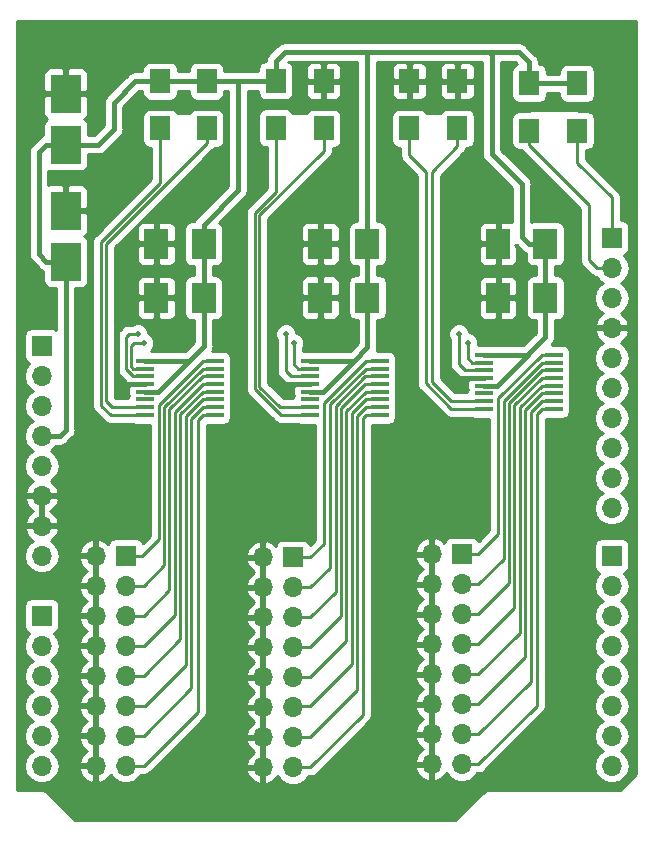
<source format=gbr>
G04 #@! TF.GenerationSoftware,KiCad,Pcbnew,5.0.1-33cea8e~68~ubuntu18.04.1*
G04 #@! TF.CreationDate,2018-11-24T14:12:02-07:00*
G04 #@! TF.ProjectId,adc,6164632E6B696361645F706362000000,rev?*
G04 #@! TF.SameCoordinates,Original*
G04 #@! TF.FileFunction,Copper,L1,Top,Signal*
G04 #@! TF.FilePolarity,Positive*
%FSLAX46Y46*%
G04 Gerber Fmt 4.6, Leading zero omitted, Abs format (unit mm)*
G04 Created by KiCad (PCBNEW 5.0.1-33cea8e~68~ubuntu18.04.1) date Sat 24 Nov 2018 02:12:02 PM MST*
%MOMM*%
%LPD*%
G01*
G04 APERTURE LIST*
G04 #@! TA.AperFunction,ComponentPad*
%ADD10R,1.700000X1.700000*%
G04 #@! TD*
G04 #@! TA.AperFunction,ComponentPad*
%ADD11O,1.700000X1.700000*%
G04 #@! TD*
G04 #@! TA.AperFunction,SMDPad,CuDef*
%ADD12R,1.700000X2.000000*%
G04 #@! TD*
G04 #@! TA.AperFunction,SMDPad,CuDef*
%ADD13R,1.500000X0.450000*%
G04 #@! TD*
G04 #@! TA.AperFunction,SMDPad,CuDef*
%ADD14R,2.500000X3.200000*%
G04 #@! TD*
G04 #@! TA.AperFunction,SMDPad,CuDef*
%ADD15R,2.000000X2.500000*%
G04 #@! TD*
G04 #@! TA.AperFunction,ViaPad*
%ADD16C,0.508000*%
G04 #@! TD*
G04 #@! TA.AperFunction,Conductor*
%ADD17C,0.381000*%
G04 #@! TD*
G04 #@! TA.AperFunction,Conductor*
%ADD18C,0.254000*%
G04 #@! TD*
G04 APERTURE END LIST*
D10*
G04 #@! TO.P,J1,1*
G04 #@! TO.N,Net-(J1-Pad1)*
X48260000Y-62992000D03*
D11*
G04 #@! TO.P,J1,2*
G04 #@! TO.N,IOREF*
X48260000Y-65532000D03*
G04 #@! TO.P,J1,3*
G04 #@! TO.N,RESET*
X48260000Y-68072000D03*
G04 #@! TO.P,J1,4*
G04 #@! TO.N,3V3*
X48260000Y-70612000D03*
G04 #@! TO.P,J1,5*
G04 #@! TO.N,5V*
X48260000Y-73152000D03*
G04 #@! TO.P,J1,6*
G04 #@! TO.N,GND*
X48260000Y-75692000D03*
G04 #@! TO.P,J1,7*
X48260000Y-78232000D03*
G04 #@! TO.P,J1,8*
G04 #@! TO.N,Net-(J1-Pad8)*
X48260000Y-80772000D03*
G04 #@! TD*
G04 #@! TO.P,J2,6*
G04 #@! TO.N,A5*
X48260000Y-98552000D03*
G04 #@! TO.P,J2,5*
G04 #@! TO.N,A4*
X48260000Y-96012000D03*
G04 #@! TO.P,J2,4*
G04 #@! TO.N,A3*
X48260000Y-93472000D03*
G04 #@! TO.P,J2,3*
G04 #@! TO.N,A2*
X48260000Y-90932000D03*
G04 #@! TO.P,J2,2*
G04 #@! TO.N,A1*
X48260000Y-88392000D03*
D10*
G04 #@! TO.P,J2,1*
G04 #@! TO.N,A0*
X48260000Y-85852000D03*
G04 #@! TD*
D11*
G04 #@! TO.P,J3,8*
G04 #@! TO.N,D0*
X96520000Y-98552000D03*
G04 #@! TO.P,J3,7*
G04 #@! TO.N,D1*
X96520000Y-96012000D03*
G04 #@! TO.P,J3,6*
G04 #@! TO.N,D2*
X96520000Y-93472000D03*
G04 #@! TO.P,J3,5*
G04 #@! TO.N,D3*
X96520000Y-90932000D03*
G04 #@! TO.P,J3,4*
G04 #@! TO.N,D4*
X96520000Y-88392000D03*
G04 #@! TO.P,J3,3*
G04 #@! TO.N,D5*
X96520000Y-85852000D03*
G04 #@! TO.P,J3,2*
G04 #@! TO.N,D6*
X96520000Y-83312000D03*
D10*
G04 #@! TO.P,J3,1*
G04 #@! TO.N,D7*
X96520000Y-80772000D03*
G04 #@! TD*
D11*
G04 #@! TO.P,J4,10*
G04 #@! TO.N,D8*
X96520000Y-76712000D03*
G04 #@! TO.P,J4,9*
G04 #@! TO.N,D9*
X96520000Y-74172000D03*
G04 #@! TO.P,J4,8*
G04 #@! TO.N,D10*
X96520000Y-71632000D03*
G04 #@! TO.P,J4,7*
G04 #@! TO.N,D11*
X96520000Y-69092000D03*
G04 #@! TO.P,J4,6*
G04 #@! TO.N,D12*
X96520000Y-66552000D03*
G04 #@! TO.P,J4,5*
G04 #@! TO.N,D13*
X96520000Y-64012000D03*
G04 #@! TO.P,J4,4*
G04 #@! TO.N,GND*
X96520000Y-61472000D03*
G04 #@! TO.P,J4,3*
G04 #@! TO.N,AREF*
X96520000Y-58932000D03*
G04 #@! TO.P,J4,2*
G04 #@! TO.N,SDA*
X96520000Y-56392000D03*
D10*
G04 #@! TO.P,J4,1*
G04 #@! TO.N,SCL*
X96520000Y-53852000D03*
G04 #@! TD*
D12*
G04 #@! TO.P,R1,1*
G04 #@! TO.N,3V3*
X93599000Y-40767000D03*
G04 #@! TO.P,R1,2*
G04 #@! TO.N,SCL*
X93599000Y-44767000D03*
G04 #@! TD*
G04 #@! TO.P,R2,2*
G04 #@! TO.N,SDA*
X89535000Y-44767000D03*
G04 #@! TO.P,R2,1*
G04 #@! TO.N,3V3*
X89535000Y-40767000D03*
G04 #@! TD*
G04 #@! TO.P,R3,2*
G04 #@! TO.N,GND*
X79375000Y-40576500D03*
G04 #@! TO.P,R3,1*
G04 #@! TO.N,Net-(R3-Pad1)*
X79375000Y-44576500D03*
G04 #@! TD*
G04 #@! TO.P,R5,1*
G04 #@! TO.N,Net-(R5-Pad1)*
X83439000Y-44576500D03*
G04 #@! TO.P,R5,2*
G04 #@! TO.N,GND*
X83439000Y-40576500D03*
G04 #@! TD*
G04 #@! TO.P,R13,1*
G04 #@! TO.N,Net-(R13-Pad1)*
X58293000Y-44577000D03*
G04 #@! TO.P,R13,2*
G04 #@! TO.N,3V3*
X58293000Y-40577000D03*
G04 #@! TD*
G04 #@! TO.P,R15,2*
G04 #@! TO.N,3V3*
X62230000Y-40577000D03*
G04 #@! TO.P,R15,1*
G04 #@! TO.N,Net-(R15-Pad1)*
X62230000Y-44577000D03*
G04 #@! TD*
G04 #@! TO.P,R20,2*
G04 #@! TO.N,3V3*
X68072000Y-40545000D03*
G04 #@! TO.P,R20,1*
G04 #@! TO.N,Net-(R20-Pad1)*
X68072000Y-44545000D03*
G04 #@! TD*
G04 #@! TO.P,R23,1*
G04 #@! TO.N,Net-(R23-Pad1)*
X72136000Y-44577000D03*
G04 #@! TO.P,R23,2*
G04 #@! TO.N,GND*
X72136000Y-40577000D03*
G04 #@! TD*
D13*
G04 #@! TO.P,U1,16*
G04 #@! TO.N,Net-(J5-Pad1)*
X91596000Y-63765000D03*
G04 #@! TO.P,U1,15*
G04 #@! TO.N,Net-(J5-Pad3)*
X91596000Y-64415000D03*
G04 #@! TO.P,U1,14*
G04 #@! TO.N,Net-(J5-Pad5)*
X91596000Y-65065000D03*
G04 #@! TO.P,U1,13*
G04 #@! TO.N,Net-(J5-Pad7)*
X91596000Y-65715000D03*
G04 #@! TO.P,U1,12*
G04 #@! TO.N,Net-(J5-Pad9)*
X91596000Y-66365000D03*
G04 #@! TO.P,U1,11*
G04 #@! TO.N,Net-(J5-Pad11)*
X91596000Y-67015000D03*
G04 #@! TO.P,U1,10*
G04 #@! TO.N,Net-(J5-Pad13)*
X91596000Y-67665000D03*
G04 #@! TO.P,U1,9*
G04 #@! TO.N,Net-(J5-Pad15)*
X91596000Y-68315000D03*
G04 #@! TO.P,U1,8*
G04 #@! TO.N,Net-(R3-Pad1)*
X85696000Y-68315000D03*
G04 #@! TO.P,U1,7*
G04 #@! TO.N,Net-(R5-Pad1)*
X85696000Y-67665000D03*
G04 #@! TO.P,U1,6*
G04 #@! TO.N,Net-(U1-Pad6)*
X85696000Y-67015000D03*
G04 #@! TO.P,U1,5*
G04 #@! TO.N,3V3*
X85696000Y-66365000D03*
G04 #@! TO.P,U1,4*
G04 #@! TO.N,GND*
X85696000Y-65715000D03*
G04 #@! TO.P,U1,3*
G04 #@! TO.N,SCL*
X85696000Y-65065000D03*
G04 #@! TO.P,U1,2*
G04 #@! TO.N,SDA*
X85696000Y-64415000D03*
G04 #@! TO.P,U1,1*
G04 #@! TO.N,3V3*
X85696000Y-63765000D03*
G04 #@! TD*
G04 #@! TO.P,U2,1*
G04 #@! TO.N,3V3*
X56994000Y-64273000D03*
G04 #@! TO.P,U2,2*
G04 #@! TO.N,SDA*
X56994000Y-64923000D03*
G04 #@! TO.P,U2,3*
G04 #@! TO.N,SCL*
X56994000Y-65573000D03*
G04 #@! TO.P,U2,4*
G04 #@! TO.N,GND*
X56994000Y-66223000D03*
G04 #@! TO.P,U2,5*
G04 #@! TO.N,3V3*
X56994000Y-66873000D03*
G04 #@! TO.P,U2,6*
G04 #@! TO.N,Net-(U2-Pad6)*
X56994000Y-67523000D03*
G04 #@! TO.P,U2,7*
G04 #@! TO.N,Net-(R15-Pad1)*
X56994000Y-68173000D03*
G04 #@! TO.P,U2,8*
G04 #@! TO.N,Net-(R13-Pad1)*
X56994000Y-68823000D03*
G04 #@! TO.P,U2,9*
G04 #@! TO.N,Net-(J6-Pad15)*
X62894000Y-68823000D03*
G04 #@! TO.P,U2,10*
G04 #@! TO.N,Net-(J6-Pad13)*
X62894000Y-68173000D03*
G04 #@! TO.P,U2,11*
G04 #@! TO.N,Net-(J6-Pad11)*
X62894000Y-67523000D03*
G04 #@! TO.P,U2,12*
G04 #@! TO.N,Net-(J6-Pad9)*
X62894000Y-66873000D03*
G04 #@! TO.P,U2,13*
G04 #@! TO.N,Net-(J6-Pad7)*
X62894000Y-66223000D03*
G04 #@! TO.P,U2,14*
G04 #@! TO.N,Net-(J6-Pad5)*
X62894000Y-65573000D03*
G04 #@! TO.P,U2,15*
G04 #@! TO.N,Net-(J6-Pad3)*
X62894000Y-64923000D03*
G04 #@! TO.P,U2,16*
G04 #@! TO.N,Net-(J6-Pad1)*
X62894000Y-64273000D03*
G04 #@! TD*
G04 #@! TO.P,U3,1*
G04 #@! TO.N,3V3*
X70964000Y-64273000D03*
G04 #@! TO.P,U3,2*
G04 #@! TO.N,SDA*
X70964000Y-64923000D03*
G04 #@! TO.P,U3,3*
G04 #@! TO.N,SCL*
X70964000Y-65573000D03*
G04 #@! TO.P,U3,4*
G04 #@! TO.N,GND*
X70964000Y-66223000D03*
G04 #@! TO.P,U3,5*
G04 #@! TO.N,3V3*
X70964000Y-66873000D03*
G04 #@! TO.P,U3,6*
G04 #@! TO.N,Net-(U3-Pad6)*
X70964000Y-67523000D03*
G04 #@! TO.P,U3,7*
G04 #@! TO.N,Net-(R23-Pad1)*
X70964000Y-68173000D03*
G04 #@! TO.P,U3,8*
G04 #@! TO.N,Net-(R20-Pad1)*
X70964000Y-68823000D03*
G04 #@! TO.P,U3,9*
G04 #@! TO.N,Net-(J7-Pad15)*
X76864000Y-68823000D03*
G04 #@! TO.P,U3,10*
G04 #@! TO.N,Net-(J7-Pad13)*
X76864000Y-68173000D03*
G04 #@! TO.P,U3,11*
G04 #@! TO.N,Net-(J7-Pad11)*
X76864000Y-67523000D03*
G04 #@! TO.P,U3,12*
G04 #@! TO.N,Net-(J7-Pad9)*
X76864000Y-66873000D03*
G04 #@! TO.P,U3,13*
G04 #@! TO.N,Net-(J7-Pad7)*
X76864000Y-66223000D03*
G04 #@! TO.P,U3,14*
G04 #@! TO.N,Net-(J7-Pad5)*
X76864000Y-65573000D03*
G04 #@! TO.P,U3,15*
G04 #@! TO.N,Net-(J7-Pad3)*
X76864000Y-64923000D03*
G04 #@! TO.P,U3,16*
G04 #@! TO.N,Net-(J7-Pad1)*
X76864000Y-64273000D03*
G04 #@! TD*
D11*
G04 #@! TO.P,J5,16*
G04 #@! TO.N,GND*
X81280000Y-98425000D03*
G04 #@! TO.P,J5,15*
G04 #@! TO.N,Net-(J5-Pad15)*
X83820000Y-98425000D03*
G04 #@! TO.P,J5,14*
G04 #@! TO.N,GND*
X81280000Y-95885000D03*
G04 #@! TO.P,J5,13*
G04 #@! TO.N,Net-(J5-Pad13)*
X83820000Y-95885000D03*
G04 #@! TO.P,J5,12*
G04 #@! TO.N,GND*
X81280000Y-93345000D03*
G04 #@! TO.P,J5,11*
G04 #@! TO.N,Net-(J5-Pad11)*
X83820000Y-93345000D03*
G04 #@! TO.P,J5,10*
G04 #@! TO.N,GND*
X81280000Y-90805000D03*
G04 #@! TO.P,J5,9*
G04 #@! TO.N,Net-(J5-Pad9)*
X83820000Y-90805000D03*
G04 #@! TO.P,J5,8*
G04 #@! TO.N,GND*
X81280000Y-88265000D03*
G04 #@! TO.P,J5,7*
G04 #@! TO.N,Net-(J5-Pad7)*
X83820000Y-88265000D03*
G04 #@! TO.P,J5,6*
G04 #@! TO.N,GND*
X81280000Y-85725000D03*
G04 #@! TO.P,J5,5*
G04 #@! TO.N,Net-(J5-Pad5)*
X83820000Y-85725000D03*
G04 #@! TO.P,J5,4*
G04 #@! TO.N,GND*
X81280000Y-83185000D03*
G04 #@! TO.P,J5,3*
G04 #@! TO.N,Net-(J5-Pad3)*
X83820000Y-83185000D03*
G04 #@! TO.P,J5,2*
G04 #@! TO.N,GND*
X81280000Y-80645000D03*
D10*
G04 #@! TO.P,J5,1*
G04 #@! TO.N,Net-(J5-Pad1)*
X83820000Y-80645000D03*
G04 #@! TD*
D11*
G04 #@! TO.P,J6,16*
G04 #@! TO.N,GND*
X52832000Y-98552000D03*
G04 #@! TO.P,J6,15*
G04 #@! TO.N,Net-(J6-Pad15)*
X55372000Y-98552000D03*
G04 #@! TO.P,J6,14*
G04 #@! TO.N,GND*
X52832000Y-96012000D03*
G04 #@! TO.P,J6,13*
G04 #@! TO.N,Net-(J6-Pad13)*
X55372000Y-96012000D03*
G04 #@! TO.P,J6,12*
G04 #@! TO.N,GND*
X52832000Y-93472000D03*
G04 #@! TO.P,J6,11*
G04 #@! TO.N,Net-(J6-Pad11)*
X55372000Y-93472000D03*
G04 #@! TO.P,J6,10*
G04 #@! TO.N,GND*
X52832000Y-90932000D03*
G04 #@! TO.P,J6,9*
G04 #@! TO.N,Net-(J6-Pad9)*
X55372000Y-90932000D03*
G04 #@! TO.P,J6,8*
G04 #@! TO.N,GND*
X52832000Y-88392000D03*
G04 #@! TO.P,J6,7*
G04 #@! TO.N,Net-(J6-Pad7)*
X55372000Y-88392000D03*
G04 #@! TO.P,J6,6*
G04 #@! TO.N,GND*
X52832000Y-85852000D03*
G04 #@! TO.P,J6,5*
G04 #@! TO.N,Net-(J6-Pad5)*
X55372000Y-85852000D03*
G04 #@! TO.P,J6,4*
G04 #@! TO.N,GND*
X52832000Y-83312000D03*
G04 #@! TO.P,J6,3*
G04 #@! TO.N,Net-(J6-Pad3)*
X55372000Y-83312000D03*
G04 #@! TO.P,J6,2*
G04 #@! TO.N,GND*
X52832000Y-80772000D03*
D10*
G04 #@! TO.P,J6,1*
G04 #@! TO.N,Net-(J6-Pad1)*
X55372000Y-80772000D03*
G04 #@! TD*
G04 #@! TO.P,J7,1*
G04 #@! TO.N,Net-(J7-Pad1)*
X69532500Y-80899000D03*
D11*
G04 #@! TO.P,J7,2*
G04 #@! TO.N,GND*
X66992500Y-80899000D03*
G04 #@! TO.P,J7,3*
G04 #@! TO.N,Net-(J7-Pad3)*
X69532500Y-83439000D03*
G04 #@! TO.P,J7,4*
G04 #@! TO.N,GND*
X66992500Y-83439000D03*
G04 #@! TO.P,J7,5*
G04 #@! TO.N,Net-(J7-Pad5)*
X69532500Y-85979000D03*
G04 #@! TO.P,J7,6*
G04 #@! TO.N,GND*
X66992500Y-85979000D03*
G04 #@! TO.P,J7,7*
G04 #@! TO.N,Net-(J7-Pad7)*
X69532500Y-88519000D03*
G04 #@! TO.P,J7,8*
G04 #@! TO.N,GND*
X66992500Y-88519000D03*
G04 #@! TO.P,J7,9*
G04 #@! TO.N,Net-(J7-Pad9)*
X69532500Y-91059000D03*
G04 #@! TO.P,J7,10*
G04 #@! TO.N,GND*
X66992500Y-91059000D03*
G04 #@! TO.P,J7,11*
G04 #@! TO.N,Net-(J7-Pad11)*
X69532500Y-93599000D03*
G04 #@! TO.P,J7,12*
G04 #@! TO.N,GND*
X66992500Y-93599000D03*
G04 #@! TO.P,J7,13*
G04 #@! TO.N,Net-(J7-Pad13)*
X69532500Y-96139000D03*
G04 #@! TO.P,J7,14*
G04 #@! TO.N,GND*
X66992500Y-96139000D03*
G04 #@! TO.P,J7,15*
G04 #@! TO.N,Net-(J7-Pad15)*
X69532500Y-98679000D03*
G04 #@! TO.P,J7,16*
G04 #@! TO.N,GND*
X66992500Y-98679000D03*
G04 #@! TD*
D14*
G04 #@! TO.P,C1,1*
G04 #@! TO.N,3V3*
X50292000Y-45956001D03*
G04 #@! TO.P,C1,2*
G04 #@! TO.N,GND*
X50292000Y-41656001D03*
G04 #@! TD*
D15*
G04 #@! TO.P,C2,2*
G04 #@! TO.N,GND*
X71845999Y-58911999D03*
G04 #@! TO.P,C2,1*
G04 #@! TO.N,3V3*
X75845999Y-58911999D03*
G04 #@! TD*
D14*
G04 #@! TO.P,C3,2*
G04 #@! TO.N,GND*
X50292000Y-51562001D03*
G04 #@! TO.P,C3,1*
G04 #@! TO.N,3V3*
X50292000Y-55862001D03*
G04 #@! TD*
D15*
G04 #@! TO.P,C4,1*
G04 #@! TO.N,3V3*
X61976000Y-58928000D03*
G04 #@! TO.P,C4,2*
G04 #@! TO.N,GND*
X57976000Y-58928000D03*
G04 #@! TD*
G04 #@! TO.P,C6,1*
G04 #@! TO.N,3V3*
X75845999Y-54356000D03*
G04 #@! TO.P,C6,2*
G04 #@! TO.N,GND*
X71845999Y-54356000D03*
G04 #@! TD*
G04 #@! TO.P,C9,2*
G04 #@! TO.N,GND*
X86900000Y-58928000D03*
G04 #@! TO.P,C9,1*
G04 #@! TO.N,3V3*
X90900000Y-58928000D03*
G04 #@! TD*
G04 #@! TO.P,C10,2*
G04 #@! TO.N,GND*
X57976000Y-54356000D03*
G04 #@! TO.P,C10,1*
G04 #@! TO.N,3V3*
X61976000Y-54356000D03*
G04 #@! TD*
G04 #@! TO.P,C12,1*
G04 #@! TO.N,3V3*
X90900000Y-54356000D03*
G04 #@! TO.P,C12,2*
G04 #@! TO.N,GND*
X86900000Y-54356000D03*
G04 #@! TD*
D16*
G04 #@! TO.N,GND*
X81280000Y-101092000D03*
X67056000Y-101092000D03*
X52832000Y-101092000D03*
X49530000Y-36830000D03*
X58420000Y-36830000D03*
X68580000Y-36830000D03*
X96520000Y-36830000D03*
X78740000Y-49530000D03*
X73660000Y-49530000D03*
X62230000Y-49530000D03*
X54610000Y-49530000D03*
X85090000Y-49530000D03*
X64770000Y-57150000D03*
X78740000Y-57150000D03*
X83820000Y-57150000D03*
X46990000Y-57150000D03*
X54610000Y-73660000D03*
X67310000Y-73660000D03*
X81280000Y-73660000D03*
X91186000Y-49530000D03*
G04 #@! TO.N,SDA*
X84328000Y-62738000D03*
X69596000Y-62738000D03*
X56895994Y-62738000D03*
G04 #@! TO.N,SCL*
X68922910Y-61976000D03*
X83566062Y-61976000D03*
X56388000Y-61976000D03*
G04 #@! TD*
D17*
G04 #@! TO.N,3V3*
X70964000Y-66873000D02*
X72095000Y-66873000D01*
X72114000Y-64292000D02*
X74676000Y-64292000D01*
X72095000Y-64273000D02*
X72114000Y-64292000D01*
X70964000Y-64273000D02*
X72095000Y-64273000D01*
X72095000Y-66873000D02*
X74676000Y-64292000D01*
X56994000Y-66873000D02*
X58125000Y-66873000D01*
X56994000Y-64273000D02*
X60687000Y-64273000D01*
X60687000Y-64273000D02*
X60706000Y-64292000D01*
X58125000Y-66873000D02*
X60706000Y-64292000D01*
X89389000Y-63765000D02*
X89408000Y-63784000D01*
X85696000Y-63765000D02*
X89389000Y-63765000D01*
X86827000Y-66365000D02*
X89408000Y-63784000D01*
X75845999Y-63122001D02*
X75845999Y-58911999D01*
X74676000Y-64292000D02*
X75845999Y-63122001D01*
X75845999Y-57280999D02*
X75845999Y-54356000D01*
X75845999Y-58911999D02*
X75845999Y-57280999D01*
X61976000Y-63022000D02*
X61976000Y-58928000D01*
X60706000Y-64292000D02*
X61976000Y-63022000D01*
X61976000Y-57297000D02*
X61976000Y-54356000D01*
X61976000Y-58928000D02*
X61976000Y-57297000D01*
X90900000Y-62254000D02*
X90900000Y-58928000D01*
X89389000Y-63765000D02*
X90900000Y-62254000D01*
X90900000Y-57297000D02*
X90900000Y-54356000D01*
X90900000Y-58928000D02*
X90900000Y-57297000D01*
X48661000Y-45956001D02*
X50292000Y-45956001D01*
X48661000Y-55862001D02*
X48006000Y-55207001D01*
X50292000Y-55862001D02*
X48661000Y-55862001D01*
X48006000Y-55207001D02*
X48006000Y-46611001D01*
X48006000Y-46611001D02*
X48661000Y-45956001D01*
X59524000Y-40577000D02*
X62230000Y-40577000D01*
X58293000Y-40577000D02*
X59524000Y-40577000D01*
X68040000Y-40577000D02*
X68072000Y-40545000D01*
X92368000Y-40767000D02*
X89535000Y-40767000D01*
X93599000Y-40767000D02*
X92368000Y-40767000D01*
X61976000Y-52725000D02*
X64897000Y-49804000D01*
X64897000Y-49804000D02*
X64897000Y-40577000D01*
X61976000Y-54356000D02*
X61976000Y-52725000D01*
X62230000Y-40577000D02*
X64897000Y-40577000D01*
X64897000Y-40577000D02*
X68040000Y-40577000D01*
X75819000Y-52698001D02*
X75819000Y-38100000D01*
X75845999Y-52725000D02*
X75819000Y-52698001D01*
X75845999Y-54356000D02*
X75845999Y-52725000D01*
X86106000Y-38100000D02*
X75819000Y-38100000D01*
X56197000Y-40577000D02*
X58293000Y-40577000D01*
X50292000Y-45956001D02*
X53063999Y-45956001D01*
X53063999Y-45956001D02*
X54356000Y-44664000D01*
X54356000Y-44664000D02*
X54356000Y-42418000D01*
X54356000Y-42418000D02*
X56197000Y-40577000D01*
X85696000Y-66365000D02*
X86827000Y-66365000D01*
X50292000Y-57843001D02*
X50292000Y-55862001D01*
X50292000Y-70104000D02*
X50292000Y-57843001D01*
X49784000Y-70612000D02*
X50292000Y-70104000D01*
X48260000Y-70612000D02*
X49784000Y-70612000D01*
X72009000Y-38100000D02*
X75819000Y-38100000D01*
X68834000Y-38100000D02*
X72009000Y-38100000D01*
X68072000Y-38862000D02*
X68834000Y-38100000D01*
X68072000Y-40545000D02*
X68072000Y-38862000D01*
X88646000Y-38100000D02*
X86106000Y-38100000D01*
X89535000Y-38989000D02*
X88646000Y-38100000D01*
X89535000Y-40767000D02*
X89535000Y-38989000D01*
X86360000Y-46736000D02*
X86360000Y-38354000D01*
X90900000Y-54356000D02*
X89519000Y-54356000D01*
X88900000Y-53737000D02*
X88900000Y-49276000D01*
X86360000Y-38354000D02*
X86106000Y-38100000D01*
X88900000Y-49276000D02*
X86360000Y-46736000D01*
X89519000Y-54356000D02*
X88900000Y-53737000D01*
G04 #@! TO.N,GND*
X82296000Y-58928000D02*
X86900000Y-58928000D01*
X82296000Y-65659000D02*
X82296000Y-58928000D01*
X82352000Y-65715000D02*
X82296000Y-65659000D01*
X85696000Y-65715000D02*
X82352000Y-65715000D01*
X70464999Y-58911999D02*
X71845999Y-58911999D01*
X67818000Y-66223000D02*
X67818000Y-58911999D01*
X67818000Y-58911999D02*
X70464999Y-58911999D01*
X70964000Y-66223000D02*
X67818000Y-66223000D01*
X54610000Y-58928000D02*
X57976000Y-58928000D01*
X54610000Y-66223000D02*
X54610000Y-58928000D01*
X56994000Y-66223000D02*
X54610000Y-66223000D01*
D18*
G04 #@! TO.N,SDA*
X84328000Y-64051000D02*
X84328000Y-62738000D01*
X84692000Y-64415000D02*
X84328000Y-64051000D01*
X69596000Y-64557917D02*
X69596000Y-63097210D01*
X69596000Y-63097210D02*
X69596000Y-62738000D01*
X69961082Y-64923000D02*
X69596000Y-64557917D01*
X70964000Y-64923000D02*
X69961082Y-64923000D01*
X85696000Y-64415000D02*
X84692000Y-64415000D01*
X55990000Y-64923000D02*
X56994000Y-64923000D01*
X55803822Y-64736822D02*
X55990000Y-64923000D01*
X55803822Y-62992000D02*
X55803822Y-64736822D01*
X56057822Y-62738000D02*
X55803822Y-62992000D01*
X56895994Y-62738000D02*
X56057822Y-62738000D01*
X89535000Y-46021000D02*
X89535000Y-44767000D01*
X96520000Y-56392000D02*
X95254000Y-56392000D01*
X94615000Y-55753000D02*
X94615000Y-51101000D01*
X95254000Y-56392000D02*
X94615000Y-55753000D01*
X94615000Y-51101000D02*
X89535000Y-46021000D01*
G04 #@! TO.N,SCL*
X96520000Y-50419000D02*
X96520000Y-53852000D01*
X93599000Y-47498000D02*
X96520000Y-50419000D01*
X93599000Y-44767000D02*
X93599000Y-47498000D01*
X68922910Y-62335210D02*
X68922910Y-61976000D01*
X68922910Y-65112910D02*
X68922910Y-62335210D01*
X69383000Y-65573000D02*
X68922910Y-65112910D01*
X70964000Y-65573000D02*
X69383000Y-65573000D01*
X83566000Y-61976062D02*
X83566062Y-61976000D01*
X83566000Y-64516000D02*
X83566000Y-61976062D01*
X84115000Y-65065000D02*
X83566000Y-64516000D01*
X85696000Y-65065000D02*
X84115000Y-65065000D01*
X56028790Y-61976000D02*
X56388000Y-61976000D01*
X55626000Y-61976000D02*
X56028790Y-61976000D01*
X56994000Y-65573000D02*
X55990000Y-65573000D01*
X55990000Y-65573000D02*
X55371989Y-64954989D01*
X55371989Y-64954989D02*
X55371989Y-62230011D01*
X55371989Y-62230011D02*
X55626000Y-61976000D01*
G04 #@! TO.N,Net-(J5-Pad7)*
X88290367Y-68016633D02*
X90592000Y-65715000D01*
X85217000Y-88265000D02*
X88290367Y-85191633D01*
X83820000Y-88265000D02*
X85217000Y-88265000D01*
X88290367Y-85191633D02*
X88290367Y-68016633D01*
X91596000Y-65715000D02*
X90592000Y-65715000D01*
G04 #@! TO.N,Net-(J5-Pad5)*
X83820000Y-85725000D02*
X85217000Y-85725000D01*
X85217000Y-85725000D02*
X87833156Y-83108844D01*
X87833156Y-67823844D02*
X90592000Y-65065000D01*
X87833156Y-83108844D02*
X87833156Y-67823844D01*
X91596000Y-65065000D02*
X90592000Y-65065000D01*
G04 #@! TO.N,Net-(J5-Pad3)*
X83820000Y-83185000D02*
X85217000Y-83185000D01*
X87375945Y-81026055D02*
X87375945Y-67631055D01*
X85217000Y-83185000D02*
X87375945Y-81026055D01*
X87375945Y-67631055D02*
X90592000Y-64415000D01*
X91596000Y-64415000D02*
X90592000Y-64415000D01*
G04 #@! TO.N,Net-(J5-Pad1)*
X83820000Y-80645000D02*
X85217000Y-80645000D01*
X85217000Y-80645000D02*
X86918734Y-78943266D01*
X86918734Y-78943266D02*
X86918734Y-67438266D01*
X86918734Y-67438266D02*
X90592000Y-63765000D01*
X91596000Y-63765000D02*
X90592000Y-63765000D01*
G04 #@! TO.N,Net-(J6-Pad7)*
X61890000Y-66223000D02*
X62894000Y-66223000D01*
X55372000Y-88392000D02*
X56896000Y-88392000D01*
X56896000Y-88392000D02*
X59537578Y-85750422D01*
X59537578Y-68575422D02*
X61890000Y-66223000D01*
X59537578Y-85750422D02*
X59537578Y-68575422D01*
G04 #@! TO.N,Net-(J6-Pad5)*
X61890000Y-65573000D02*
X59080367Y-68382633D01*
X56896000Y-85852000D02*
X55372000Y-85852000D01*
X59080367Y-68382633D02*
X59080367Y-83667633D01*
X62894000Y-65573000D02*
X61890000Y-65573000D01*
X59080367Y-83667633D02*
X56896000Y-85852000D01*
G04 #@! TO.N,Net-(J6-Pad3)*
X61890000Y-64923000D02*
X62894000Y-64923000D01*
X55372000Y-83312000D02*
X56896000Y-83312000D01*
X56896000Y-83312000D02*
X58623156Y-81584844D01*
X58623156Y-81584844D02*
X58623156Y-68189844D01*
X58623156Y-68189844D02*
X61890000Y-64923000D01*
G04 #@! TO.N,Net-(J6-Pad1)*
X56769000Y-80772000D02*
X55372000Y-80772000D01*
X62894000Y-64273000D02*
X61890000Y-64273000D01*
X58165945Y-67997055D02*
X58165945Y-79375055D01*
X61890000Y-64273000D02*
X58165945Y-67997055D01*
X58165945Y-79375055D02*
X56769000Y-80772000D01*
G04 #@! TO.N,Net-(J7-Pad1)*
X76864000Y-64273000D02*
X75681000Y-64273000D01*
X75681000Y-64273000D02*
X72136000Y-67818000D01*
X72136000Y-67818000D02*
X72136000Y-79184500D01*
X72136000Y-79184500D02*
X72136000Y-79502000D01*
X72136000Y-79756000D02*
X72136000Y-79184500D01*
X70993000Y-80899000D02*
X72136000Y-79756000D01*
X69532500Y-80899000D02*
X70993000Y-80899000D01*
G04 #@! TO.N,Net-(J7-Pad3)*
X75677592Y-64923000D02*
X75860000Y-64923000D01*
X69532500Y-83439000D02*
X70993000Y-83439000D01*
X70993000Y-83439000D02*
X72644000Y-81788000D01*
X72644000Y-81788000D02*
X72644000Y-67956592D01*
X75860000Y-64923000D02*
X76864000Y-64923000D01*
X72644000Y-67956592D02*
X75677592Y-64923000D01*
G04 #@! TO.N,Net-(J7-Pad5)*
X75860000Y-65573000D02*
X76864000Y-65573000D01*
X75674184Y-65573000D02*
X75860000Y-65573000D01*
X69532500Y-85979000D02*
X70993000Y-85979000D01*
X73151947Y-83820053D02*
X73151947Y-68095237D01*
X70993000Y-85979000D02*
X73151947Y-83820053D01*
X73151947Y-68095237D02*
X75674184Y-65573000D01*
G04 #@! TO.N,Net-(J7-Pad7)*
X75860000Y-66223000D02*
X76864000Y-66223000D01*
X75670776Y-66223000D02*
X75860000Y-66223000D01*
X73609158Y-68284618D02*
X75670776Y-66223000D01*
X69532500Y-88519000D02*
X70993000Y-88519000D01*
X70993000Y-88519000D02*
X73609158Y-85902842D01*
X73609158Y-85902842D02*
X73609158Y-68284618D01*
G04 #@! TO.N,Net-(R3-Pad1)*
X84692000Y-68315000D02*
X85696000Y-68315000D01*
X82920000Y-68315000D02*
X84692000Y-68315000D01*
X79375000Y-44576500D02*
X79375000Y-46863000D01*
X80772000Y-48260000D02*
X80772000Y-66167000D01*
X79375000Y-46863000D02*
X80772000Y-48260000D01*
X80772000Y-66167000D02*
X82920000Y-68315000D01*
G04 #@! TO.N,Net-(R5-Pad1)*
X83439000Y-44576500D02*
X83439000Y-46101000D01*
X82905000Y-67665000D02*
X85696000Y-67665000D01*
X81280000Y-48260000D02*
X81280000Y-66040000D01*
X83439000Y-46101000D02*
X81280000Y-48260000D01*
X81280000Y-66040000D02*
X82905000Y-67665000D01*
G04 #@! TO.N,Net-(R13-Pad1)*
X55990000Y-68823000D02*
X56994000Y-68823000D01*
X54091000Y-68823000D02*
X55990000Y-68823000D01*
X58293000Y-44577000D02*
X58293000Y-49193249D01*
X53314589Y-54171660D02*
X53314589Y-68046589D01*
X58293000Y-49193249D02*
X53314589Y-54171660D01*
X53314589Y-68046589D02*
X54091000Y-68823000D01*
G04 #@! TO.N,Net-(R15-Pad1)*
X53721000Y-54340000D02*
X62230000Y-45831000D01*
X54203000Y-68173000D02*
X53721000Y-67691000D01*
X56994000Y-68173000D02*
X54203000Y-68173000D01*
X62230000Y-45831000D02*
X62230000Y-44577000D01*
X53721000Y-67691000D02*
X53721000Y-54340000D01*
G04 #@! TO.N,Net-(R20-Pad1)*
X69960000Y-68823000D02*
X70964000Y-68823000D01*
X66294000Y-66614751D02*
X68502249Y-68823000D01*
X68502249Y-68823000D02*
X69960000Y-68823000D01*
X66294000Y-51749249D02*
X66294000Y-66614751D01*
X68072000Y-44545000D02*
X68072000Y-49971249D01*
X68072000Y-49971249D02*
X66294000Y-51749249D01*
G04 #@! TO.N,Net-(R23-Pad1)*
X72136000Y-46482000D02*
X66700411Y-51917589D01*
X66700411Y-66446411D02*
X68427000Y-68173000D01*
X72136000Y-44577000D02*
X72136000Y-46482000D01*
X68427000Y-68173000D02*
X69960000Y-68173000D01*
X66700411Y-51917589D02*
X66700411Y-66446411D01*
X69960000Y-68173000D02*
X70964000Y-68173000D01*
G04 #@! TO.N,Net-(J5-Pad15)*
X90592000Y-68315000D02*
X90170000Y-68737000D01*
X85217000Y-98425000D02*
X83820000Y-98425000D01*
X90170000Y-68737000D02*
X90170000Y-93472000D01*
X90170000Y-93472000D02*
X85217000Y-98425000D01*
X91596000Y-68315000D02*
X90592000Y-68315000D01*
G04 #@! TO.N,Net-(J5-Pad13)*
X83820000Y-95885000D02*
X85217000Y-95885000D01*
X85217000Y-95885000D02*
X89662000Y-91440000D01*
X89662000Y-68595000D02*
X90592000Y-67665000D01*
X89662000Y-91440000D02*
X89662000Y-68595000D01*
X91596000Y-67665000D02*
X90592000Y-67665000D01*
G04 #@! TO.N,Net-(J5-Pad11)*
X83820000Y-93345000D02*
X85217000Y-93345000D01*
X89204789Y-68402211D02*
X90592000Y-67015000D01*
X85217000Y-93345000D02*
X89204789Y-89357211D01*
X89204789Y-89357211D02*
X89204789Y-68402211D01*
X91596000Y-67015000D02*
X90592000Y-67015000D01*
G04 #@! TO.N,Net-(J5-Pad9)*
X83820000Y-90805000D02*
X85217000Y-90805000D01*
X85217000Y-90805000D02*
X88747578Y-87274422D01*
X88747578Y-87274422D02*
X88747578Y-68209422D01*
X88747578Y-68209422D02*
X90592000Y-66365000D01*
X91596000Y-66365000D02*
X90592000Y-66365000D01*
G04 #@! TO.N,Net-(J6-Pad15)*
X62894000Y-68823000D02*
X61890000Y-68823000D01*
X61890000Y-68823000D02*
X61468000Y-69245000D01*
X61468000Y-69245000D02*
X61468000Y-93980000D01*
X56896000Y-98552000D02*
X55372000Y-98552000D01*
X61468000Y-93980000D02*
X56896000Y-98552000D01*
G04 #@! TO.N,Net-(J6-Pad13)*
X56574081Y-96012000D02*
X55372000Y-96012000D01*
X56896000Y-96012000D02*
X56574081Y-96012000D01*
X62894000Y-68173000D02*
X61890000Y-68173000D01*
X61890000Y-68173000D02*
X60909211Y-69153789D01*
X60909211Y-91998789D02*
X56896000Y-96012000D01*
X60909211Y-69153789D02*
X60909211Y-91998789D01*
G04 #@! TO.N,Net-(J6-Pad11)*
X61890000Y-67523000D02*
X62894000Y-67523000D01*
X55372000Y-93472000D02*
X57023000Y-93472000D01*
X60452000Y-90043000D02*
X60452000Y-68961000D01*
X60452000Y-68961000D02*
X61890000Y-67523000D01*
X57023000Y-93472000D02*
X60452000Y-90043000D01*
G04 #@! TO.N,Net-(J6-Pad9)*
X56896000Y-90932000D02*
X56574081Y-90932000D01*
X56574081Y-90932000D02*
X55372000Y-90932000D01*
X62894000Y-66873000D02*
X61890000Y-66873000D01*
X61890000Y-66873000D02*
X59994789Y-68768211D01*
X59994789Y-68768211D02*
X59994789Y-87833211D01*
X59994789Y-87833211D02*
X56896000Y-90932000D01*
G04 #@! TO.N,Net-(J7-Pad9)*
X75713221Y-66873000D02*
X75860000Y-66873000D01*
X69532500Y-91059000D02*
X70993000Y-91059000D01*
X75860000Y-66873000D02*
X76864000Y-66873000D01*
X70993000Y-91059000D02*
X74066367Y-87985633D01*
X74066367Y-87985633D02*
X74066367Y-68519854D01*
X74066367Y-68519854D02*
X75713221Y-66873000D01*
G04 #@! TO.N,Net-(J7-Pad11)*
X75860000Y-67523000D02*
X76864000Y-67523000D01*
X75709814Y-67523000D02*
X75860000Y-67523000D01*
X74523578Y-68709236D02*
X75709814Y-67523000D01*
X69532500Y-93599000D02*
X69659500Y-93472000D01*
X70993000Y-93472000D02*
X74523578Y-89941422D01*
X69659500Y-93472000D02*
X70993000Y-93472000D01*
X74523578Y-89941422D02*
X74523578Y-68709236D01*
G04 #@! TO.N,Net-(J7-Pad13)*
X75706407Y-68173000D02*
X76864000Y-68173000D01*
X69532500Y-96139000D02*
X70993000Y-96139000D01*
X70993000Y-96139000D02*
X74980789Y-92151211D01*
X74980789Y-92151211D02*
X74980789Y-68898618D01*
X74980789Y-68898618D02*
X75706407Y-68173000D01*
G04 #@! TO.N,Net-(J7-Pad15)*
X75703000Y-68823000D02*
X76864000Y-68823000D01*
X75438000Y-69088000D02*
X75703000Y-68823000D01*
X75438000Y-93980000D02*
X75438000Y-69088000D01*
X75438000Y-94107000D02*
X75438000Y-93980000D01*
X75438000Y-94234000D02*
X75438000Y-93980000D01*
X70993000Y-98679000D02*
X75438000Y-94234000D01*
X69532500Y-98679000D02*
X70993000Y-98679000D01*
G04 #@! TD*
G04 #@! TO.N,GND*
G36*
X98604000Y-99273908D02*
X97241910Y-100636000D01*
X86175920Y-100636000D01*
X86105999Y-100622092D01*
X86036078Y-100636000D01*
X86036074Y-100636000D01*
X85828972Y-100677195D01*
X85594119Y-100834119D01*
X85554509Y-100893400D01*
X83271910Y-103176000D01*
X51094091Y-103176000D01*
X48811494Y-100893404D01*
X48771881Y-100834119D01*
X48537028Y-100677195D01*
X48329926Y-100636000D01*
X48329924Y-100636000D01*
X48260000Y-100622091D01*
X48190076Y-100636000D01*
X46176000Y-100636000D01*
X46176000Y-88392000D01*
X46745908Y-88392000D01*
X46861161Y-88971418D01*
X47189375Y-89462625D01*
X47487761Y-89662000D01*
X47189375Y-89861375D01*
X46861161Y-90352582D01*
X46745908Y-90932000D01*
X46861161Y-91511418D01*
X47189375Y-92002625D01*
X47487761Y-92202000D01*
X47189375Y-92401375D01*
X46861161Y-92892582D01*
X46745908Y-93472000D01*
X46861161Y-94051418D01*
X47189375Y-94542625D01*
X47487761Y-94742000D01*
X47189375Y-94941375D01*
X46861161Y-95432582D01*
X46745908Y-96012000D01*
X46861161Y-96591418D01*
X47189375Y-97082625D01*
X47487761Y-97282000D01*
X47189375Y-97481375D01*
X46861161Y-97972582D01*
X46745908Y-98552000D01*
X46861161Y-99131418D01*
X47189375Y-99622625D01*
X47680582Y-99950839D01*
X48113744Y-100037000D01*
X48406256Y-100037000D01*
X48839418Y-99950839D01*
X49330625Y-99622625D01*
X49658839Y-99131418D01*
X49703102Y-98908890D01*
X51390524Y-98908890D01*
X51560355Y-99318924D01*
X51950642Y-99747183D01*
X52475108Y-99993486D01*
X52705000Y-99872819D01*
X52705000Y-98679000D01*
X51511845Y-98679000D01*
X51390524Y-98908890D01*
X49703102Y-98908890D01*
X49774092Y-98552000D01*
X49658839Y-97972582D01*
X49330625Y-97481375D01*
X49032239Y-97282000D01*
X49330625Y-97082625D01*
X49658839Y-96591418D01*
X49703102Y-96368890D01*
X51390524Y-96368890D01*
X51560355Y-96778924D01*
X51950642Y-97207183D01*
X52109954Y-97282000D01*
X51950642Y-97356817D01*
X51560355Y-97785076D01*
X51390524Y-98195110D01*
X51511845Y-98425000D01*
X52705000Y-98425000D01*
X52705000Y-96139000D01*
X51511845Y-96139000D01*
X51390524Y-96368890D01*
X49703102Y-96368890D01*
X49774092Y-96012000D01*
X49658839Y-95432582D01*
X49330625Y-94941375D01*
X49032239Y-94742000D01*
X49330625Y-94542625D01*
X49658839Y-94051418D01*
X49703102Y-93828890D01*
X51390524Y-93828890D01*
X51560355Y-94238924D01*
X51950642Y-94667183D01*
X52109954Y-94742000D01*
X51950642Y-94816817D01*
X51560355Y-95245076D01*
X51390524Y-95655110D01*
X51511845Y-95885000D01*
X52705000Y-95885000D01*
X52705000Y-93599000D01*
X51511845Y-93599000D01*
X51390524Y-93828890D01*
X49703102Y-93828890D01*
X49774092Y-93472000D01*
X49658839Y-92892582D01*
X49330625Y-92401375D01*
X49032239Y-92202000D01*
X49330625Y-92002625D01*
X49658839Y-91511418D01*
X49703102Y-91288890D01*
X51390524Y-91288890D01*
X51560355Y-91698924D01*
X51950642Y-92127183D01*
X52109954Y-92202000D01*
X51950642Y-92276817D01*
X51560355Y-92705076D01*
X51390524Y-93115110D01*
X51511845Y-93345000D01*
X52705000Y-93345000D01*
X52705000Y-91059000D01*
X51511845Y-91059000D01*
X51390524Y-91288890D01*
X49703102Y-91288890D01*
X49774092Y-90932000D01*
X49658839Y-90352582D01*
X49330625Y-89861375D01*
X49032239Y-89662000D01*
X49330625Y-89462625D01*
X49658839Y-88971418D01*
X49703102Y-88748890D01*
X51390524Y-88748890D01*
X51560355Y-89158924D01*
X51950642Y-89587183D01*
X52109954Y-89662000D01*
X51950642Y-89736817D01*
X51560355Y-90165076D01*
X51390524Y-90575110D01*
X51511845Y-90805000D01*
X52705000Y-90805000D01*
X52705000Y-88519000D01*
X51511845Y-88519000D01*
X51390524Y-88748890D01*
X49703102Y-88748890D01*
X49774092Y-88392000D01*
X49658839Y-87812582D01*
X49330625Y-87321375D01*
X49312381Y-87309184D01*
X49357765Y-87300157D01*
X49567809Y-87159809D01*
X49708157Y-86949765D01*
X49757440Y-86702000D01*
X49757440Y-86208890D01*
X51390524Y-86208890D01*
X51560355Y-86618924D01*
X51950642Y-87047183D01*
X52109954Y-87122000D01*
X51950642Y-87196817D01*
X51560355Y-87625076D01*
X51390524Y-88035110D01*
X51511845Y-88265000D01*
X52705000Y-88265000D01*
X52705000Y-85979000D01*
X51511845Y-85979000D01*
X51390524Y-86208890D01*
X49757440Y-86208890D01*
X49757440Y-85002000D01*
X49708157Y-84754235D01*
X49567809Y-84544191D01*
X49357765Y-84403843D01*
X49110000Y-84354560D01*
X47410000Y-84354560D01*
X47162235Y-84403843D01*
X46952191Y-84544191D01*
X46811843Y-84754235D01*
X46762560Y-85002000D01*
X46762560Y-86702000D01*
X46811843Y-86949765D01*
X46952191Y-87159809D01*
X47162235Y-87300157D01*
X47207619Y-87309184D01*
X47189375Y-87321375D01*
X46861161Y-87812582D01*
X46745908Y-88392000D01*
X46176000Y-88392000D01*
X46176000Y-83668890D01*
X51390524Y-83668890D01*
X51560355Y-84078924D01*
X51950642Y-84507183D01*
X52109954Y-84582000D01*
X51950642Y-84656817D01*
X51560355Y-85085076D01*
X51390524Y-85495110D01*
X51511845Y-85725000D01*
X52705000Y-85725000D01*
X52705000Y-83439000D01*
X51511845Y-83439000D01*
X51390524Y-83668890D01*
X46176000Y-83668890D01*
X46176000Y-80772000D01*
X46745908Y-80772000D01*
X46861161Y-81351418D01*
X47189375Y-81842625D01*
X47680582Y-82170839D01*
X48113744Y-82257000D01*
X48406256Y-82257000D01*
X48839418Y-82170839D01*
X49330625Y-81842625D01*
X49658839Y-81351418D01*
X49703102Y-81128890D01*
X51390524Y-81128890D01*
X51560355Y-81538924D01*
X51950642Y-81967183D01*
X52109954Y-82042000D01*
X51950642Y-82116817D01*
X51560355Y-82545076D01*
X51390524Y-82955110D01*
X51511845Y-83185000D01*
X52705000Y-83185000D01*
X52705000Y-80899000D01*
X51511845Y-80899000D01*
X51390524Y-81128890D01*
X49703102Y-81128890D01*
X49774092Y-80772000D01*
X49703103Y-80415110D01*
X51390524Y-80415110D01*
X51511845Y-80645000D01*
X52705000Y-80645000D01*
X52705000Y-79451181D01*
X52475108Y-79330514D01*
X51950642Y-79576817D01*
X51560355Y-80005076D01*
X51390524Y-80415110D01*
X49703103Y-80415110D01*
X49658839Y-80192582D01*
X49330625Y-79701375D01*
X49011522Y-79488157D01*
X49141358Y-79427183D01*
X49531645Y-78998924D01*
X49701476Y-78588890D01*
X49580155Y-78359000D01*
X48387000Y-78359000D01*
X48387000Y-78379000D01*
X48133000Y-78379000D01*
X48133000Y-78359000D01*
X46939845Y-78359000D01*
X46818524Y-78588890D01*
X46988355Y-78998924D01*
X47378642Y-79427183D01*
X47508478Y-79488157D01*
X47189375Y-79701375D01*
X46861161Y-80192582D01*
X46745908Y-80772000D01*
X46176000Y-80772000D01*
X46176000Y-76048890D01*
X46818524Y-76048890D01*
X46988355Y-76458924D01*
X47378642Y-76887183D01*
X47537954Y-76962000D01*
X47378642Y-77036817D01*
X46988355Y-77465076D01*
X46818524Y-77875110D01*
X46939845Y-78105000D01*
X48133000Y-78105000D01*
X48133000Y-75819000D01*
X48387000Y-75819000D01*
X48387000Y-78105000D01*
X49580155Y-78105000D01*
X49701476Y-77875110D01*
X49531645Y-77465076D01*
X49141358Y-77036817D01*
X48982046Y-76962000D01*
X49141358Y-76887183D01*
X49531645Y-76458924D01*
X49701476Y-76048890D01*
X49580155Y-75819000D01*
X48387000Y-75819000D01*
X48133000Y-75819000D01*
X46939845Y-75819000D01*
X46818524Y-76048890D01*
X46176000Y-76048890D01*
X46176000Y-65532000D01*
X46745908Y-65532000D01*
X46861161Y-66111418D01*
X47189375Y-66602625D01*
X47487761Y-66802000D01*
X47189375Y-67001375D01*
X46861161Y-67492582D01*
X46745908Y-68072000D01*
X46861161Y-68651418D01*
X47189375Y-69142625D01*
X47487761Y-69342000D01*
X47189375Y-69541375D01*
X46861161Y-70032582D01*
X46745908Y-70612000D01*
X46861161Y-71191418D01*
X47189375Y-71682625D01*
X47487761Y-71882000D01*
X47189375Y-72081375D01*
X46861161Y-72572582D01*
X46745908Y-73152000D01*
X46861161Y-73731418D01*
X47189375Y-74222625D01*
X47508478Y-74435843D01*
X47378642Y-74496817D01*
X46988355Y-74925076D01*
X46818524Y-75335110D01*
X46939845Y-75565000D01*
X48133000Y-75565000D01*
X48133000Y-75545000D01*
X48387000Y-75545000D01*
X48387000Y-75565000D01*
X49580155Y-75565000D01*
X49701476Y-75335110D01*
X49531645Y-74925076D01*
X49141358Y-74496817D01*
X49011522Y-74435843D01*
X49330625Y-74222625D01*
X49658839Y-73731418D01*
X49774092Y-73152000D01*
X49658839Y-72572582D01*
X49330625Y-72081375D01*
X49032239Y-71882000D01*
X49330625Y-71682625D01*
X49494412Y-71437500D01*
X49702699Y-71437500D01*
X49784000Y-71453672D01*
X49865301Y-71437500D01*
X49865303Y-71437500D01*
X50106094Y-71389604D01*
X50379152Y-71207152D01*
X50425209Y-71138224D01*
X50818226Y-70745207D01*
X50887152Y-70699152D01*
X51069604Y-70426094D01*
X51117500Y-70185303D01*
X51117500Y-70185299D01*
X51133671Y-70104001D01*
X51117500Y-70022703D01*
X51117500Y-58109441D01*
X51542000Y-58109441D01*
X51789765Y-58060158D01*
X51999809Y-57919810D01*
X52140157Y-57709766D01*
X52189440Y-57462001D01*
X52189440Y-54262001D01*
X52140157Y-54014236D01*
X51999809Y-53804192D01*
X51866307Y-53714988D01*
X51901699Y-53700328D01*
X52080327Y-53521699D01*
X52177000Y-53288310D01*
X52177000Y-51847751D01*
X52018250Y-51689001D01*
X50419000Y-51689001D01*
X50419000Y-51709001D01*
X50165000Y-51709001D01*
X50165000Y-51689001D01*
X50145000Y-51689001D01*
X50145000Y-51435001D01*
X50165000Y-51435001D01*
X50165000Y-49485751D01*
X50419000Y-49485751D01*
X50419000Y-51435001D01*
X52018250Y-51435001D01*
X52177000Y-51276251D01*
X52177000Y-49835692D01*
X52080327Y-49602303D01*
X51901699Y-49423674D01*
X51668310Y-49327001D01*
X50577750Y-49327001D01*
X50419000Y-49485751D01*
X50165000Y-49485751D01*
X50006250Y-49327001D01*
X48915690Y-49327001D01*
X48831500Y-49361874D01*
X48831500Y-48161570D01*
X49042000Y-48203441D01*
X51542000Y-48203441D01*
X51789765Y-48154158D01*
X51999809Y-48013810D01*
X52140157Y-47803766D01*
X52189440Y-47556001D01*
X52189440Y-46781501D01*
X52982698Y-46781501D01*
X53063999Y-46797673D01*
X53145300Y-46781501D01*
X53145302Y-46781501D01*
X53386093Y-46733605D01*
X53659151Y-46551153D01*
X53705208Y-46482224D01*
X54882226Y-45305207D01*
X54951152Y-45259152D01*
X55133604Y-44986094D01*
X55181500Y-44745303D01*
X55181500Y-44745299D01*
X55197671Y-44664001D01*
X55181500Y-44582703D01*
X55181500Y-42759932D01*
X56538933Y-41402500D01*
X56795560Y-41402500D01*
X56795560Y-41577000D01*
X56844843Y-41824765D01*
X56985191Y-42034809D01*
X57195235Y-42175157D01*
X57443000Y-42224440D01*
X59143000Y-42224440D01*
X59390765Y-42175157D01*
X59600809Y-42034809D01*
X59741157Y-41824765D01*
X59790440Y-41577000D01*
X59790440Y-41402500D01*
X60732560Y-41402500D01*
X60732560Y-41577000D01*
X60781843Y-41824765D01*
X60922191Y-42034809D01*
X61132235Y-42175157D01*
X61380000Y-42224440D01*
X63080000Y-42224440D01*
X63327765Y-42175157D01*
X63537809Y-42034809D01*
X63678157Y-41824765D01*
X63727440Y-41577000D01*
X63727440Y-41402500D01*
X64071501Y-41402500D01*
X64071500Y-49462067D01*
X61449775Y-52083793D01*
X61380849Y-52129848D01*
X61334794Y-52198774D01*
X61198397Y-52402906D01*
X61187327Y-52458560D01*
X60976000Y-52458560D01*
X60728235Y-52507843D01*
X60518191Y-52648191D01*
X60377843Y-52858235D01*
X60328560Y-53106000D01*
X60328560Y-55606000D01*
X60377843Y-55853765D01*
X60518191Y-56063809D01*
X60728235Y-56204157D01*
X60976000Y-56253440D01*
X61150500Y-56253440D01*
X61150500Y-57030560D01*
X60976000Y-57030560D01*
X60728235Y-57079843D01*
X60518191Y-57220191D01*
X60377843Y-57430235D01*
X60328560Y-57678000D01*
X60328560Y-60178000D01*
X60377843Y-60425765D01*
X60518191Y-60635809D01*
X60728235Y-60776157D01*
X60976000Y-60825440D01*
X61150501Y-60825440D01*
X61150500Y-62680067D01*
X60383068Y-63447500D01*
X57979986Y-63447500D01*
X57744000Y-63400560D01*
X57490670Y-63400560D01*
X57649652Y-63241578D01*
X57784994Y-62914833D01*
X57784994Y-62561167D01*
X57649652Y-62234422D01*
X57399572Y-61984342D01*
X57277000Y-61933571D01*
X57277000Y-61799167D01*
X57141658Y-61472422D01*
X56891578Y-61222342D01*
X56564833Y-61087000D01*
X56211167Y-61087000D01*
X55904561Y-61214000D01*
X55701047Y-61214000D01*
X55626000Y-61199072D01*
X55550953Y-61214000D01*
X55550952Y-61214000D01*
X55328683Y-61258212D01*
X55076629Y-61426629D01*
X55034116Y-61490254D01*
X54886241Y-61638129D01*
X54822619Y-61680640D01*
X54780108Y-61744262D01*
X54780107Y-61744263D01*
X54654202Y-61932694D01*
X54595062Y-62230011D01*
X54609990Y-62305059D01*
X54609989Y-64879946D01*
X54595062Y-64954989D01*
X54609989Y-65030032D01*
X54609989Y-65030036D01*
X54654201Y-65252305D01*
X54822618Y-65504360D01*
X54886242Y-65546872D01*
X55398118Y-66058749D01*
X55440629Y-66122371D01*
X55609000Y-66234873D01*
X55609000Y-66350002D01*
X55679408Y-66350002D01*
X55645843Y-66400235D01*
X55631647Y-66471603D01*
X55609000Y-66494250D01*
X55609000Y-66574310D01*
X55610498Y-66577927D01*
X55596560Y-66648000D01*
X55596560Y-67098000D01*
X55616451Y-67198000D01*
X55596560Y-67298000D01*
X55596560Y-67411000D01*
X54518630Y-67411000D01*
X54483000Y-67375370D01*
X54483000Y-59213750D01*
X56341000Y-59213750D01*
X56341000Y-60304310D01*
X56437673Y-60537699D01*
X56616302Y-60716327D01*
X56849691Y-60813000D01*
X57690250Y-60813000D01*
X57849000Y-60654250D01*
X57849000Y-59055000D01*
X58103000Y-59055000D01*
X58103000Y-60654250D01*
X58261750Y-60813000D01*
X59102309Y-60813000D01*
X59335698Y-60716327D01*
X59514327Y-60537699D01*
X59611000Y-60304310D01*
X59611000Y-59213750D01*
X59452250Y-59055000D01*
X58103000Y-59055000D01*
X57849000Y-59055000D01*
X56499750Y-59055000D01*
X56341000Y-59213750D01*
X54483000Y-59213750D01*
X54483000Y-57551690D01*
X56341000Y-57551690D01*
X56341000Y-58642250D01*
X56499750Y-58801000D01*
X57849000Y-58801000D01*
X57849000Y-57201750D01*
X58103000Y-57201750D01*
X58103000Y-58801000D01*
X59452250Y-58801000D01*
X59611000Y-58642250D01*
X59611000Y-57551690D01*
X59514327Y-57318301D01*
X59335698Y-57139673D01*
X59102309Y-57043000D01*
X58261750Y-57043000D01*
X58103000Y-57201750D01*
X57849000Y-57201750D01*
X57690250Y-57043000D01*
X56849691Y-57043000D01*
X56616302Y-57139673D01*
X56437673Y-57318301D01*
X56341000Y-57551690D01*
X54483000Y-57551690D01*
X54483000Y-54655630D01*
X54496880Y-54641750D01*
X56341000Y-54641750D01*
X56341000Y-55732310D01*
X56437673Y-55965699D01*
X56616302Y-56144327D01*
X56849691Y-56241000D01*
X57690250Y-56241000D01*
X57849000Y-56082250D01*
X57849000Y-54483000D01*
X58103000Y-54483000D01*
X58103000Y-56082250D01*
X58261750Y-56241000D01*
X59102309Y-56241000D01*
X59335698Y-56144327D01*
X59514327Y-55965699D01*
X59611000Y-55732310D01*
X59611000Y-54641750D01*
X59452250Y-54483000D01*
X58103000Y-54483000D01*
X57849000Y-54483000D01*
X56499750Y-54483000D01*
X56341000Y-54641750D01*
X54496880Y-54641750D01*
X56158940Y-52979690D01*
X56341000Y-52979690D01*
X56341000Y-54070250D01*
X56499750Y-54229000D01*
X57849000Y-54229000D01*
X57849000Y-52629750D01*
X58103000Y-52629750D01*
X58103000Y-54229000D01*
X59452250Y-54229000D01*
X59611000Y-54070250D01*
X59611000Y-52979690D01*
X59514327Y-52746301D01*
X59335698Y-52567673D01*
X59102309Y-52471000D01*
X58261750Y-52471000D01*
X58103000Y-52629750D01*
X57849000Y-52629750D01*
X57690250Y-52471000D01*
X56849691Y-52471000D01*
X56616302Y-52567673D01*
X56437673Y-52746301D01*
X56341000Y-52979690D01*
X56158940Y-52979690D01*
X62715750Y-46422881D01*
X62779371Y-46380371D01*
X62847710Y-46278095D01*
X62883561Y-46224440D01*
X63080000Y-46224440D01*
X63327765Y-46175157D01*
X63537809Y-46034809D01*
X63678157Y-45824765D01*
X63727440Y-45577000D01*
X63727440Y-43577000D01*
X63678157Y-43329235D01*
X63537809Y-43119191D01*
X63327765Y-42978843D01*
X63080000Y-42929560D01*
X61380000Y-42929560D01*
X61132235Y-42978843D01*
X60922191Y-43119191D01*
X60796700Y-43307000D01*
X59726300Y-43307000D01*
X59600809Y-43119191D01*
X59390765Y-42978843D01*
X59143000Y-42929560D01*
X57443000Y-42929560D01*
X57195235Y-42978843D01*
X56985191Y-43119191D01*
X56844843Y-43329235D01*
X56795560Y-43577000D01*
X56795560Y-45577000D01*
X56844843Y-45824765D01*
X56985191Y-46034809D01*
X57195235Y-46175157D01*
X57443000Y-46224440D01*
X57531000Y-46224440D01*
X57531001Y-48877617D01*
X52828842Y-53579777D01*
X52765218Y-53622289D01*
X52596801Y-53874344D01*
X52552589Y-54096613D01*
X52552589Y-54096617D01*
X52537662Y-54171660D01*
X52552589Y-54246703D01*
X52552590Y-67971541D01*
X52537662Y-68046589D01*
X52596802Y-68343906D01*
X52718261Y-68525682D01*
X52765219Y-68595960D01*
X52828840Y-68638470D01*
X53499117Y-69308748D01*
X53541629Y-69372371D01*
X53605251Y-69414882D01*
X53654799Y-69447989D01*
X53793683Y-69540788D01*
X54015952Y-69585000D01*
X54015957Y-69585000D01*
X54091000Y-69599927D01*
X54166043Y-69585000D01*
X55904708Y-69585000D01*
X55996235Y-69646157D01*
X56244000Y-69695440D01*
X57403945Y-69695440D01*
X57403946Y-79059423D01*
X56807731Y-79655638D01*
X56679809Y-79464191D01*
X56469765Y-79323843D01*
X56222000Y-79274560D01*
X54522000Y-79274560D01*
X54274235Y-79323843D01*
X54064191Y-79464191D01*
X53923843Y-79674235D01*
X53902039Y-79783855D01*
X53713358Y-79576817D01*
X53188892Y-79330514D01*
X52959000Y-79451181D01*
X52959000Y-80645000D01*
X52979000Y-80645000D01*
X52979000Y-80899000D01*
X52959000Y-80899000D01*
X52959000Y-83185000D01*
X52979000Y-83185000D01*
X52979000Y-83439000D01*
X52959000Y-83439000D01*
X52959000Y-85725000D01*
X52979000Y-85725000D01*
X52979000Y-85979000D01*
X52959000Y-85979000D01*
X52959000Y-88265000D01*
X52979000Y-88265000D01*
X52979000Y-88519000D01*
X52959000Y-88519000D01*
X52959000Y-90805000D01*
X52979000Y-90805000D01*
X52979000Y-91059000D01*
X52959000Y-91059000D01*
X52959000Y-93345000D01*
X52979000Y-93345000D01*
X52979000Y-93599000D01*
X52959000Y-93599000D01*
X52959000Y-95885000D01*
X52979000Y-95885000D01*
X52979000Y-96139000D01*
X52959000Y-96139000D01*
X52959000Y-98425000D01*
X52979000Y-98425000D01*
X52979000Y-98679000D01*
X52959000Y-98679000D01*
X52959000Y-99872819D01*
X53188892Y-99993486D01*
X53713358Y-99747183D01*
X54100647Y-99322214D01*
X54301375Y-99622625D01*
X54792582Y-99950839D01*
X55225744Y-100037000D01*
X55518256Y-100037000D01*
X55951418Y-99950839D01*
X56442625Y-99622625D01*
X56648842Y-99314000D01*
X56820957Y-99314000D01*
X56896000Y-99328927D01*
X56971043Y-99314000D01*
X56971048Y-99314000D01*
X57193317Y-99269788D01*
X57445371Y-99101371D01*
X57487883Y-99037747D01*
X57489740Y-99035890D01*
X65551024Y-99035890D01*
X65720855Y-99445924D01*
X66111142Y-99874183D01*
X66635608Y-100120486D01*
X66865500Y-99999819D01*
X66865500Y-98806000D01*
X65672345Y-98806000D01*
X65551024Y-99035890D01*
X57489740Y-99035890D01*
X60029740Y-96495890D01*
X65551024Y-96495890D01*
X65720855Y-96905924D01*
X66111142Y-97334183D01*
X66270454Y-97409000D01*
X66111142Y-97483817D01*
X65720855Y-97912076D01*
X65551024Y-98322110D01*
X65672345Y-98552000D01*
X66865500Y-98552000D01*
X66865500Y-96266000D01*
X65672345Y-96266000D01*
X65551024Y-96495890D01*
X60029740Y-96495890D01*
X61953749Y-94571882D01*
X62017371Y-94529371D01*
X62093374Y-94415625D01*
X62185787Y-94277319D01*
X62185787Y-94277318D01*
X62185788Y-94277317D01*
X62230000Y-94055048D01*
X62230000Y-94055044D01*
X62244927Y-93980001D01*
X62240132Y-93955890D01*
X65551024Y-93955890D01*
X65720855Y-94365924D01*
X66111142Y-94794183D01*
X66270454Y-94869000D01*
X66111142Y-94943817D01*
X65720855Y-95372076D01*
X65551024Y-95782110D01*
X65672345Y-96012000D01*
X66865500Y-96012000D01*
X66865500Y-93726000D01*
X65672345Y-93726000D01*
X65551024Y-93955890D01*
X62240132Y-93955890D01*
X62230000Y-93904958D01*
X62230000Y-91415890D01*
X65551024Y-91415890D01*
X65720855Y-91825924D01*
X66111142Y-92254183D01*
X66270454Y-92329000D01*
X66111142Y-92403817D01*
X65720855Y-92832076D01*
X65551024Y-93242110D01*
X65672345Y-93472000D01*
X66865500Y-93472000D01*
X66865500Y-91186000D01*
X65672345Y-91186000D01*
X65551024Y-91415890D01*
X62230000Y-91415890D01*
X62230000Y-88875890D01*
X65551024Y-88875890D01*
X65720855Y-89285924D01*
X66111142Y-89714183D01*
X66270454Y-89789000D01*
X66111142Y-89863817D01*
X65720855Y-90292076D01*
X65551024Y-90702110D01*
X65672345Y-90932000D01*
X66865500Y-90932000D01*
X66865500Y-88646000D01*
X65672345Y-88646000D01*
X65551024Y-88875890D01*
X62230000Y-88875890D01*
X62230000Y-86335890D01*
X65551024Y-86335890D01*
X65720855Y-86745924D01*
X66111142Y-87174183D01*
X66270454Y-87249000D01*
X66111142Y-87323817D01*
X65720855Y-87752076D01*
X65551024Y-88162110D01*
X65672345Y-88392000D01*
X66865500Y-88392000D01*
X66865500Y-86106000D01*
X65672345Y-86106000D01*
X65551024Y-86335890D01*
X62230000Y-86335890D01*
X62230000Y-83795890D01*
X65551024Y-83795890D01*
X65720855Y-84205924D01*
X66111142Y-84634183D01*
X66270454Y-84709000D01*
X66111142Y-84783817D01*
X65720855Y-85212076D01*
X65551024Y-85622110D01*
X65672345Y-85852000D01*
X66865500Y-85852000D01*
X66865500Y-83566000D01*
X65672345Y-83566000D01*
X65551024Y-83795890D01*
X62230000Y-83795890D01*
X62230000Y-81255890D01*
X65551024Y-81255890D01*
X65720855Y-81665924D01*
X66111142Y-82094183D01*
X66270454Y-82169000D01*
X66111142Y-82243817D01*
X65720855Y-82672076D01*
X65551024Y-83082110D01*
X65672345Y-83312000D01*
X66865500Y-83312000D01*
X66865500Y-81026000D01*
X65672345Y-81026000D01*
X65551024Y-81255890D01*
X62230000Y-81255890D01*
X62230000Y-80542110D01*
X65551024Y-80542110D01*
X65672345Y-80772000D01*
X66865500Y-80772000D01*
X66865500Y-79578181D01*
X66635608Y-79457514D01*
X66111142Y-79703817D01*
X65720855Y-80132076D01*
X65551024Y-80542110D01*
X62230000Y-80542110D01*
X62230000Y-69695440D01*
X63644000Y-69695440D01*
X63891765Y-69646157D01*
X64101809Y-69505809D01*
X64242157Y-69295765D01*
X64291440Y-69048000D01*
X64291440Y-68598000D01*
X64271549Y-68498000D01*
X64291440Y-68398000D01*
X64291440Y-67948000D01*
X64271549Y-67848000D01*
X64291440Y-67748000D01*
X64291440Y-67298000D01*
X64271549Y-67198000D01*
X64291440Y-67098000D01*
X64291440Y-66648000D01*
X64271549Y-66548000D01*
X64291440Y-66448000D01*
X64291440Y-65998000D01*
X64271549Y-65898000D01*
X64291440Y-65798000D01*
X64291440Y-65348000D01*
X64271549Y-65248000D01*
X64291440Y-65148000D01*
X64291440Y-64698000D01*
X64271549Y-64598000D01*
X64291440Y-64498000D01*
X64291440Y-64048000D01*
X64242157Y-63800235D01*
X64101809Y-63590191D01*
X63891765Y-63449843D01*
X63644000Y-63400560D01*
X62715875Y-63400560D01*
X62753604Y-63344094D01*
X62801500Y-63103303D01*
X62801500Y-63103299D01*
X62817671Y-63022001D01*
X62801500Y-62940703D01*
X62801500Y-60825440D01*
X62976000Y-60825440D01*
X63223765Y-60776157D01*
X63433809Y-60635809D01*
X63574157Y-60425765D01*
X63623440Y-60178000D01*
X63623440Y-57678000D01*
X63574157Y-57430235D01*
X63433809Y-57220191D01*
X63223765Y-57079843D01*
X62976000Y-57030560D01*
X62801500Y-57030560D01*
X62801500Y-56253440D01*
X62976000Y-56253440D01*
X63223765Y-56204157D01*
X63433809Y-56063809D01*
X63574157Y-55853765D01*
X63623440Y-55606000D01*
X63623440Y-53106000D01*
X63574157Y-52858235D01*
X63433809Y-52648191D01*
X63305785Y-52562647D01*
X65423226Y-50445207D01*
X65492152Y-50399152D01*
X65648608Y-50165000D01*
X65674604Y-50126095D01*
X65738672Y-49804000D01*
X65722500Y-49722697D01*
X65722500Y-41402500D01*
X66574560Y-41402500D01*
X66574560Y-41545000D01*
X66623843Y-41792765D01*
X66764191Y-42002809D01*
X66974235Y-42143157D01*
X67222000Y-42192440D01*
X68922000Y-42192440D01*
X69169765Y-42143157D01*
X69379809Y-42002809D01*
X69520157Y-41792765D01*
X69569440Y-41545000D01*
X69569440Y-40862750D01*
X70651000Y-40862750D01*
X70651000Y-41703309D01*
X70747673Y-41936698D01*
X70926301Y-42115327D01*
X71159690Y-42212000D01*
X71850250Y-42212000D01*
X72009000Y-42053250D01*
X72009000Y-40704000D01*
X72263000Y-40704000D01*
X72263000Y-42053250D01*
X72421750Y-42212000D01*
X73112310Y-42212000D01*
X73345699Y-42115327D01*
X73524327Y-41936698D01*
X73621000Y-41703309D01*
X73621000Y-40862750D01*
X73462250Y-40704000D01*
X72263000Y-40704000D01*
X72009000Y-40704000D01*
X70809750Y-40704000D01*
X70651000Y-40862750D01*
X69569440Y-40862750D01*
X69569440Y-39545000D01*
X69550681Y-39450691D01*
X70651000Y-39450691D01*
X70651000Y-40291250D01*
X70809750Y-40450000D01*
X72009000Y-40450000D01*
X72009000Y-39100750D01*
X72263000Y-39100750D01*
X72263000Y-40450000D01*
X73462250Y-40450000D01*
X73621000Y-40291250D01*
X73621000Y-39450691D01*
X73524327Y-39217302D01*
X73345699Y-39038673D01*
X73112310Y-38942000D01*
X72421750Y-38942000D01*
X72263000Y-39100750D01*
X72009000Y-39100750D01*
X71850250Y-38942000D01*
X71159690Y-38942000D01*
X70926301Y-39038673D01*
X70747673Y-39217302D01*
X70651000Y-39450691D01*
X69550681Y-39450691D01*
X69520157Y-39297235D01*
X69379809Y-39087191D01*
X69169765Y-38946843D01*
X69157107Y-38944325D01*
X69175933Y-38925500D01*
X74993501Y-38925500D01*
X74993500Y-52458560D01*
X74845999Y-52458560D01*
X74598234Y-52507843D01*
X74388190Y-52648191D01*
X74247842Y-52858235D01*
X74198559Y-53106000D01*
X74198559Y-55606000D01*
X74247842Y-55853765D01*
X74388190Y-56063809D01*
X74598234Y-56204157D01*
X74845999Y-56253440D01*
X75020499Y-56253440D01*
X75020499Y-57014559D01*
X74845999Y-57014559D01*
X74598234Y-57063842D01*
X74388190Y-57204190D01*
X74247842Y-57414234D01*
X74198559Y-57661999D01*
X74198559Y-60161999D01*
X74247842Y-60409764D01*
X74388190Y-60619808D01*
X74598234Y-60760156D01*
X74845999Y-60809439D01*
X75020500Y-60809439D01*
X75020499Y-62780067D01*
X74334068Y-63466500D01*
X72271823Y-63466500D01*
X72176303Y-63447500D01*
X72176301Y-63447500D01*
X72095000Y-63431328D01*
X72013699Y-63447500D01*
X71949986Y-63447500D01*
X71714000Y-63400560D01*
X70358000Y-63400560D01*
X70358000Y-63221439D01*
X70485000Y-62914833D01*
X70485000Y-62561167D01*
X70349658Y-62234422D01*
X70099578Y-61984342D01*
X69811910Y-61865186D01*
X69811910Y-61799167D01*
X69676568Y-61472422D01*
X69426488Y-61222342D01*
X69099743Y-61087000D01*
X68746077Y-61087000D01*
X68419332Y-61222342D01*
X68169252Y-61472422D01*
X68033910Y-61799167D01*
X68033910Y-62152833D01*
X68160911Y-62459441D01*
X68160910Y-65037867D01*
X68145983Y-65112910D01*
X68160910Y-65187953D01*
X68160910Y-65187957D01*
X68205122Y-65410226D01*
X68373539Y-65662281D01*
X68437164Y-65704794D01*
X68791116Y-66058746D01*
X68833629Y-66122371D01*
X69085683Y-66290788D01*
X69307952Y-66335000D01*
X69307953Y-66335000D01*
X69383000Y-66349928D01*
X69458047Y-66335000D01*
X69579000Y-66335000D01*
X69579000Y-66350002D01*
X69649408Y-66350002D01*
X69615843Y-66400235D01*
X69601647Y-66471603D01*
X69579000Y-66494250D01*
X69579000Y-66574310D01*
X69580498Y-66577927D01*
X69566560Y-66648000D01*
X69566560Y-67098000D01*
X69586451Y-67198000D01*
X69566560Y-67298000D01*
X69566560Y-67411000D01*
X68742631Y-67411000D01*
X67462411Y-66130781D01*
X67462411Y-59197749D01*
X70210999Y-59197749D01*
X70210999Y-60288309D01*
X70307672Y-60521698D01*
X70486301Y-60700326D01*
X70719690Y-60796999D01*
X71560249Y-60796999D01*
X71718999Y-60638249D01*
X71718999Y-59038999D01*
X71972999Y-59038999D01*
X71972999Y-60638249D01*
X72131749Y-60796999D01*
X72972308Y-60796999D01*
X73205697Y-60700326D01*
X73384326Y-60521698D01*
X73480999Y-60288309D01*
X73480999Y-59197749D01*
X73322249Y-59038999D01*
X71972999Y-59038999D01*
X71718999Y-59038999D01*
X70369749Y-59038999D01*
X70210999Y-59197749D01*
X67462411Y-59197749D01*
X67462411Y-57535689D01*
X70210999Y-57535689D01*
X70210999Y-58626249D01*
X70369749Y-58784999D01*
X71718999Y-58784999D01*
X71718999Y-57185749D01*
X71972999Y-57185749D01*
X71972999Y-58784999D01*
X73322249Y-58784999D01*
X73480999Y-58626249D01*
X73480999Y-57535689D01*
X73384326Y-57302300D01*
X73205697Y-57123672D01*
X72972308Y-57026999D01*
X72131749Y-57026999D01*
X71972999Y-57185749D01*
X71718999Y-57185749D01*
X71560249Y-57026999D01*
X70719690Y-57026999D01*
X70486301Y-57123672D01*
X70307672Y-57302300D01*
X70210999Y-57535689D01*
X67462411Y-57535689D01*
X67462411Y-54641750D01*
X70210999Y-54641750D01*
X70210999Y-55732310D01*
X70307672Y-55965699D01*
X70486301Y-56144327D01*
X70719690Y-56241000D01*
X71560249Y-56241000D01*
X71718999Y-56082250D01*
X71718999Y-54483000D01*
X71972999Y-54483000D01*
X71972999Y-56082250D01*
X72131749Y-56241000D01*
X72972308Y-56241000D01*
X73205697Y-56144327D01*
X73384326Y-55965699D01*
X73480999Y-55732310D01*
X73480999Y-54641750D01*
X73322249Y-54483000D01*
X71972999Y-54483000D01*
X71718999Y-54483000D01*
X70369749Y-54483000D01*
X70210999Y-54641750D01*
X67462411Y-54641750D01*
X67462411Y-52979690D01*
X70210999Y-52979690D01*
X70210999Y-54070250D01*
X70369749Y-54229000D01*
X71718999Y-54229000D01*
X71718999Y-52629750D01*
X71972999Y-52629750D01*
X71972999Y-54229000D01*
X73322249Y-54229000D01*
X73480999Y-54070250D01*
X73480999Y-52979690D01*
X73384326Y-52746301D01*
X73205697Y-52567673D01*
X72972308Y-52471000D01*
X72131749Y-52471000D01*
X71972999Y-52629750D01*
X71718999Y-52629750D01*
X71560249Y-52471000D01*
X70719690Y-52471000D01*
X70486301Y-52567673D01*
X70307672Y-52746301D01*
X70210999Y-52979690D01*
X67462411Y-52979690D01*
X67462411Y-52233219D01*
X72621749Y-47073882D01*
X72685371Y-47031371D01*
X72740658Y-46948629D01*
X72827414Y-46818788D01*
X72853788Y-46779317D01*
X72898000Y-46557048D01*
X72898000Y-46557047D01*
X72912928Y-46482000D01*
X72898000Y-46406953D01*
X72898000Y-46224440D01*
X72986000Y-46224440D01*
X73233765Y-46175157D01*
X73443809Y-46034809D01*
X73584157Y-45824765D01*
X73633440Y-45577000D01*
X73633440Y-43577000D01*
X73584157Y-43329235D01*
X73443809Y-43119191D01*
X73233765Y-42978843D01*
X72986000Y-42929560D01*
X71286000Y-42929560D01*
X71038235Y-42978843D01*
X70828191Y-43119191D01*
X70702700Y-43307000D01*
X69522099Y-43307000D01*
X69520157Y-43297235D01*
X69379809Y-43087191D01*
X69169765Y-42946843D01*
X68922000Y-42897560D01*
X67222000Y-42897560D01*
X66974235Y-42946843D01*
X66764191Y-43087191D01*
X66623843Y-43297235D01*
X66574560Y-43545000D01*
X66574560Y-45545000D01*
X66623843Y-45792765D01*
X66764191Y-46002809D01*
X66974235Y-46143157D01*
X67222000Y-46192440D01*
X67310000Y-46192440D01*
X67310001Y-49655617D01*
X65808253Y-51157366D01*
X65744629Y-51199878D01*
X65576212Y-51451933D01*
X65532000Y-51674202D01*
X65532000Y-51674206D01*
X65517073Y-51749249D01*
X65532000Y-51824292D01*
X65532001Y-66539703D01*
X65517073Y-66614751D01*
X65576213Y-66912068D01*
X65701927Y-67100212D01*
X65744630Y-67164122D01*
X65808251Y-67206632D01*
X67910366Y-69308748D01*
X67952878Y-69372371D01*
X68016500Y-69414882D01*
X68066048Y-69447989D01*
X68204932Y-69540788D01*
X68427201Y-69585000D01*
X68427202Y-69585000D01*
X68502249Y-69599928D01*
X68577296Y-69585000D01*
X69874708Y-69585000D01*
X69966235Y-69646157D01*
X70214000Y-69695440D01*
X71374000Y-69695440D01*
X71374001Y-79109447D01*
X71374000Y-79109452D01*
X71374000Y-79440369D01*
X70986045Y-79828324D01*
X70980657Y-79801235D01*
X70840309Y-79591191D01*
X70630265Y-79450843D01*
X70382500Y-79401560D01*
X68682500Y-79401560D01*
X68434735Y-79450843D01*
X68224691Y-79591191D01*
X68084343Y-79801235D01*
X68062539Y-79910855D01*
X67873858Y-79703817D01*
X67349392Y-79457514D01*
X67119500Y-79578181D01*
X67119500Y-80772000D01*
X67139500Y-80772000D01*
X67139500Y-81026000D01*
X67119500Y-81026000D01*
X67119500Y-83312000D01*
X67139500Y-83312000D01*
X67139500Y-83566000D01*
X67119500Y-83566000D01*
X67119500Y-85852000D01*
X67139500Y-85852000D01*
X67139500Y-86106000D01*
X67119500Y-86106000D01*
X67119500Y-88392000D01*
X67139500Y-88392000D01*
X67139500Y-88646000D01*
X67119500Y-88646000D01*
X67119500Y-90932000D01*
X67139500Y-90932000D01*
X67139500Y-91186000D01*
X67119500Y-91186000D01*
X67119500Y-93472000D01*
X67139500Y-93472000D01*
X67139500Y-93726000D01*
X67119500Y-93726000D01*
X67119500Y-96012000D01*
X67139500Y-96012000D01*
X67139500Y-96266000D01*
X67119500Y-96266000D01*
X67119500Y-98552000D01*
X67139500Y-98552000D01*
X67139500Y-98806000D01*
X67119500Y-98806000D01*
X67119500Y-99999819D01*
X67349392Y-100120486D01*
X67873858Y-99874183D01*
X68261147Y-99449214D01*
X68461875Y-99749625D01*
X68953082Y-100077839D01*
X69386244Y-100164000D01*
X69678756Y-100164000D01*
X70111918Y-100077839D01*
X70603125Y-99749625D01*
X70809342Y-99441000D01*
X70917957Y-99441000D01*
X70993000Y-99455927D01*
X71068043Y-99441000D01*
X71068048Y-99441000D01*
X71290317Y-99396788D01*
X71542371Y-99228371D01*
X71584883Y-99164747D01*
X71967740Y-98781890D01*
X79838524Y-98781890D01*
X80008355Y-99191924D01*
X80398642Y-99620183D01*
X80923108Y-99866486D01*
X81153000Y-99745819D01*
X81153000Y-98552000D01*
X79959845Y-98552000D01*
X79838524Y-98781890D01*
X71967740Y-98781890D01*
X74507740Y-96241890D01*
X79838524Y-96241890D01*
X80008355Y-96651924D01*
X80398642Y-97080183D01*
X80557954Y-97155000D01*
X80398642Y-97229817D01*
X80008355Y-97658076D01*
X79838524Y-98068110D01*
X79959845Y-98298000D01*
X81153000Y-98298000D01*
X81153000Y-96012000D01*
X79959845Y-96012000D01*
X79838524Y-96241890D01*
X74507740Y-96241890D01*
X75923750Y-94825881D01*
X75987371Y-94783371D01*
X76044739Y-94697514D01*
X76155787Y-94531319D01*
X76155787Y-94531318D01*
X76155788Y-94531317D01*
X76200000Y-94309048D01*
X76200000Y-94309044D01*
X76214927Y-94234001D01*
X76200000Y-94158958D01*
X76200000Y-93701890D01*
X79838524Y-93701890D01*
X80008355Y-94111924D01*
X80398642Y-94540183D01*
X80557954Y-94615000D01*
X80398642Y-94689817D01*
X80008355Y-95118076D01*
X79838524Y-95528110D01*
X79959845Y-95758000D01*
X81153000Y-95758000D01*
X81153000Y-93472000D01*
X79959845Y-93472000D01*
X79838524Y-93701890D01*
X76200000Y-93701890D01*
X76200000Y-91161890D01*
X79838524Y-91161890D01*
X80008355Y-91571924D01*
X80398642Y-92000183D01*
X80557954Y-92075000D01*
X80398642Y-92149817D01*
X80008355Y-92578076D01*
X79838524Y-92988110D01*
X79959845Y-93218000D01*
X81153000Y-93218000D01*
X81153000Y-90932000D01*
X79959845Y-90932000D01*
X79838524Y-91161890D01*
X76200000Y-91161890D01*
X76200000Y-88621890D01*
X79838524Y-88621890D01*
X80008355Y-89031924D01*
X80398642Y-89460183D01*
X80557954Y-89535000D01*
X80398642Y-89609817D01*
X80008355Y-90038076D01*
X79838524Y-90448110D01*
X79959845Y-90678000D01*
X81153000Y-90678000D01*
X81153000Y-88392000D01*
X79959845Y-88392000D01*
X79838524Y-88621890D01*
X76200000Y-88621890D01*
X76200000Y-86081890D01*
X79838524Y-86081890D01*
X80008355Y-86491924D01*
X80398642Y-86920183D01*
X80557954Y-86995000D01*
X80398642Y-87069817D01*
X80008355Y-87498076D01*
X79838524Y-87908110D01*
X79959845Y-88138000D01*
X81153000Y-88138000D01*
X81153000Y-85852000D01*
X79959845Y-85852000D01*
X79838524Y-86081890D01*
X76200000Y-86081890D01*
X76200000Y-83541890D01*
X79838524Y-83541890D01*
X80008355Y-83951924D01*
X80398642Y-84380183D01*
X80557954Y-84455000D01*
X80398642Y-84529817D01*
X80008355Y-84958076D01*
X79838524Y-85368110D01*
X79959845Y-85598000D01*
X81153000Y-85598000D01*
X81153000Y-83312000D01*
X79959845Y-83312000D01*
X79838524Y-83541890D01*
X76200000Y-83541890D01*
X76200000Y-81001890D01*
X79838524Y-81001890D01*
X80008355Y-81411924D01*
X80398642Y-81840183D01*
X80557954Y-81915000D01*
X80398642Y-81989817D01*
X80008355Y-82418076D01*
X79838524Y-82828110D01*
X79959845Y-83058000D01*
X81153000Y-83058000D01*
X81153000Y-80772000D01*
X79959845Y-80772000D01*
X79838524Y-81001890D01*
X76200000Y-81001890D01*
X76200000Y-80288110D01*
X79838524Y-80288110D01*
X79959845Y-80518000D01*
X81153000Y-80518000D01*
X81153000Y-79324181D01*
X80923108Y-79203514D01*
X80398642Y-79449817D01*
X80008355Y-79878076D01*
X79838524Y-80288110D01*
X76200000Y-80288110D01*
X76200000Y-69695440D01*
X77614000Y-69695440D01*
X77861765Y-69646157D01*
X78071809Y-69505809D01*
X78212157Y-69295765D01*
X78261440Y-69048000D01*
X78261440Y-68598000D01*
X78241549Y-68498000D01*
X78261440Y-68398000D01*
X78261440Y-67948000D01*
X78241549Y-67848000D01*
X78261440Y-67748000D01*
X78261440Y-67298000D01*
X78241549Y-67198000D01*
X78261440Y-67098000D01*
X78261440Y-66648000D01*
X78241549Y-66548000D01*
X78261440Y-66448000D01*
X78261440Y-65998000D01*
X78241549Y-65898000D01*
X78261440Y-65798000D01*
X78261440Y-65348000D01*
X78241549Y-65248000D01*
X78261440Y-65148000D01*
X78261440Y-64698000D01*
X78241549Y-64598000D01*
X78261440Y-64498000D01*
X78261440Y-64048000D01*
X78212157Y-63800235D01*
X78071809Y-63590191D01*
X77861765Y-63449843D01*
X77614000Y-63400560D01*
X76632263Y-63400560D01*
X76671499Y-63203304D01*
X76671499Y-63203300D01*
X76687670Y-63122002D01*
X76671499Y-63040704D01*
X76671499Y-60809439D01*
X76845999Y-60809439D01*
X77093764Y-60760156D01*
X77303808Y-60619808D01*
X77444156Y-60409764D01*
X77493439Y-60161999D01*
X77493439Y-57661999D01*
X77444156Y-57414234D01*
X77303808Y-57204190D01*
X77093764Y-57063842D01*
X76845999Y-57014559D01*
X76671499Y-57014559D01*
X76671499Y-56253440D01*
X76845999Y-56253440D01*
X77093764Y-56204157D01*
X77303808Y-56063809D01*
X77444156Y-55853765D01*
X77493439Y-55606000D01*
X77493439Y-53106000D01*
X77444156Y-52858235D01*
X77303808Y-52648191D01*
X77093764Y-52507843D01*
X76845999Y-52458560D01*
X76644500Y-52458560D01*
X76644500Y-40862250D01*
X77890000Y-40862250D01*
X77890000Y-41702809D01*
X77986673Y-41936198D01*
X78165301Y-42114827D01*
X78398690Y-42211500D01*
X79089250Y-42211500D01*
X79248000Y-42052750D01*
X79248000Y-40703500D01*
X79502000Y-40703500D01*
X79502000Y-42052750D01*
X79660750Y-42211500D01*
X80351310Y-42211500D01*
X80584699Y-42114827D01*
X80763327Y-41936198D01*
X80860000Y-41702809D01*
X80860000Y-40862250D01*
X81954000Y-40862250D01*
X81954000Y-41702809D01*
X82050673Y-41936198D01*
X82229301Y-42114827D01*
X82462690Y-42211500D01*
X83153250Y-42211500D01*
X83312000Y-42052750D01*
X83312000Y-40703500D01*
X83566000Y-40703500D01*
X83566000Y-42052750D01*
X83724750Y-42211500D01*
X84415310Y-42211500D01*
X84648699Y-42114827D01*
X84827327Y-41936198D01*
X84924000Y-41702809D01*
X84924000Y-40862250D01*
X84765250Y-40703500D01*
X83566000Y-40703500D01*
X83312000Y-40703500D01*
X82112750Y-40703500D01*
X81954000Y-40862250D01*
X80860000Y-40862250D01*
X80701250Y-40703500D01*
X79502000Y-40703500D01*
X79248000Y-40703500D01*
X78048750Y-40703500D01*
X77890000Y-40862250D01*
X76644500Y-40862250D01*
X76644500Y-39450191D01*
X77890000Y-39450191D01*
X77890000Y-40290750D01*
X78048750Y-40449500D01*
X79248000Y-40449500D01*
X79248000Y-39100250D01*
X79502000Y-39100250D01*
X79502000Y-40449500D01*
X80701250Y-40449500D01*
X80860000Y-40290750D01*
X80860000Y-39450191D01*
X81954000Y-39450191D01*
X81954000Y-40290750D01*
X82112750Y-40449500D01*
X83312000Y-40449500D01*
X83312000Y-39100250D01*
X83566000Y-39100250D01*
X83566000Y-40449500D01*
X84765250Y-40449500D01*
X84924000Y-40290750D01*
X84924000Y-39450191D01*
X84827327Y-39216802D01*
X84648699Y-39038173D01*
X84415310Y-38941500D01*
X83724750Y-38941500D01*
X83566000Y-39100250D01*
X83312000Y-39100250D01*
X83153250Y-38941500D01*
X82462690Y-38941500D01*
X82229301Y-39038173D01*
X82050673Y-39216802D01*
X81954000Y-39450191D01*
X80860000Y-39450191D01*
X80763327Y-39216802D01*
X80584699Y-39038173D01*
X80351310Y-38941500D01*
X79660750Y-38941500D01*
X79502000Y-39100250D01*
X79248000Y-39100250D01*
X79089250Y-38941500D01*
X78398690Y-38941500D01*
X78165301Y-39038173D01*
X77986673Y-39216802D01*
X77890000Y-39450191D01*
X76644500Y-39450191D01*
X76644500Y-38925500D01*
X85534501Y-38925500D01*
X85534500Y-46654698D01*
X85518328Y-46736000D01*
X85534500Y-46817301D01*
X85534500Y-46817302D01*
X85582396Y-47058093D01*
X85764848Y-47331152D01*
X85833777Y-47377209D01*
X88074501Y-49617935D01*
X88074500Y-52490962D01*
X88026309Y-52471000D01*
X87185750Y-52471000D01*
X87027000Y-52629750D01*
X87027000Y-54229000D01*
X87047000Y-54229000D01*
X87047000Y-54483000D01*
X87027000Y-54483000D01*
X87027000Y-56082250D01*
X87185750Y-56241000D01*
X88026309Y-56241000D01*
X88259698Y-56144327D01*
X88438327Y-55965699D01*
X88535000Y-55732310D01*
X88535000Y-54641750D01*
X88376252Y-54483002D01*
X88478570Y-54483002D01*
X88877793Y-54882226D01*
X88923848Y-54951152D01*
X89196906Y-55133604D01*
X89252560Y-55144674D01*
X89252560Y-55606000D01*
X89301843Y-55853765D01*
X89442191Y-56063809D01*
X89652235Y-56204157D01*
X89900000Y-56253440D01*
X90074500Y-56253440D01*
X90074500Y-57030560D01*
X89900000Y-57030560D01*
X89652235Y-57079843D01*
X89442191Y-57220191D01*
X89301843Y-57430235D01*
X89252560Y-57678000D01*
X89252560Y-60178000D01*
X89301843Y-60425765D01*
X89442191Y-60635809D01*
X89652235Y-60776157D01*
X89900000Y-60825440D01*
X90074500Y-60825440D01*
X90074500Y-61912067D01*
X89047068Y-62939500D01*
X86681986Y-62939500D01*
X86446000Y-62892560D01*
X85217000Y-62892560D01*
X85217000Y-62561167D01*
X85081658Y-62234422D01*
X84831578Y-61984342D01*
X84504833Y-61849000D01*
X84455062Y-61849000D01*
X84455062Y-61799167D01*
X84319720Y-61472422D01*
X84069640Y-61222342D01*
X83742895Y-61087000D01*
X83389229Y-61087000D01*
X83062484Y-61222342D01*
X82812404Y-61472422D01*
X82677062Y-61799167D01*
X82677062Y-62152833D01*
X82804001Y-62459291D01*
X82804000Y-64440957D01*
X82789073Y-64516000D01*
X82804000Y-64591043D01*
X82804000Y-64591047D01*
X82848212Y-64813316D01*
X83016629Y-65065371D01*
X83080253Y-65107883D01*
X83523118Y-65550749D01*
X83565629Y-65614371D01*
X83629251Y-65656882D01*
X83817681Y-65782787D01*
X83817682Y-65782787D01*
X83817683Y-65782788D01*
X84039952Y-65827000D01*
X84039956Y-65827000D01*
X84114999Y-65841927D01*
X84190042Y-65827000D01*
X84311000Y-65827000D01*
X84311000Y-65842002D01*
X84381408Y-65842002D01*
X84347843Y-65892235D01*
X84333647Y-65963603D01*
X84311000Y-65986250D01*
X84311000Y-66066310D01*
X84312498Y-66069927D01*
X84298560Y-66140000D01*
X84298560Y-66590000D01*
X84318451Y-66690000D01*
X84298560Y-66790000D01*
X84298560Y-66903000D01*
X83220631Y-66903000D01*
X82042000Y-65724370D01*
X82042000Y-59213750D01*
X85265000Y-59213750D01*
X85265000Y-60304310D01*
X85361673Y-60537699D01*
X85540302Y-60716327D01*
X85773691Y-60813000D01*
X86614250Y-60813000D01*
X86773000Y-60654250D01*
X86773000Y-59055000D01*
X87027000Y-59055000D01*
X87027000Y-60654250D01*
X87185750Y-60813000D01*
X88026309Y-60813000D01*
X88259698Y-60716327D01*
X88438327Y-60537699D01*
X88535000Y-60304310D01*
X88535000Y-59213750D01*
X88376250Y-59055000D01*
X87027000Y-59055000D01*
X86773000Y-59055000D01*
X85423750Y-59055000D01*
X85265000Y-59213750D01*
X82042000Y-59213750D01*
X82042000Y-57551690D01*
X85265000Y-57551690D01*
X85265000Y-58642250D01*
X85423750Y-58801000D01*
X86773000Y-58801000D01*
X86773000Y-57201750D01*
X87027000Y-57201750D01*
X87027000Y-58801000D01*
X88376250Y-58801000D01*
X88535000Y-58642250D01*
X88535000Y-57551690D01*
X88438327Y-57318301D01*
X88259698Y-57139673D01*
X88026309Y-57043000D01*
X87185750Y-57043000D01*
X87027000Y-57201750D01*
X86773000Y-57201750D01*
X86614250Y-57043000D01*
X85773691Y-57043000D01*
X85540302Y-57139673D01*
X85361673Y-57318301D01*
X85265000Y-57551690D01*
X82042000Y-57551690D01*
X82042000Y-54641750D01*
X85265000Y-54641750D01*
X85265000Y-55732310D01*
X85361673Y-55965699D01*
X85540302Y-56144327D01*
X85773691Y-56241000D01*
X86614250Y-56241000D01*
X86773000Y-56082250D01*
X86773000Y-54483000D01*
X85423750Y-54483000D01*
X85265000Y-54641750D01*
X82042000Y-54641750D01*
X82042000Y-52979690D01*
X85265000Y-52979690D01*
X85265000Y-54070250D01*
X85423750Y-54229000D01*
X86773000Y-54229000D01*
X86773000Y-52629750D01*
X86614250Y-52471000D01*
X85773691Y-52471000D01*
X85540302Y-52567673D01*
X85361673Y-52746301D01*
X85265000Y-52979690D01*
X82042000Y-52979690D01*
X82042000Y-48575630D01*
X83924749Y-46692882D01*
X83988371Y-46650371D01*
X84040869Y-46571803D01*
X84146015Y-46414440D01*
X84156788Y-46398317D01*
X84191474Y-46223940D01*
X84289000Y-46223940D01*
X84536765Y-46174657D01*
X84746809Y-46034309D01*
X84887157Y-45824265D01*
X84936440Y-45576500D01*
X84936440Y-43576500D01*
X84887157Y-43328735D01*
X84746809Y-43118691D01*
X84536765Y-42978343D01*
X84289000Y-42929060D01*
X82589000Y-42929060D01*
X82341235Y-42978343D01*
X82131191Y-43118691D01*
X82005366Y-43307000D01*
X80808634Y-43307000D01*
X80682809Y-43118691D01*
X80472765Y-42978343D01*
X80225000Y-42929060D01*
X78525000Y-42929060D01*
X78277235Y-42978343D01*
X78067191Y-43118691D01*
X77926843Y-43328735D01*
X77877560Y-43576500D01*
X77877560Y-45576500D01*
X77926843Y-45824265D01*
X78067191Y-46034309D01*
X78277235Y-46174657D01*
X78525000Y-46223940D01*
X78613001Y-46223940D01*
X78613001Y-46787952D01*
X78598073Y-46863000D01*
X78657213Y-47160317D01*
X78723103Y-47258928D01*
X78825630Y-47412371D01*
X78889251Y-47454881D01*
X80010000Y-48575631D01*
X80010001Y-66091952D01*
X79995073Y-66167000D01*
X80054213Y-66464317D01*
X80178657Y-66650560D01*
X80222630Y-66716371D01*
X80286251Y-66758881D01*
X82328117Y-68800748D01*
X82370629Y-68864371D01*
X82622683Y-69032788D01*
X82844952Y-69077000D01*
X82844953Y-69077000D01*
X82920000Y-69091928D01*
X82995047Y-69077000D01*
X84606708Y-69077000D01*
X84698235Y-69138157D01*
X84946000Y-69187440D01*
X86156735Y-69187440D01*
X86156734Y-78627635D01*
X85255731Y-79528639D01*
X85127809Y-79337191D01*
X84917765Y-79196843D01*
X84670000Y-79147560D01*
X82970000Y-79147560D01*
X82722235Y-79196843D01*
X82512191Y-79337191D01*
X82371843Y-79547235D01*
X82350039Y-79656855D01*
X82161358Y-79449817D01*
X81636892Y-79203514D01*
X81407000Y-79324181D01*
X81407000Y-80518000D01*
X81427000Y-80518000D01*
X81427000Y-80772000D01*
X81407000Y-80772000D01*
X81407000Y-83058000D01*
X81427000Y-83058000D01*
X81427000Y-83312000D01*
X81407000Y-83312000D01*
X81407000Y-85598000D01*
X81427000Y-85598000D01*
X81427000Y-85852000D01*
X81407000Y-85852000D01*
X81407000Y-88138000D01*
X81427000Y-88138000D01*
X81427000Y-88392000D01*
X81407000Y-88392000D01*
X81407000Y-90678000D01*
X81427000Y-90678000D01*
X81427000Y-90932000D01*
X81407000Y-90932000D01*
X81407000Y-93218000D01*
X81427000Y-93218000D01*
X81427000Y-93472000D01*
X81407000Y-93472000D01*
X81407000Y-95758000D01*
X81427000Y-95758000D01*
X81427000Y-96012000D01*
X81407000Y-96012000D01*
X81407000Y-98298000D01*
X81427000Y-98298000D01*
X81427000Y-98552000D01*
X81407000Y-98552000D01*
X81407000Y-99745819D01*
X81636892Y-99866486D01*
X82161358Y-99620183D01*
X82548647Y-99195214D01*
X82749375Y-99495625D01*
X83240582Y-99823839D01*
X83673744Y-99910000D01*
X83966256Y-99910000D01*
X84399418Y-99823839D01*
X84890625Y-99495625D01*
X85096842Y-99187000D01*
X85141957Y-99187000D01*
X85217000Y-99201927D01*
X85292043Y-99187000D01*
X85292048Y-99187000D01*
X85514317Y-99142788D01*
X85766371Y-98974371D01*
X85808883Y-98910747D01*
X90655749Y-94063882D01*
X90719371Y-94021371D01*
X90887788Y-93769317D01*
X90932000Y-93547048D01*
X90932000Y-93547047D01*
X90946928Y-93472000D01*
X90932000Y-93396953D01*
X90932000Y-83312000D01*
X95005908Y-83312000D01*
X95121161Y-83891418D01*
X95449375Y-84382625D01*
X95747761Y-84582000D01*
X95449375Y-84781375D01*
X95121161Y-85272582D01*
X95005908Y-85852000D01*
X95121161Y-86431418D01*
X95449375Y-86922625D01*
X95747761Y-87122000D01*
X95449375Y-87321375D01*
X95121161Y-87812582D01*
X95005908Y-88392000D01*
X95121161Y-88971418D01*
X95449375Y-89462625D01*
X95747761Y-89662000D01*
X95449375Y-89861375D01*
X95121161Y-90352582D01*
X95005908Y-90932000D01*
X95121161Y-91511418D01*
X95449375Y-92002625D01*
X95747761Y-92202000D01*
X95449375Y-92401375D01*
X95121161Y-92892582D01*
X95005908Y-93472000D01*
X95121161Y-94051418D01*
X95449375Y-94542625D01*
X95747761Y-94742000D01*
X95449375Y-94941375D01*
X95121161Y-95432582D01*
X95005908Y-96012000D01*
X95121161Y-96591418D01*
X95449375Y-97082625D01*
X95747761Y-97282000D01*
X95449375Y-97481375D01*
X95121161Y-97972582D01*
X95005908Y-98552000D01*
X95121161Y-99131418D01*
X95449375Y-99622625D01*
X95940582Y-99950839D01*
X96373744Y-100037000D01*
X96666256Y-100037000D01*
X97099418Y-99950839D01*
X97590625Y-99622625D01*
X97918839Y-99131418D01*
X98034092Y-98552000D01*
X97918839Y-97972582D01*
X97590625Y-97481375D01*
X97292239Y-97282000D01*
X97590625Y-97082625D01*
X97918839Y-96591418D01*
X98034092Y-96012000D01*
X97918839Y-95432582D01*
X97590625Y-94941375D01*
X97292239Y-94742000D01*
X97590625Y-94542625D01*
X97918839Y-94051418D01*
X98034092Y-93472000D01*
X97918839Y-92892582D01*
X97590625Y-92401375D01*
X97292239Y-92202000D01*
X97590625Y-92002625D01*
X97918839Y-91511418D01*
X98034092Y-90932000D01*
X97918839Y-90352582D01*
X97590625Y-89861375D01*
X97292239Y-89662000D01*
X97590625Y-89462625D01*
X97918839Y-88971418D01*
X98034092Y-88392000D01*
X97918839Y-87812582D01*
X97590625Y-87321375D01*
X97292239Y-87122000D01*
X97590625Y-86922625D01*
X97918839Y-86431418D01*
X98034092Y-85852000D01*
X97918839Y-85272582D01*
X97590625Y-84781375D01*
X97292239Y-84582000D01*
X97590625Y-84382625D01*
X97918839Y-83891418D01*
X98034092Y-83312000D01*
X97918839Y-82732582D01*
X97590625Y-82241375D01*
X97572381Y-82229184D01*
X97617765Y-82220157D01*
X97827809Y-82079809D01*
X97968157Y-81869765D01*
X98017440Y-81622000D01*
X98017440Y-79922000D01*
X97968157Y-79674235D01*
X97827809Y-79464191D01*
X97617765Y-79323843D01*
X97370000Y-79274560D01*
X95670000Y-79274560D01*
X95422235Y-79323843D01*
X95212191Y-79464191D01*
X95071843Y-79674235D01*
X95022560Y-79922000D01*
X95022560Y-81622000D01*
X95071843Y-81869765D01*
X95212191Y-82079809D01*
X95422235Y-82220157D01*
X95467619Y-82229184D01*
X95449375Y-82241375D01*
X95121161Y-82732582D01*
X95005908Y-83312000D01*
X90932000Y-83312000D01*
X90932000Y-69187440D01*
X92346000Y-69187440D01*
X92593765Y-69138157D01*
X92803809Y-68997809D01*
X92944157Y-68787765D01*
X92993440Y-68540000D01*
X92993440Y-68090000D01*
X92973549Y-67990000D01*
X92993440Y-67890000D01*
X92993440Y-67440000D01*
X92973549Y-67340000D01*
X92993440Y-67240000D01*
X92993440Y-66790000D01*
X92973549Y-66690000D01*
X92993440Y-66590000D01*
X92993440Y-66140000D01*
X92973549Y-66040000D01*
X92993440Y-65940000D01*
X92993440Y-65490000D01*
X92973549Y-65390000D01*
X92993440Y-65290000D01*
X92993440Y-64840000D01*
X92973549Y-64740000D01*
X92993440Y-64640000D01*
X92993440Y-64190000D01*
X92973549Y-64090000D01*
X92989063Y-64012000D01*
X95005908Y-64012000D01*
X95121161Y-64591418D01*
X95449375Y-65082625D01*
X95747761Y-65282000D01*
X95449375Y-65481375D01*
X95121161Y-65972582D01*
X95005908Y-66552000D01*
X95121161Y-67131418D01*
X95449375Y-67622625D01*
X95747761Y-67822000D01*
X95449375Y-68021375D01*
X95121161Y-68512582D01*
X95005908Y-69092000D01*
X95121161Y-69671418D01*
X95449375Y-70162625D01*
X95747761Y-70362000D01*
X95449375Y-70561375D01*
X95121161Y-71052582D01*
X95005908Y-71632000D01*
X95121161Y-72211418D01*
X95449375Y-72702625D01*
X95747761Y-72902000D01*
X95449375Y-73101375D01*
X95121161Y-73592582D01*
X95005908Y-74172000D01*
X95121161Y-74751418D01*
X95449375Y-75242625D01*
X95747761Y-75442000D01*
X95449375Y-75641375D01*
X95121161Y-76132582D01*
X95005908Y-76712000D01*
X95121161Y-77291418D01*
X95449375Y-77782625D01*
X95940582Y-78110839D01*
X96373744Y-78197000D01*
X96666256Y-78197000D01*
X97099418Y-78110839D01*
X97590625Y-77782625D01*
X97918839Y-77291418D01*
X98034092Y-76712000D01*
X97918839Y-76132582D01*
X97590625Y-75641375D01*
X97292239Y-75442000D01*
X97590625Y-75242625D01*
X97918839Y-74751418D01*
X98034092Y-74172000D01*
X97918839Y-73592582D01*
X97590625Y-73101375D01*
X97292239Y-72902000D01*
X97590625Y-72702625D01*
X97918839Y-72211418D01*
X98034092Y-71632000D01*
X97918839Y-71052582D01*
X97590625Y-70561375D01*
X97292239Y-70362000D01*
X97590625Y-70162625D01*
X97918839Y-69671418D01*
X98034092Y-69092000D01*
X97918839Y-68512582D01*
X97590625Y-68021375D01*
X97292239Y-67822000D01*
X97590625Y-67622625D01*
X97918839Y-67131418D01*
X98034092Y-66552000D01*
X97918839Y-65972582D01*
X97590625Y-65481375D01*
X97292239Y-65282000D01*
X97590625Y-65082625D01*
X97918839Y-64591418D01*
X98034092Y-64012000D01*
X97918839Y-63432582D01*
X97590625Y-62941375D01*
X97271522Y-62728157D01*
X97401358Y-62667183D01*
X97791645Y-62238924D01*
X97961476Y-61828890D01*
X97840155Y-61599000D01*
X96647000Y-61599000D01*
X96647000Y-61619000D01*
X96393000Y-61619000D01*
X96393000Y-61599000D01*
X95199845Y-61599000D01*
X95078524Y-61828890D01*
X95248355Y-62238924D01*
X95638642Y-62667183D01*
X95768478Y-62728157D01*
X95449375Y-62941375D01*
X95121161Y-63432582D01*
X95005908Y-64012000D01*
X92989063Y-64012000D01*
X92993440Y-63990000D01*
X92993440Y-63540000D01*
X92944157Y-63292235D01*
X92803809Y-63082191D01*
X92593765Y-62941843D01*
X92346000Y-62892560D01*
X91430187Y-62892560D01*
X91495152Y-62849152D01*
X91677604Y-62576094D01*
X91725500Y-62335303D01*
X91725500Y-62335302D01*
X91741672Y-62254000D01*
X91725500Y-62172697D01*
X91725500Y-60825440D01*
X91900000Y-60825440D01*
X92147765Y-60776157D01*
X92357809Y-60635809D01*
X92498157Y-60425765D01*
X92547440Y-60178000D01*
X92547440Y-57678000D01*
X92498157Y-57430235D01*
X92357809Y-57220191D01*
X92147765Y-57079843D01*
X91900000Y-57030560D01*
X91725500Y-57030560D01*
X91725500Y-56253440D01*
X91900000Y-56253440D01*
X92147765Y-56204157D01*
X92357809Y-56063809D01*
X92498157Y-55853765D01*
X92547440Y-55606000D01*
X92547440Y-53106000D01*
X92498157Y-52858235D01*
X92357809Y-52648191D01*
X92147765Y-52507843D01*
X91900000Y-52458560D01*
X89900000Y-52458560D01*
X89725500Y-52493270D01*
X89725500Y-49357297D01*
X89741671Y-49275999D01*
X89725500Y-49194701D01*
X89725500Y-49194697D01*
X89677604Y-48953906D01*
X89495152Y-48680848D01*
X89426229Y-48634795D01*
X87185500Y-46394068D01*
X87185500Y-43767000D01*
X88037560Y-43767000D01*
X88037560Y-45767000D01*
X88086843Y-46014765D01*
X88227191Y-46224809D01*
X88437235Y-46365157D01*
X88685000Y-46414440D01*
X88881440Y-46414440D01*
X88985629Y-46570371D01*
X89049253Y-46612883D01*
X93853001Y-51416632D01*
X93853000Y-55677957D01*
X93838073Y-55753000D01*
X93853000Y-55828043D01*
X93853000Y-55828047D01*
X93897212Y-56050316D01*
X94065629Y-56302371D01*
X94129254Y-56344884D01*
X94662116Y-56877746D01*
X94704629Y-56941371D01*
X94838110Y-57030560D01*
X94956681Y-57109787D01*
X94956682Y-57109787D01*
X94956683Y-57109788D01*
X95178952Y-57154000D01*
X95178956Y-57154000D01*
X95252999Y-57168728D01*
X95449375Y-57462625D01*
X95747761Y-57662000D01*
X95449375Y-57861375D01*
X95121161Y-58352582D01*
X95005908Y-58932000D01*
X95121161Y-59511418D01*
X95449375Y-60002625D01*
X95768478Y-60215843D01*
X95638642Y-60276817D01*
X95248355Y-60705076D01*
X95078524Y-61115110D01*
X95199845Y-61345000D01*
X96393000Y-61345000D01*
X96393000Y-61325000D01*
X96647000Y-61325000D01*
X96647000Y-61345000D01*
X97840155Y-61345000D01*
X97961476Y-61115110D01*
X97791645Y-60705076D01*
X97401358Y-60276817D01*
X97271522Y-60215843D01*
X97590625Y-60002625D01*
X97918839Y-59511418D01*
X98034092Y-58932000D01*
X97918839Y-58352582D01*
X97590625Y-57861375D01*
X97292239Y-57662000D01*
X97590625Y-57462625D01*
X97918839Y-56971418D01*
X98034092Y-56392000D01*
X97918839Y-55812582D01*
X97590625Y-55321375D01*
X97572381Y-55309184D01*
X97617765Y-55300157D01*
X97827809Y-55159809D01*
X97968157Y-54949765D01*
X98017440Y-54702000D01*
X98017440Y-53002000D01*
X97968157Y-52754235D01*
X97827809Y-52544191D01*
X97617765Y-52403843D01*
X97370000Y-52354560D01*
X97282000Y-52354560D01*
X97282000Y-50494047D01*
X97296928Y-50419000D01*
X97279270Y-50330227D01*
X97237788Y-50121683D01*
X97069371Y-49869629D01*
X97005750Y-49827119D01*
X94361000Y-47182370D01*
X94361000Y-46414440D01*
X94449000Y-46414440D01*
X94696765Y-46365157D01*
X94906809Y-46224809D01*
X95047157Y-46014765D01*
X95096440Y-45767000D01*
X95096440Y-43767000D01*
X95047157Y-43519235D01*
X94906809Y-43309191D01*
X94696765Y-43168843D01*
X94449000Y-43119560D01*
X93708423Y-43119560D01*
X93688803Y-43090197D01*
X93647601Y-43062667D01*
X93599000Y-43053000D01*
X89662000Y-43053000D01*
X89613399Y-43062667D01*
X89572197Y-43090197D01*
X89552577Y-43119560D01*
X88685000Y-43119560D01*
X88437235Y-43168843D01*
X88227191Y-43309191D01*
X88086843Y-43519235D01*
X88037560Y-43767000D01*
X87185500Y-43767000D01*
X87185500Y-38925500D01*
X88304068Y-38925500D01*
X88529131Y-39150564D01*
X88437235Y-39168843D01*
X88227191Y-39309191D01*
X88086843Y-39519235D01*
X88037560Y-39767000D01*
X88037560Y-41767000D01*
X88086843Y-42014765D01*
X88227191Y-42224809D01*
X88437235Y-42365157D01*
X88685000Y-42414440D01*
X90385000Y-42414440D01*
X90632765Y-42365157D01*
X90842809Y-42224809D01*
X90983157Y-42014765D01*
X91032440Y-41767000D01*
X91032440Y-41592500D01*
X92101560Y-41592500D01*
X92101560Y-41767000D01*
X92150843Y-42014765D01*
X92291191Y-42224809D01*
X92501235Y-42365157D01*
X92749000Y-42414440D01*
X94449000Y-42414440D01*
X94696765Y-42365157D01*
X94906809Y-42224809D01*
X95047157Y-42014765D01*
X95096440Y-41767000D01*
X95096440Y-39767000D01*
X95047157Y-39519235D01*
X94906809Y-39309191D01*
X94696765Y-39168843D01*
X94449000Y-39119560D01*
X92749000Y-39119560D01*
X92501235Y-39168843D01*
X92291191Y-39309191D01*
X92150843Y-39519235D01*
X92101560Y-39767000D01*
X92101560Y-39941500D01*
X91032440Y-39941500D01*
X91032440Y-39767000D01*
X90983157Y-39519235D01*
X90842809Y-39309191D01*
X90632765Y-39168843D01*
X90385000Y-39119560D01*
X90360500Y-39119560D01*
X90360500Y-39070303D01*
X90376672Y-38989000D01*
X90312604Y-38666905D01*
X90176206Y-38462773D01*
X90130152Y-38393848D01*
X90061226Y-38347793D01*
X89287209Y-37573777D01*
X89241152Y-37504848D01*
X88968094Y-37322396D01*
X88727303Y-37274500D01*
X88727301Y-37274500D01*
X88646000Y-37258328D01*
X88564699Y-37274500D01*
X86187301Y-37274500D01*
X86106000Y-37258328D01*
X86024699Y-37274500D01*
X75900303Y-37274500D01*
X75819000Y-37258328D01*
X75737698Y-37274500D01*
X68915303Y-37274500D01*
X68834000Y-37258328D01*
X68511905Y-37322396D01*
X68375689Y-37413414D01*
X68238848Y-37504848D01*
X68192793Y-37573774D01*
X67545775Y-38220793D01*
X67476849Y-38266848D01*
X67430794Y-38335774D01*
X67294397Y-38539906D01*
X67230328Y-38862000D01*
X67237401Y-38897560D01*
X67222000Y-38897560D01*
X66974235Y-38946843D01*
X66764191Y-39087191D01*
X66623843Y-39297235D01*
X66574560Y-39545000D01*
X66574560Y-39751500D01*
X64978303Y-39751500D01*
X64897000Y-39735328D01*
X64815698Y-39751500D01*
X63727440Y-39751500D01*
X63727440Y-39577000D01*
X63678157Y-39329235D01*
X63537809Y-39119191D01*
X63327765Y-38978843D01*
X63080000Y-38929560D01*
X61380000Y-38929560D01*
X61132235Y-38978843D01*
X60922191Y-39119191D01*
X60781843Y-39329235D01*
X60732560Y-39577000D01*
X60732560Y-39751500D01*
X59790440Y-39751500D01*
X59790440Y-39577000D01*
X59741157Y-39329235D01*
X59600809Y-39119191D01*
X59390765Y-38978843D01*
X59143000Y-38929560D01*
X57443000Y-38929560D01*
X57195235Y-38978843D01*
X56985191Y-39119191D01*
X56844843Y-39329235D01*
X56795560Y-39577000D01*
X56795560Y-39751500D01*
X56278297Y-39751500D01*
X56196999Y-39735329D01*
X56115701Y-39751500D01*
X56115697Y-39751500D01*
X55874906Y-39799396D01*
X55601848Y-39981848D01*
X55555793Y-40050774D01*
X53829775Y-41776793D01*
X53760849Y-41822848D01*
X53714794Y-41891774D01*
X53578397Y-42095906D01*
X53514328Y-42418000D01*
X53530501Y-42499306D01*
X53530500Y-44322067D01*
X52722067Y-45130501D01*
X52189440Y-45130501D01*
X52189440Y-44356001D01*
X52140157Y-44108236D01*
X51999809Y-43898192D01*
X51866307Y-43808988D01*
X51901699Y-43794328D01*
X52080327Y-43615699D01*
X52177000Y-43382310D01*
X52177000Y-41941751D01*
X52018250Y-41783001D01*
X50419000Y-41783001D01*
X50419000Y-41803001D01*
X50165000Y-41803001D01*
X50165000Y-41783001D01*
X48565750Y-41783001D01*
X48407000Y-41941751D01*
X48407000Y-43382310D01*
X48503673Y-43615699D01*
X48682301Y-43794328D01*
X48717693Y-43808988D01*
X48584191Y-43898192D01*
X48443843Y-44108236D01*
X48394560Y-44356001D01*
X48394560Y-45167327D01*
X48338906Y-45178397D01*
X48065848Y-45360849D01*
X48019793Y-45429775D01*
X47479775Y-45969794D01*
X47410849Y-46015849D01*
X47357262Y-46096047D01*
X47228397Y-46288907D01*
X47164328Y-46611001D01*
X47180501Y-46692307D01*
X47180500Y-55125699D01*
X47164328Y-55207001D01*
X47180500Y-55288302D01*
X47180500Y-55288303D01*
X47228396Y-55529094D01*
X47410848Y-55802153D01*
X47479777Y-55848210D01*
X48019793Y-56388227D01*
X48065848Y-56457153D01*
X48338906Y-56639605D01*
X48394560Y-56650675D01*
X48394560Y-57462001D01*
X48443843Y-57709766D01*
X48584191Y-57919810D01*
X48794235Y-58060158D01*
X49042000Y-58109441D01*
X49466501Y-58109441D01*
X49466501Y-61616498D01*
X49357765Y-61543843D01*
X49110000Y-61494560D01*
X47410000Y-61494560D01*
X47162235Y-61543843D01*
X46952191Y-61684191D01*
X46811843Y-61894235D01*
X46762560Y-62142000D01*
X46762560Y-63842000D01*
X46811843Y-64089765D01*
X46952191Y-64299809D01*
X47162235Y-64440157D01*
X47207619Y-64449184D01*
X47189375Y-64461375D01*
X46861161Y-64952582D01*
X46745908Y-65532000D01*
X46176000Y-65532000D01*
X46176000Y-39929692D01*
X48407000Y-39929692D01*
X48407000Y-41370251D01*
X48565750Y-41529001D01*
X50165000Y-41529001D01*
X50165000Y-39579751D01*
X50419000Y-39579751D01*
X50419000Y-41529001D01*
X52018250Y-41529001D01*
X52177000Y-41370251D01*
X52177000Y-39929692D01*
X52080327Y-39696303D01*
X51901699Y-39517674D01*
X51668310Y-39421001D01*
X50577750Y-39421001D01*
X50419000Y-39579751D01*
X50165000Y-39579751D01*
X50006250Y-39421001D01*
X48915690Y-39421001D01*
X48682301Y-39517674D01*
X48503673Y-39696303D01*
X48407000Y-39929692D01*
X46176000Y-39929692D01*
X46176000Y-35508000D01*
X98604001Y-35508000D01*
X98604000Y-99273908D01*
X98604000Y-99273908D01*
G37*
X98604000Y-99273908D02*
X97241910Y-100636000D01*
X86175920Y-100636000D01*
X86105999Y-100622092D01*
X86036078Y-100636000D01*
X86036074Y-100636000D01*
X85828972Y-100677195D01*
X85594119Y-100834119D01*
X85554509Y-100893400D01*
X83271910Y-103176000D01*
X51094091Y-103176000D01*
X48811494Y-100893404D01*
X48771881Y-100834119D01*
X48537028Y-100677195D01*
X48329926Y-100636000D01*
X48329924Y-100636000D01*
X48260000Y-100622091D01*
X48190076Y-100636000D01*
X46176000Y-100636000D01*
X46176000Y-88392000D01*
X46745908Y-88392000D01*
X46861161Y-88971418D01*
X47189375Y-89462625D01*
X47487761Y-89662000D01*
X47189375Y-89861375D01*
X46861161Y-90352582D01*
X46745908Y-90932000D01*
X46861161Y-91511418D01*
X47189375Y-92002625D01*
X47487761Y-92202000D01*
X47189375Y-92401375D01*
X46861161Y-92892582D01*
X46745908Y-93472000D01*
X46861161Y-94051418D01*
X47189375Y-94542625D01*
X47487761Y-94742000D01*
X47189375Y-94941375D01*
X46861161Y-95432582D01*
X46745908Y-96012000D01*
X46861161Y-96591418D01*
X47189375Y-97082625D01*
X47487761Y-97282000D01*
X47189375Y-97481375D01*
X46861161Y-97972582D01*
X46745908Y-98552000D01*
X46861161Y-99131418D01*
X47189375Y-99622625D01*
X47680582Y-99950839D01*
X48113744Y-100037000D01*
X48406256Y-100037000D01*
X48839418Y-99950839D01*
X49330625Y-99622625D01*
X49658839Y-99131418D01*
X49703102Y-98908890D01*
X51390524Y-98908890D01*
X51560355Y-99318924D01*
X51950642Y-99747183D01*
X52475108Y-99993486D01*
X52705000Y-99872819D01*
X52705000Y-98679000D01*
X51511845Y-98679000D01*
X51390524Y-98908890D01*
X49703102Y-98908890D01*
X49774092Y-98552000D01*
X49658839Y-97972582D01*
X49330625Y-97481375D01*
X49032239Y-97282000D01*
X49330625Y-97082625D01*
X49658839Y-96591418D01*
X49703102Y-96368890D01*
X51390524Y-96368890D01*
X51560355Y-96778924D01*
X51950642Y-97207183D01*
X52109954Y-97282000D01*
X51950642Y-97356817D01*
X51560355Y-97785076D01*
X51390524Y-98195110D01*
X51511845Y-98425000D01*
X52705000Y-98425000D01*
X52705000Y-96139000D01*
X51511845Y-96139000D01*
X51390524Y-96368890D01*
X49703102Y-96368890D01*
X49774092Y-96012000D01*
X49658839Y-95432582D01*
X49330625Y-94941375D01*
X49032239Y-94742000D01*
X49330625Y-94542625D01*
X49658839Y-94051418D01*
X49703102Y-93828890D01*
X51390524Y-93828890D01*
X51560355Y-94238924D01*
X51950642Y-94667183D01*
X52109954Y-94742000D01*
X51950642Y-94816817D01*
X51560355Y-95245076D01*
X51390524Y-95655110D01*
X51511845Y-95885000D01*
X52705000Y-95885000D01*
X52705000Y-93599000D01*
X51511845Y-93599000D01*
X51390524Y-93828890D01*
X49703102Y-93828890D01*
X49774092Y-93472000D01*
X49658839Y-92892582D01*
X49330625Y-92401375D01*
X49032239Y-92202000D01*
X49330625Y-92002625D01*
X49658839Y-91511418D01*
X49703102Y-91288890D01*
X51390524Y-91288890D01*
X51560355Y-91698924D01*
X51950642Y-92127183D01*
X52109954Y-92202000D01*
X51950642Y-92276817D01*
X51560355Y-92705076D01*
X51390524Y-93115110D01*
X51511845Y-93345000D01*
X52705000Y-93345000D01*
X52705000Y-91059000D01*
X51511845Y-91059000D01*
X51390524Y-91288890D01*
X49703102Y-91288890D01*
X49774092Y-90932000D01*
X49658839Y-90352582D01*
X49330625Y-89861375D01*
X49032239Y-89662000D01*
X49330625Y-89462625D01*
X49658839Y-88971418D01*
X49703102Y-88748890D01*
X51390524Y-88748890D01*
X51560355Y-89158924D01*
X51950642Y-89587183D01*
X52109954Y-89662000D01*
X51950642Y-89736817D01*
X51560355Y-90165076D01*
X51390524Y-90575110D01*
X51511845Y-90805000D01*
X52705000Y-90805000D01*
X52705000Y-88519000D01*
X51511845Y-88519000D01*
X51390524Y-88748890D01*
X49703102Y-88748890D01*
X49774092Y-88392000D01*
X49658839Y-87812582D01*
X49330625Y-87321375D01*
X49312381Y-87309184D01*
X49357765Y-87300157D01*
X49567809Y-87159809D01*
X49708157Y-86949765D01*
X49757440Y-86702000D01*
X49757440Y-86208890D01*
X51390524Y-86208890D01*
X51560355Y-86618924D01*
X51950642Y-87047183D01*
X52109954Y-87122000D01*
X51950642Y-87196817D01*
X51560355Y-87625076D01*
X51390524Y-88035110D01*
X51511845Y-88265000D01*
X52705000Y-88265000D01*
X52705000Y-85979000D01*
X51511845Y-85979000D01*
X51390524Y-86208890D01*
X49757440Y-86208890D01*
X49757440Y-85002000D01*
X49708157Y-84754235D01*
X49567809Y-84544191D01*
X49357765Y-84403843D01*
X49110000Y-84354560D01*
X47410000Y-84354560D01*
X47162235Y-84403843D01*
X46952191Y-84544191D01*
X46811843Y-84754235D01*
X46762560Y-85002000D01*
X46762560Y-86702000D01*
X46811843Y-86949765D01*
X46952191Y-87159809D01*
X47162235Y-87300157D01*
X47207619Y-87309184D01*
X47189375Y-87321375D01*
X46861161Y-87812582D01*
X46745908Y-88392000D01*
X46176000Y-88392000D01*
X46176000Y-83668890D01*
X51390524Y-83668890D01*
X51560355Y-84078924D01*
X51950642Y-84507183D01*
X52109954Y-84582000D01*
X51950642Y-84656817D01*
X51560355Y-85085076D01*
X51390524Y-85495110D01*
X51511845Y-85725000D01*
X52705000Y-85725000D01*
X52705000Y-83439000D01*
X51511845Y-83439000D01*
X51390524Y-83668890D01*
X46176000Y-83668890D01*
X46176000Y-80772000D01*
X46745908Y-80772000D01*
X46861161Y-81351418D01*
X47189375Y-81842625D01*
X47680582Y-82170839D01*
X48113744Y-82257000D01*
X48406256Y-82257000D01*
X48839418Y-82170839D01*
X49330625Y-81842625D01*
X49658839Y-81351418D01*
X49703102Y-81128890D01*
X51390524Y-81128890D01*
X51560355Y-81538924D01*
X51950642Y-81967183D01*
X52109954Y-82042000D01*
X51950642Y-82116817D01*
X51560355Y-82545076D01*
X51390524Y-82955110D01*
X51511845Y-83185000D01*
X52705000Y-83185000D01*
X52705000Y-80899000D01*
X51511845Y-80899000D01*
X51390524Y-81128890D01*
X49703102Y-81128890D01*
X49774092Y-80772000D01*
X49703103Y-80415110D01*
X51390524Y-80415110D01*
X51511845Y-80645000D01*
X52705000Y-80645000D01*
X52705000Y-79451181D01*
X52475108Y-79330514D01*
X51950642Y-79576817D01*
X51560355Y-80005076D01*
X51390524Y-80415110D01*
X49703103Y-80415110D01*
X49658839Y-80192582D01*
X49330625Y-79701375D01*
X49011522Y-79488157D01*
X49141358Y-79427183D01*
X49531645Y-78998924D01*
X49701476Y-78588890D01*
X49580155Y-78359000D01*
X48387000Y-78359000D01*
X48387000Y-78379000D01*
X48133000Y-78379000D01*
X48133000Y-78359000D01*
X46939845Y-78359000D01*
X46818524Y-78588890D01*
X46988355Y-78998924D01*
X47378642Y-79427183D01*
X47508478Y-79488157D01*
X47189375Y-79701375D01*
X46861161Y-80192582D01*
X46745908Y-80772000D01*
X46176000Y-80772000D01*
X46176000Y-76048890D01*
X46818524Y-76048890D01*
X46988355Y-76458924D01*
X47378642Y-76887183D01*
X47537954Y-76962000D01*
X47378642Y-77036817D01*
X46988355Y-77465076D01*
X46818524Y-77875110D01*
X46939845Y-78105000D01*
X48133000Y-78105000D01*
X48133000Y-75819000D01*
X48387000Y-75819000D01*
X48387000Y-78105000D01*
X49580155Y-78105000D01*
X49701476Y-77875110D01*
X49531645Y-77465076D01*
X49141358Y-77036817D01*
X48982046Y-76962000D01*
X49141358Y-76887183D01*
X49531645Y-76458924D01*
X49701476Y-76048890D01*
X49580155Y-75819000D01*
X48387000Y-75819000D01*
X48133000Y-75819000D01*
X46939845Y-75819000D01*
X46818524Y-76048890D01*
X46176000Y-76048890D01*
X46176000Y-65532000D01*
X46745908Y-65532000D01*
X46861161Y-66111418D01*
X47189375Y-66602625D01*
X47487761Y-66802000D01*
X47189375Y-67001375D01*
X46861161Y-67492582D01*
X46745908Y-68072000D01*
X46861161Y-68651418D01*
X47189375Y-69142625D01*
X47487761Y-69342000D01*
X47189375Y-69541375D01*
X46861161Y-70032582D01*
X46745908Y-70612000D01*
X46861161Y-71191418D01*
X47189375Y-71682625D01*
X47487761Y-71882000D01*
X47189375Y-72081375D01*
X46861161Y-72572582D01*
X46745908Y-73152000D01*
X46861161Y-73731418D01*
X47189375Y-74222625D01*
X47508478Y-74435843D01*
X47378642Y-74496817D01*
X46988355Y-74925076D01*
X46818524Y-75335110D01*
X46939845Y-75565000D01*
X48133000Y-75565000D01*
X48133000Y-75545000D01*
X48387000Y-75545000D01*
X48387000Y-75565000D01*
X49580155Y-75565000D01*
X49701476Y-75335110D01*
X49531645Y-74925076D01*
X49141358Y-74496817D01*
X49011522Y-74435843D01*
X49330625Y-74222625D01*
X49658839Y-73731418D01*
X49774092Y-73152000D01*
X49658839Y-72572582D01*
X49330625Y-72081375D01*
X49032239Y-71882000D01*
X49330625Y-71682625D01*
X49494412Y-71437500D01*
X49702699Y-71437500D01*
X49784000Y-71453672D01*
X49865301Y-71437500D01*
X49865303Y-71437500D01*
X50106094Y-71389604D01*
X50379152Y-71207152D01*
X50425209Y-71138224D01*
X50818226Y-70745207D01*
X50887152Y-70699152D01*
X51069604Y-70426094D01*
X51117500Y-70185303D01*
X51117500Y-70185299D01*
X51133671Y-70104001D01*
X51117500Y-70022703D01*
X51117500Y-58109441D01*
X51542000Y-58109441D01*
X51789765Y-58060158D01*
X51999809Y-57919810D01*
X52140157Y-57709766D01*
X52189440Y-57462001D01*
X52189440Y-54262001D01*
X52140157Y-54014236D01*
X51999809Y-53804192D01*
X51866307Y-53714988D01*
X51901699Y-53700328D01*
X52080327Y-53521699D01*
X52177000Y-53288310D01*
X52177000Y-51847751D01*
X52018250Y-51689001D01*
X50419000Y-51689001D01*
X50419000Y-51709001D01*
X50165000Y-51709001D01*
X50165000Y-51689001D01*
X50145000Y-51689001D01*
X50145000Y-51435001D01*
X50165000Y-51435001D01*
X50165000Y-49485751D01*
X50419000Y-49485751D01*
X50419000Y-51435001D01*
X52018250Y-51435001D01*
X52177000Y-51276251D01*
X52177000Y-49835692D01*
X52080327Y-49602303D01*
X51901699Y-49423674D01*
X51668310Y-49327001D01*
X50577750Y-49327001D01*
X50419000Y-49485751D01*
X50165000Y-49485751D01*
X50006250Y-49327001D01*
X48915690Y-49327001D01*
X48831500Y-49361874D01*
X48831500Y-48161570D01*
X49042000Y-48203441D01*
X51542000Y-48203441D01*
X51789765Y-48154158D01*
X51999809Y-48013810D01*
X52140157Y-47803766D01*
X52189440Y-47556001D01*
X52189440Y-46781501D01*
X52982698Y-46781501D01*
X53063999Y-46797673D01*
X53145300Y-46781501D01*
X53145302Y-46781501D01*
X53386093Y-46733605D01*
X53659151Y-46551153D01*
X53705208Y-46482224D01*
X54882226Y-45305207D01*
X54951152Y-45259152D01*
X55133604Y-44986094D01*
X55181500Y-44745303D01*
X55181500Y-44745299D01*
X55197671Y-44664001D01*
X55181500Y-44582703D01*
X55181500Y-42759932D01*
X56538933Y-41402500D01*
X56795560Y-41402500D01*
X56795560Y-41577000D01*
X56844843Y-41824765D01*
X56985191Y-42034809D01*
X57195235Y-42175157D01*
X57443000Y-42224440D01*
X59143000Y-42224440D01*
X59390765Y-42175157D01*
X59600809Y-42034809D01*
X59741157Y-41824765D01*
X59790440Y-41577000D01*
X59790440Y-41402500D01*
X60732560Y-41402500D01*
X60732560Y-41577000D01*
X60781843Y-41824765D01*
X60922191Y-42034809D01*
X61132235Y-42175157D01*
X61380000Y-42224440D01*
X63080000Y-42224440D01*
X63327765Y-42175157D01*
X63537809Y-42034809D01*
X63678157Y-41824765D01*
X63727440Y-41577000D01*
X63727440Y-41402500D01*
X64071501Y-41402500D01*
X64071500Y-49462067D01*
X61449775Y-52083793D01*
X61380849Y-52129848D01*
X61334794Y-52198774D01*
X61198397Y-52402906D01*
X61187327Y-52458560D01*
X60976000Y-52458560D01*
X60728235Y-52507843D01*
X60518191Y-52648191D01*
X60377843Y-52858235D01*
X60328560Y-53106000D01*
X60328560Y-55606000D01*
X60377843Y-55853765D01*
X60518191Y-56063809D01*
X60728235Y-56204157D01*
X60976000Y-56253440D01*
X61150500Y-56253440D01*
X61150500Y-57030560D01*
X60976000Y-57030560D01*
X60728235Y-57079843D01*
X60518191Y-57220191D01*
X60377843Y-57430235D01*
X60328560Y-57678000D01*
X60328560Y-60178000D01*
X60377843Y-60425765D01*
X60518191Y-60635809D01*
X60728235Y-60776157D01*
X60976000Y-60825440D01*
X61150501Y-60825440D01*
X61150500Y-62680067D01*
X60383068Y-63447500D01*
X57979986Y-63447500D01*
X57744000Y-63400560D01*
X57490670Y-63400560D01*
X57649652Y-63241578D01*
X57784994Y-62914833D01*
X57784994Y-62561167D01*
X57649652Y-62234422D01*
X57399572Y-61984342D01*
X57277000Y-61933571D01*
X57277000Y-61799167D01*
X57141658Y-61472422D01*
X56891578Y-61222342D01*
X56564833Y-61087000D01*
X56211167Y-61087000D01*
X55904561Y-61214000D01*
X55701047Y-61214000D01*
X55626000Y-61199072D01*
X55550953Y-61214000D01*
X55550952Y-61214000D01*
X55328683Y-61258212D01*
X55076629Y-61426629D01*
X55034116Y-61490254D01*
X54886241Y-61638129D01*
X54822619Y-61680640D01*
X54780108Y-61744262D01*
X54780107Y-61744263D01*
X54654202Y-61932694D01*
X54595062Y-62230011D01*
X54609990Y-62305059D01*
X54609989Y-64879946D01*
X54595062Y-64954989D01*
X54609989Y-65030032D01*
X54609989Y-65030036D01*
X54654201Y-65252305D01*
X54822618Y-65504360D01*
X54886242Y-65546872D01*
X55398118Y-66058749D01*
X55440629Y-66122371D01*
X55609000Y-66234873D01*
X55609000Y-66350002D01*
X55679408Y-66350002D01*
X55645843Y-66400235D01*
X55631647Y-66471603D01*
X55609000Y-66494250D01*
X55609000Y-66574310D01*
X55610498Y-66577927D01*
X55596560Y-66648000D01*
X55596560Y-67098000D01*
X55616451Y-67198000D01*
X55596560Y-67298000D01*
X55596560Y-67411000D01*
X54518630Y-67411000D01*
X54483000Y-67375370D01*
X54483000Y-59213750D01*
X56341000Y-59213750D01*
X56341000Y-60304310D01*
X56437673Y-60537699D01*
X56616302Y-60716327D01*
X56849691Y-60813000D01*
X57690250Y-60813000D01*
X57849000Y-60654250D01*
X57849000Y-59055000D01*
X58103000Y-59055000D01*
X58103000Y-60654250D01*
X58261750Y-60813000D01*
X59102309Y-60813000D01*
X59335698Y-60716327D01*
X59514327Y-60537699D01*
X59611000Y-60304310D01*
X59611000Y-59213750D01*
X59452250Y-59055000D01*
X58103000Y-59055000D01*
X57849000Y-59055000D01*
X56499750Y-59055000D01*
X56341000Y-59213750D01*
X54483000Y-59213750D01*
X54483000Y-57551690D01*
X56341000Y-57551690D01*
X56341000Y-58642250D01*
X56499750Y-58801000D01*
X57849000Y-58801000D01*
X57849000Y-57201750D01*
X58103000Y-57201750D01*
X58103000Y-58801000D01*
X59452250Y-58801000D01*
X59611000Y-58642250D01*
X59611000Y-57551690D01*
X59514327Y-57318301D01*
X59335698Y-57139673D01*
X59102309Y-57043000D01*
X58261750Y-57043000D01*
X58103000Y-57201750D01*
X57849000Y-57201750D01*
X57690250Y-57043000D01*
X56849691Y-57043000D01*
X56616302Y-57139673D01*
X56437673Y-57318301D01*
X56341000Y-57551690D01*
X54483000Y-57551690D01*
X54483000Y-54655630D01*
X54496880Y-54641750D01*
X56341000Y-54641750D01*
X56341000Y-55732310D01*
X56437673Y-55965699D01*
X56616302Y-56144327D01*
X56849691Y-56241000D01*
X57690250Y-56241000D01*
X57849000Y-56082250D01*
X57849000Y-54483000D01*
X58103000Y-54483000D01*
X58103000Y-56082250D01*
X58261750Y-56241000D01*
X59102309Y-56241000D01*
X59335698Y-56144327D01*
X59514327Y-55965699D01*
X59611000Y-55732310D01*
X59611000Y-54641750D01*
X59452250Y-54483000D01*
X58103000Y-54483000D01*
X57849000Y-54483000D01*
X56499750Y-54483000D01*
X56341000Y-54641750D01*
X54496880Y-54641750D01*
X56158940Y-52979690D01*
X56341000Y-52979690D01*
X56341000Y-54070250D01*
X56499750Y-54229000D01*
X57849000Y-54229000D01*
X57849000Y-52629750D01*
X58103000Y-52629750D01*
X58103000Y-54229000D01*
X59452250Y-54229000D01*
X59611000Y-54070250D01*
X59611000Y-52979690D01*
X59514327Y-52746301D01*
X59335698Y-52567673D01*
X59102309Y-52471000D01*
X58261750Y-52471000D01*
X58103000Y-52629750D01*
X57849000Y-52629750D01*
X57690250Y-52471000D01*
X56849691Y-52471000D01*
X56616302Y-52567673D01*
X56437673Y-52746301D01*
X56341000Y-52979690D01*
X56158940Y-52979690D01*
X62715750Y-46422881D01*
X62779371Y-46380371D01*
X62847710Y-46278095D01*
X62883561Y-46224440D01*
X63080000Y-46224440D01*
X63327765Y-46175157D01*
X63537809Y-46034809D01*
X63678157Y-45824765D01*
X63727440Y-45577000D01*
X63727440Y-43577000D01*
X63678157Y-43329235D01*
X63537809Y-43119191D01*
X63327765Y-42978843D01*
X63080000Y-42929560D01*
X61380000Y-42929560D01*
X61132235Y-42978843D01*
X60922191Y-43119191D01*
X60796700Y-43307000D01*
X59726300Y-43307000D01*
X59600809Y-43119191D01*
X59390765Y-42978843D01*
X59143000Y-42929560D01*
X57443000Y-42929560D01*
X57195235Y-42978843D01*
X56985191Y-43119191D01*
X56844843Y-43329235D01*
X56795560Y-43577000D01*
X56795560Y-45577000D01*
X56844843Y-45824765D01*
X56985191Y-46034809D01*
X57195235Y-46175157D01*
X57443000Y-46224440D01*
X57531000Y-46224440D01*
X57531001Y-48877617D01*
X52828842Y-53579777D01*
X52765218Y-53622289D01*
X52596801Y-53874344D01*
X52552589Y-54096613D01*
X52552589Y-54096617D01*
X52537662Y-54171660D01*
X52552589Y-54246703D01*
X52552590Y-67971541D01*
X52537662Y-68046589D01*
X52596802Y-68343906D01*
X52718261Y-68525682D01*
X52765219Y-68595960D01*
X52828840Y-68638470D01*
X53499117Y-69308748D01*
X53541629Y-69372371D01*
X53605251Y-69414882D01*
X53654799Y-69447989D01*
X53793683Y-69540788D01*
X54015952Y-69585000D01*
X54015957Y-69585000D01*
X54091000Y-69599927D01*
X54166043Y-69585000D01*
X55904708Y-69585000D01*
X55996235Y-69646157D01*
X56244000Y-69695440D01*
X57403945Y-69695440D01*
X57403946Y-79059423D01*
X56807731Y-79655638D01*
X56679809Y-79464191D01*
X56469765Y-79323843D01*
X56222000Y-79274560D01*
X54522000Y-79274560D01*
X54274235Y-79323843D01*
X54064191Y-79464191D01*
X53923843Y-79674235D01*
X53902039Y-79783855D01*
X53713358Y-79576817D01*
X53188892Y-79330514D01*
X52959000Y-79451181D01*
X52959000Y-80645000D01*
X52979000Y-80645000D01*
X52979000Y-80899000D01*
X52959000Y-80899000D01*
X52959000Y-83185000D01*
X52979000Y-83185000D01*
X52979000Y-83439000D01*
X52959000Y-83439000D01*
X52959000Y-85725000D01*
X52979000Y-85725000D01*
X52979000Y-85979000D01*
X52959000Y-85979000D01*
X52959000Y-88265000D01*
X52979000Y-88265000D01*
X52979000Y-88519000D01*
X52959000Y-88519000D01*
X52959000Y-90805000D01*
X52979000Y-90805000D01*
X52979000Y-91059000D01*
X52959000Y-91059000D01*
X52959000Y-93345000D01*
X52979000Y-93345000D01*
X52979000Y-93599000D01*
X52959000Y-93599000D01*
X52959000Y-95885000D01*
X52979000Y-95885000D01*
X52979000Y-96139000D01*
X52959000Y-96139000D01*
X52959000Y-98425000D01*
X52979000Y-98425000D01*
X52979000Y-98679000D01*
X52959000Y-98679000D01*
X52959000Y-99872819D01*
X53188892Y-99993486D01*
X53713358Y-99747183D01*
X54100647Y-99322214D01*
X54301375Y-99622625D01*
X54792582Y-99950839D01*
X55225744Y-100037000D01*
X55518256Y-100037000D01*
X55951418Y-99950839D01*
X56442625Y-99622625D01*
X56648842Y-99314000D01*
X56820957Y-99314000D01*
X56896000Y-99328927D01*
X56971043Y-99314000D01*
X56971048Y-99314000D01*
X57193317Y-99269788D01*
X57445371Y-99101371D01*
X57487883Y-99037747D01*
X57489740Y-99035890D01*
X65551024Y-99035890D01*
X65720855Y-99445924D01*
X66111142Y-99874183D01*
X66635608Y-100120486D01*
X66865500Y-99999819D01*
X66865500Y-98806000D01*
X65672345Y-98806000D01*
X65551024Y-99035890D01*
X57489740Y-99035890D01*
X60029740Y-96495890D01*
X65551024Y-96495890D01*
X65720855Y-96905924D01*
X66111142Y-97334183D01*
X66270454Y-97409000D01*
X66111142Y-97483817D01*
X65720855Y-97912076D01*
X65551024Y-98322110D01*
X65672345Y-98552000D01*
X66865500Y-98552000D01*
X66865500Y-96266000D01*
X65672345Y-96266000D01*
X65551024Y-96495890D01*
X60029740Y-96495890D01*
X61953749Y-94571882D01*
X62017371Y-94529371D01*
X62093374Y-94415625D01*
X62185787Y-94277319D01*
X62185787Y-94277318D01*
X62185788Y-94277317D01*
X62230000Y-94055048D01*
X62230000Y-94055044D01*
X62244927Y-93980001D01*
X62240132Y-93955890D01*
X65551024Y-93955890D01*
X65720855Y-94365924D01*
X66111142Y-94794183D01*
X66270454Y-94869000D01*
X66111142Y-94943817D01*
X65720855Y-95372076D01*
X65551024Y-95782110D01*
X65672345Y-96012000D01*
X66865500Y-96012000D01*
X66865500Y-93726000D01*
X65672345Y-93726000D01*
X65551024Y-93955890D01*
X62240132Y-93955890D01*
X62230000Y-93904958D01*
X62230000Y-91415890D01*
X65551024Y-91415890D01*
X65720855Y-91825924D01*
X66111142Y-92254183D01*
X66270454Y-92329000D01*
X66111142Y-92403817D01*
X65720855Y-92832076D01*
X65551024Y-93242110D01*
X65672345Y-93472000D01*
X66865500Y-93472000D01*
X66865500Y-91186000D01*
X65672345Y-91186000D01*
X65551024Y-91415890D01*
X62230000Y-91415890D01*
X62230000Y-88875890D01*
X65551024Y-88875890D01*
X65720855Y-89285924D01*
X66111142Y-89714183D01*
X66270454Y-89789000D01*
X66111142Y-89863817D01*
X65720855Y-90292076D01*
X65551024Y-90702110D01*
X65672345Y-90932000D01*
X66865500Y-90932000D01*
X66865500Y-88646000D01*
X65672345Y-88646000D01*
X65551024Y-88875890D01*
X62230000Y-88875890D01*
X62230000Y-86335890D01*
X65551024Y-86335890D01*
X65720855Y-86745924D01*
X66111142Y-87174183D01*
X66270454Y-87249000D01*
X66111142Y-87323817D01*
X65720855Y-87752076D01*
X65551024Y-88162110D01*
X65672345Y-88392000D01*
X66865500Y-88392000D01*
X66865500Y-86106000D01*
X65672345Y-86106000D01*
X65551024Y-86335890D01*
X62230000Y-86335890D01*
X62230000Y-83795890D01*
X65551024Y-83795890D01*
X65720855Y-84205924D01*
X66111142Y-84634183D01*
X66270454Y-84709000D01*
X66111142Y-84783817D01*
X65720855Y-85212076D01*
X65551024Y-85622110D01*
X65672345Y-85852000D01*
X66865500Y-85852000D01*
X66865500Y-83566000D01*
X65672345Y-83566000D01*
X65551024Y-83795890D01*
X62230000Y-83795890D01*
X62230000Y-81255890D01*
X65551024Y-81255890D01*
X65720855Y-81665924D01*
X66111142Y-82094183D01*
X66270454Y-82169000D01*
X66111142Y-82243817D01*
X65720855Y-82672076D01*
X65551024Y-83082110D01*
X65672345Y-83312000D01*
X66865500Y-83312000D01*
X66865500Y-81026000D01*
X65672345Y-81026000D01*
X65551024Y-81255890D01*
X62230000Y-81255890D01*
X62230000Y-80542110D01*
X65551024Y-80542110D01*
X65672345Y-80772000D01*
X66865500Y-80772000D01*
X66865500Y-79578181D01*
X66635608Y-79457514D01*
X66111142Y-79703817D01*
X65720855Y-80132076D01*
X65551024Y-80542110D01*
X62230000Y-80542110D01*
X62230000Y-69695440D01*
X63644000Y-69695440D01*
X63891765Y-69646157D01*
X64101809Y-69505809D01*
X64242157Y-69295765D01*
X64291440Y-69048000D01*
X64291440Y-68598000D01*
X64271549Y-68498000D01*
X64291440Y-68398000D01*
X64291440Y-67948000D01*
X64271549Y-67848000D01*
X64291440Y-67748000D01*
X64291440Y-67298000D01*
X64271549Y-67198000D01*
X64291440Y-67098000D01*
X64291440Y-66648000D01*
X64271549Y-66548000D01*
X64291440Y-66448000D01*
X64291440Y-65998000D01*
X64271549Y-65898000D01*
X64291440Y-65798000D01*
X64291440Y-65348000D01*
X64271549Y-65248000D01*
X64291440Y-65148000D01*
X64291440Y-64698000D01*
X64271549Y-64598000D01*
X64291440Y-64498000D01*
X64291440Y-64048000D01*
X64242157Y-63800235D01*
X64101809Y-63590191D01*
X63891765Y-63449843D01*
X63644000Y-63400560D01*
X62715875Y-63400560D01*
X62753604Y-63344094D01*
X62801500Y-63103303D01*
X62801500Y-63103299D01*
X62817671Y-63022001D01*
X62801500Y-62940703D01*
X62801500Y-60825440D01*
X62976000Y-60825440D01*
X63223765Y-60776157D01*
X63433809Y-60635809D01*
X63574157Y-60425765D01*
X63623440Y-60178000D01*
X63623440Y-57678000D01*
X63574157Y-57430235D01*
X63433809Y-57220191D01*
X63223765Y-57079843D01*
X62976000Y-57030560D01*
X62801500Y-57030560D01*
X62801500Y-56253440D01*
X62976000Y-56253440D01*
X63223765Y-56204157D01*
X63433809Y-56063809D01*
X63574157Y-55853765D01*
X63623440Y-55606000D01*
X63623440Y-53106000D01*
X63574157Y-52858235D01*
X63433809Y-52648191D01*
X63305785Y-52562647D01*
X65423226Y-50445207D01*
X65492152Y-50399152D01*
X65648608Y-50165000D01*
X65674604Y-50126095D01*
X65738672Y-49804000D01*
X65722500Y-49722697D01*
X65722500Y-41402500D01*
X66574560Y-41402500D01*
X66574560Y-41545000D01*
X66623843Y-41792765D01*
X66764191Y-42002809D01*
X66974235Y-42143157D01*
X67222000Y-42192440D01*
X68922000Y-42192440D01*
X69169765Y-42143157D01*
X69379809Y-42002809D01*
X69520157Y-41792765D01*
X69569440Y-41545000D01*
X69569440Y-40862750D01*
X70651000Y-40862750D01*
X70651000Y-41703309D01*
X70747673Y-41936698D01*
X70926301Y-42115327D01*
X71159690Y-42212000D01*
X71850250Y-42212000D01*
X72009000Y-42053250D01*
X72009000Y-40704000D01*
X72263000Y-40704000D01*
X72263000Y-42053250D01*
X72421750Y-42212000D01*
X73112310Y-42212000D01*
X73345699Y-42115327D01*
X73524327Y-41936698D01*
X73621000Y-41703309D01*
X73621000Y-40862750D01*
X73462250Y-40704000D01*
X72263000Y-40704000D01*
X72009000Y-40704000D01*
X70809750Y-40704000D01*
X70651000Y-40862750D01*
X69569440Y-40862750D01*
X69569440Y-39545000D01*
X69550681Y-39450691D01*
X70651000Y-39450691D01*
X70651000Y-40291250D01*
X70809750Y-40450000D01*
X72009000Y-40450000D01*
X72009000Y-39100750D01*
X72263000Y-39100750D01*
X72263000Y-40450000D01*
X73462250Y-40450000D01*
X73621000Y-40291250D01*
X73621000Y-39450691D01*
X73524327Y-39217302D01*
X73345699Y-39038673D01*
X73112310Y-38942000D01*
X72421750Y-38942000D01*
X72263000Y-39100750D01*
X72009000Y-39100750D01*
X71850250Y-38942000D01*
X71159690Y-38942000D01*
X70926301Y-39038673D01*
X70747673Y-39217302D01*
X70651000Y-39450691D01*
X69550681Y-39450691D01*
X69520157Y-39297235D01*
X69379809Y-39087191D01*
X69169765Y-38946843D01*
X69157107Y-38944325D01*
X69175933Y-38925500D01*
X74993501Y-38925500D01*
X74993500Y-52458560D01*
X74845999Y-52458560D01*
X74598234Y-52507843D01*
X74388190Y-52648191D01*
X74247842Y-52858235D01*
X74198559Y-53106000D01*
X74198559Y-55606000D01*
X74247842Y-55853765D01*
X74388190Y-56063809D01*
X74598234Y-56204157D01*
X74845999Y-56253440D01*
X75020499Y-56253440D01*
X75020499Y-57014559D01*
X74845999Y-57014559D01*
X74598234Y-57063842D01*
X74388190Y-57204190D01*
X74247842Y-57414234D01*
X74198559Y-57661999D01*
X74198559Y-60161999D01*
X74247842Y-60409764D01*
X74388190Y-60619808D01*
X74598234Y-60760156D01*
X74845999Y-60809439D01*
X75020500Y-60809439D01*
X75020499Y-62780067D01*
X74334068Y-63466500D01*
X72271823Y-63466500D01*
X72176303Y-63447500D01*
X72176301Y-63447500D01*
X72095000Y-63431328D01*
X72013699Y-63447500D01*
X71949986Y-63447500D01*
X71714000Y-63400560D01*
X70358000Y-63400560D01*
X70358000Y-63221439D01*
X70485000Y-62914833D01*
X70485000Y-62561167D01*
X70349658Y-62234422D01*
X70099578Y-61984342D01*
X69811910Y-61865186D01*
X69811910Y-61799167D01*
X69676568Y-61472422D01*
X69426488Y-61222342D01*
X69099743Y-61087000D01*
X68746077Y-61087000D01*
X68419332Y-61222342D01*
X68169252Y-61472422D01*
X68033910Y-61799167D01*
X68033910Y-62152833D01*
X68160911Y-62459441D01*
X68160910Y-65037867D01*
X68145983Y-65112910D01*
X68160910Y-65187953D01*
X68160910Y-65187957D01*
X68205122Y-65410226D01*
X68373539Y-65662281D01*
X68437164Y-65704794D01*
X68791116Y-66058746D01*
X68833629Y-66122371D01*
X69085683Y-66290788D01*
X69307952Y-66335000D01*
X69307953Y-66335000D01*
X69383000Y-66349928D01*
X69458047Y-66335000D01*
X69579000Y-66335000D01*
X69579000Y-66350002D01*
X69649408Y-66350002D01*
X69615843Y-66400235D01*
X69601647Y-66471603D01*
X69579000Y-66494250D01*
X69579000Y-66574310D01*
X69580498Y-66577927D01*
X69566560Y-66648000D01*
X69566560Y-67098000D01*
X69586451Y-67198000D01*
X69566560Y-67298000D01*
X69566560Y-67411000D01*
X68742631Y-67411000D01*
X67462411Y-66130781D01*
X67462411Y-59197749D01*
X70210999Y-59197749D01*
X70210999Y-60288309D01*
X70307672Y-60521698D01*
X70486301Y-60700326D01*
X70719690Y-60796999D01*
X71560249Y-60796999D01*
X71718999Y-60638249D01*
X71718999Y-59038999D01*
X71972999Y-59038999D01*
X71972999Y-60638249D01*
X72131749Y-60796999D01*
X72972308Y-60796999D01*
X73205697Y-60700326D01*
X73384326Y-60521698D01*
X73480999Y-60288309D01*
X73480999Y-59197749D01*
X73322249Y-59038999D01*
X71972999Y-59038999D01*
X71718999Y-59038999D01*
X70369749Y-59038999D01*
X70210999Y-59197749D01*
X67462411Y-59197749D01*
X67462411Y-57535689D01*
X70210999Y-57535689D01*
X70210999Y-58626249D01*
X70369749Y-58784999D01*
X71718999Y-58784999D01*
X71718999Y-57185749D01*
X71972999Y-57185749D01*
X71972999Y-58784999D01*
X73322249Y-58784999D01*
X73480999Y-58626249D01*
X73480999Y-57535689D01*
X73384326Y-57302300D01*
X73205697Y-57123672D01*
X72972308Y-57026999D01*
X72131749Y-57026999D01*
X71972999Y-57185749D01*
X71718999Y-57185749D01*
X71560249Y-57026999D01*
X70719690Y-57026999D01*
X70486301Y-57123672D01*
X70307672Y-57302300D01*
X70210999Y-57535689D01*
X67462411Y-57535689D01*
X67462411Y-54641750D01*
X70210999Y-54641750D01*
X70210999Y-55732310D01*
X70307672Y-55965699D01*
X70486301Y-56144327D01*
X70719690Y-56241000D01*
X71560249Y-56241000D01*
X71718999Y-56082250D01*
X71718999Y-54483000D01*
X71972999Y-54483000D01*
X71972999Y-56082250D01*
X72131749Y-56241000D01*
X72972308Y-56241000D01*
X73205697Y-56144327D01*
X73384326Y-55965699D01*
X73480999Y-55732310D01*
X73480999Y-54641750D01*
X73322249Y-54483000D01*
X71972999Y-54483000D01*
X71718999Y-54483000D01*
X70369749Y-54483000D01*
X70210999Y-54641750D01*
X67462411Y-54641750D01*
X67462411Y-52979690D01*
X70210999Y-52979690D01*
X70210999Y-54070250D01*
X70369749Y-54229000D01*
X71718999Y-54229000D01*
X71718999Y-52629750D01*
X71972999Y-52629750D01*
X71972999Y-54229000D01*
X73322249Y-54229000D01*
X73480999Y-54070250D01*
X73480999Y-52979690D01*
X73384326Y-52746301D01*
X73205697Y-52567673D01*
X72972308Y-52471000D01*
X72131749Y-52471000D01*
X71972999Y-52629750D01*
X71718999Y-52629750D01*
X71560249Y-52471000D01*
X70719690Y-52471000D01*
X70486301Y-52567673D01*
X70307672Y-52746301D01*
X70210999Y-52979690D01*
X67462411Y-52979690D01*
X67462411Y-52233219D01*
X72621749Y-47073882D01*
X72685371Y-47031371D01*
X72740658Y-46948629D01*
X72827414Y-46818788D01*
X72853788Y-46779317D01*
X72898000Y-46557048D01*
X72898000Y-46557047D01*
X72912928Y-46482000D01*
X72898000Y-46406953D01*
X72898000Y-46224440D01*
X72986000Y-46224440D01*
X73233765Y-46175157D01*
X73443809Y-46034809D01*
X73584157Y-45824765D01*
X73633440Y-45577000D01*
X73633440Y-43577000D01*
X73584157Y-43329235D01*
X73443809Y-43119191D01*
X73233765Y-42978843D01*
X72986000Y-42929560D01*
X71286000Y-42929560D01*
X71038235Y-42978843D01*
X70828191Y-43119191D01*
X70702700Y-43307000D01*
X69522099Y-43307000D01*
X69520157Y-43297235D01*
X69379809Y-43087191D01*
X69169765Y-42946843D01*
X68922000Y-42897560D01*
X67222000Y-42897560D01*
X66974235Y-42946843D01*
X66764191Y-43087191D01*
X66623843Y-43297235D01*
X66574560Y-43545000D01*
X66574560Y-45545000D01*
X66623843Y-45792765D01*
X66764191Y-46002809D01*
X66974235Y-46143157D01*
X67222000Y-46192440D01*
X67310000Y-46192440D01*
X67310001Y-49655617D01*
X65808253Y-51157366D01*
X65744629Y-51199878D01*
X65576212Y-51451933D01*
X65532000Y-51674202D01*
X65532000Y-51674206D01*
X65517073Y-51749249D01*
X65532000Y-51824292D01*
X65532001Y-66539703D01*
X65517073Y-66614751D01*
X65576213Y-66912068D01*
X65701927Y-67100212D01*
X65744630Y-67164122D01*
X65808251Y-67206632D01*
X67910366Y-69308748D01*
X67952878Y-69372371D01*
X68016500Y-69414882D01*
X68066048Y-69447989D01*
X68204932Y-69540788D01*
X68427201Y-69585000D01*
X68427202Y-69585000D01*
X68502249Y-69599928D01*
X68577296Y-69585000D01*
X69874708Y-69585000D01*
X69966235Y-69646157D01*
X70214000Y-69695440D01*
X71374000Y-69695440D01*
X71374001Y-79109447D01*
X71374000Y-79109452D01*
X71374000Y-79440369D01*
X70986045Y-79828324D01*
X70980657Y-79801235D01*
X70840309Y-79591191D01*
X70630265Y-79450843D01*
X70382500Y-79401560D01*
X68682500Y-79401560D01*
X68434735Y-79450843D01*
X68224691Y-79591191D01*
X68084343Y-79801235D01*
X68062539Y-79910855D01*
X67873858Y-79703817D01*
X67349392Y-79457514D01*
X67119500Y-79578181D01*
X67119500Y-80772000D01*
X67139500Y-80772000D01*
X67139500Y-81026000D01*
X67119500Y-81026000D01*
X67119500Y-83312000D01*
X67139500Y-83312000D01*
X67139500Y-83566000D01*
X67119500Y-83566000D01*
X67119500Y-85852000D01*
X67139500Y-85852000D01*
X67139500Y-86106000D01*
X67119500Y-86106000D01*
X67119500Y-88392000D01*
X67139500Y-88392000D01*
X67139500Y-88646000D01*
X67119500Y-88646000D01*
X67119500Y-90932000D01*
X67139500Y-90932000D01*
X67139500Y-91186000D01*
X67119500Y-91186000D01*
X67119500Y-93472000D01*
X67139500Y-93472000D01*
X67139500Y-93726000D01*
X67119500Y-93726000D01*
X67119500Y-96012000D01*
X67139500Y-96012000D01*
X67139500Y-96266000D01*
X67119500Y-96266000D01*
X67119500Y-98552000D01*
X67139500Y-98552000D01*
X67139500Y-98806000D01*
X67119500Y-98806000D01*
X67119500Y-99999819D01*
X67349392Y-100120486D01*
X67873858Y-99874183D01*
X68261147Y-99449214D01*
X68461875Y-99749625D01*
X68953082Y-100077839D01*
X69386244Y-100164000D01*
X69678756Y-100164000D01*
X70111918Y-100077839D01*
X70603125Y-99749625D01*
X70809342Y-99441000D01*
X70917957Y-99441000D01*
X70993000Y-99455927D01*
X71068043Y-99441000D01*
X71068048Y-99441000D01*
X71290317Y-99396788D01*
X71542371Y-99228371D01*
X71584883Y-99164747D01*
X71967740Y-98781890D01*
X79838524Y-98781890D01*
X80008355Y-99191924D01*
X80398642Y-99620183D01*
X80923108Y-99866486D01*
X81153000Y-99745819D01*
X81153000Y-98552000D01*
X79959845Y-98552000D01*
X79838524Y-98781890D01*
X71967740Y-98781890D01*
X74507740Y-96241890D01*
X79838524Y-96241890D01*
X80008355Y-96651924D01*
X80398642Y-97080183D01*
X80557954Y-97155000D01*
X80398642Y-97229817D01*
X80008355Y-97658076D01*
X79838524Y-98068110D01*
X79959845Y-98298000D01*
X81153000Y-98298000D01*
X81153000Y-96012000D01*
X79959845Y-96012000D01*
X79838524Y-96241890D01*
X74507740Y-96241890D01*
X75923750Y-94825881D01*
X75987371Y-94783371D01*
X76044739Y-94697514D01*
X76155787Y-94531319D01*
X76155787Y-94531318D01*
X76155788Y-94531317D01*
X76200000Y-94309048D01*
X76200000Y-94309044D01*
X76214927Y-94234001D01*
X76200000Y-94158958D01*
X76200000Y-93701890D01*
X79838524Y-93701890D01*
X80008355Y-94111924D01*
X80398642Y-94540183D01*
X80557954Y-94615000D01*
X80398642Y-94689817D01*
X80008355Y-95118076D01*
X79838524Y-95528110D01*
X79959845Y-95758000D01*
X81153000Y-95758000D01*
X81153000Y-93472000D01*
X79959845Y-93472000D01*
X79838524Y-93701890D01*
X76200000Y-93701890D01*
X76200000Y-91161890D01*
X79838524Y-91161890D01*
X80008355Y-91571924D01*
X80398642Y-92000183D01*
X80557954Y-92075000D01*
X80398642Y-92149817D01*
X80008355Y-92578076D01*
X79838524Y-92988110D01*
X79959845Y-93218000D01*
X81153000Y-93218000D01*
X81153000Y-90932000D01*
X79959845Y-90932000D01*
X79838524Y-91161890D01*
X76200000Y-91161890D01*
X76200000Y-88621890D01*
X79838524Y-88621890D01*
X80008355Y-89031924D01*
X80398642Y-89460183D01*
X80557954Y-89535000D01*
X80398642Y-89609817D01*
X80008355Y-90038076D01*
X79838524Y-90448110D01*
X79959845Y-90678000D01*
X81153000Y-90678000D01*
X81153000Y-88392000D01*
X79959845Y-88392000D01*
X79838524Y-88621890D01*
X76200000Y-88621890D01*
X76200000Y-86081890D01*
X79838524Y-86081890D01*
X80008355Y-86491924D01*
X80398642Y-86920183D01*
X80557954Y-86995000D01*
X80398642Y-87069817D01*
X80008355Y-87498076D01*
X79838524Y-87908110D01*
X79959845Y-88138000D01*
X81153000Y-88138000D01*
X81153000Y-85852000D01*
X79959845Y-85852000D01*
X79838524Y-86081890D01*
X76200000Y-86081890D01*
X76200000Y-83541890D01*
X79838524Y-83541890D01*
X80008355Y-83951924D01*
X80398642Y-84380183D01*
X80557954Y-84455000D01*
X80398642Y-84529817D01*
X80008355Y-84958076D01*
X79838524Y-85368110D01*
X79959845Y-85598000D01*
X81153000Y-85598000D01*
X81153000Y-83312000D01*
X79959845Y-83312000D01*
X79838524Y-83541890D01*
X76200000Y-83541890D01*
X76200000Y-81001890D01*
X79838524Y-81001890D01*
X80008355Y-81411924D01*
X80398642Y-81840183D01*
X80557954Y-81915000D01*
X80398642Y-81989817D01*
X80008355Y-82418076D01*
X79838524Y-82828110D01*
X79959845Y-83058000D01*
X81153000Y-83058000D01*
X81153000Y-80772000D01*
X79959845Y-80772000D01*
X79838524Y-81001890D01*
X76200000Y-81001890D01*
X76200000Y-80288110D01*
X79838524Y-80288110D01*
X79959845Y-80518000D01*
X81153000Y-80518000D01*
X81153000Y-79324181D01*
X80923108Y-79203514D01*
X80398642Y-79449817D01*
X80008355Y-79878076D01*
X79838524Y-80288110D01*
X76200000Y-80288110D01*
X76200000Y-69695440D01*
X77614000Y-69695440D01*
X77861765Y-69646157D01*
X78071809Y-69505809D01*
X78212157Y-69295765D01*
X78261440Y-69048000D01*
X78261440Y-68598000D01*
X78241549Y-68498000D01*
X78261440Y-68398000D01*
X78261440Y-67948000D01*
X78241549Y-67848000D01*
X78261440Y-67748000D01*
X78261440Y-67298000D01*
X78241549Y-67198000D01*
X78261440Y-67098000D01*
X78261440Y-66648000D01*
X78241549Y-66548000D01*
X78261440Y-66448000D01*
X78261440Y-65998000D01*
X78241549Y-65898000D01*
X78261440Y-65798000D01*
X78261440Y-65348000D01*
X78241549Y-65248000D01*
X78261440Y-65148000D01*
X78261440Y-64698000D01*
X78241549Y-64598000D01*
X78261440Y-64498000D01*
X78261440Y-64048000D01*
X78212157Y-63800235D01*
X78071809Y-63590191D01*
X77861765Y-63449843D01*
X77614000Y-63400560D01*
X76632263Y-63400560D01*
X76671499Y-63203304D01*
X76671499Y-63203300D01*
X76687670Y-63122002D01*
X76671499Y-63040704D01*
X76671499Y-60809439D01*
X76845999Y-60809439D01*
X77093764Y-60760156D01*
X77303808Y-60619808D01*
X77444156Y-60409764D01*
X77493439Y-60161999D01*
X77493439Y-57661999D01*
X77444156Y-57414234D01*
X77303808Y-57204190D01*
X77093764Y-57063842D01*
X76845999Y-57014559D01*
X76671499Y-57014559D01*
X76671499Y-56253440D01*
X76845999Y-56253440D01*
X77093764Y-56204157D01*
X77303808Y-56063809D01*
X77444156Y-55853765D01*
X77493439Y-55606000D01*
X77493439Y-53106000D01*
X77444156Y-52858235D01*
X77303808Y-52648191D01*
X77093764Y-52507843D01*
X76845999Y-52458560D01*
X76644500Y-52458560D01*
X76644500Y-40862250D01*
X77890000Y-40862250D01*
X77890000Y-41702809D01*
X77986673Y-41936198D01*
X78165301Y-42114827D01*
X78398690Y-42211500D01*
X79089250Y-42211500D01*
X79248000Y-42052750D01*
X79248000Y-40703500D01*
X79502000Y-40703500D01*
X79502000Y-42052750D01*
X79660750Y-42211500D01*
X80351310Y-42211500D01*
X80584699Y-42114827D01*
X80763327Y-41936198D01*
X80860000Y-41702809D01*
X80860000Y-40862250D01*
X81954000Y-40862250D01*
X81954000Y-41702809D01*
X82050673Y-41936198D01*
X82229301Y-42114827D01*
X82462690Y-42211500D01*
X83153250Y-42211500D01*
X83312000Y-42052750D01*
X83312000Y-40703500D01*
X83566000Y-40703500D01*
X83566000Y-42052750D01*
X83724750Y-42211500D01*
X84415310Y-42211500D01*
X84648699Y-42114827D01*
X84827327Y-41936198D01*
X84924000Y-41702809D01*
X84924000Y-40862250D01*
X84765250Y-40703500D01*
X83566000Y-40703500D01*
X83312000Y-40703500D01*
X82112750Y-40703500D01*
X81954000Y-40862250D01*
X80860000Y-40862250D01*
X80701250Y-40703500D01*
X79502000Y-40703500D01*
X79248000Y-40703500D01*
X78048750Y-40703500D01*
X77890000Y-40862250D01*
X76644500Y-40862250D01*
X76644500Y-39450191D01*
X77890000Y-39450191D01*
X77890000Y-40290750D01*
X78048750Y-40449500D01*
X79248000Y-40449500D01*
X79248000Y-39100250D01*
X79502000Y-39100250D01*
X79502000Y-40449500D01*
X80701250Y-40449500D01*
X80860000Y-40290750D01*
X80860000Y-39450191D01*
X81954000Y-39450191D01*
X81954000Y-40290750D01*
X82112750Y-40449500D01*
X83312000Y-40449500D01*
X83312000Y-39100250D01*
X83566000Y-39100250D01*
X83566000Y-40449500D01*
X84765250Y-40449500D01*
X84924000Y-40290750D01*
X84924000Y-39450191D01*
X84827327Y-39216802D01*
X84648699Y-39038173D01*
X84415310Y-38941500D01*
X83724750Y-38941500D01*
X83566000Y-39100250D01*
X83312000Y-39100250D01*
X83153250Y-38941500D01*
X82462690Y-38941500D01*
X82229301Y-39038173D01*
X82050673Y-39216802D01*
X81954000Y-39450191D01*
X80860000Y-39450191D01*
X80763327Y-39216802D01*
X80584699Y-39038173D01*
X80351310Y-38941500D01*
X79660750Y-38941500D01*
X79502000Y-39100250D01*
X79248000Y-39100250D01*
X79089250Y-38941500D01*
X78398690Y-38941500D01*
X78165301Y-39038173D01*
X77986673Y-39216802D01*
X77890000Y-39450191D01*
X76644500Y-39450191D01*
X76644500Y-38925500D01*
X85534501Y-38925500D01*
X85534500Y-46654698D01*
X85518328Y-46736000D01*
X85534500Y-46817301D01*
X85534500Y-46817302D01*
X85582396Y-47058093D01*
X85764848Y-47331152D01*
X85833777Y-47377209D01*
X88074501Y-49617935D01*
X88074500Y-52490962D01*
X88026309Y-52471000D01*
X87185750Y-52471000D01*
X87027000Y-52629750D01*
X87027000Y-54229000D01*
X87047000Y-54229000D01*
X87047000Y-54483000D01*
X87027000Y-54483000D01*
X87027000Y-56082250D01*
X87185750Y-56241000D01*
X88026309Y-56241000D01*
X88259698Y-56144327D01*
X88438327Y-55965699D01*
X88535000Y-55732310D01*
X88535000Y-54641750D01*
X88376252Y-54483002D01*
X88478570Y-54483002D01*
X88877793Y-54882226D01*
X88923848Y-54951152D01*
X89196906Y-55133604D01*
X89252560Y-55144674D01*
X89252560Y-55606000D01*
X89301843Y-55853765D01*
X89442191Y-56063809D01*
X89652235Y-56204157D01*
X89900000Y-56253440D01*
X90074500Y-56253440D01*
X90074500Y-57030560D01*
X89900000Y-57030560D01*
X89652235Y-57079843D01*
X89442191Y-57220191D01*
X89301843Y-57430235D01*
X89252560Y-57678000D01*
X89252560Y-60178000D01*
X89301843Y-60425765D01*
X89442191Y-60635809D01*
X89652235Y-60776157D01*
X89900000Y-60825440D01*
X90074500Y-60825440D01*
X90074500Y-61912067D01*
X89047068Y-62939500D01*
X86681986Y-62939500D01*
X86446000Y-62892560D01*
X85217000Y-62892560D01*
X85217000Y-62561167D01*
X85081658Y-62234422D01*
X84831578Y-61984342D01*
X84504833Y-61849000D01*
X84455062Y-61849000D01*
X84455062Y-61799167D01*
X84319720Y-61472422D01*
X84069640Y-61222342D01*
X83742895Y-61087000D01*
X83389229Y-61087000D01*
X83062484Y-61222342D01*
X82812404Y-61472422D01*
X82677062Y-61799167D01*
X82677062Y-62152833D01*
X82804001Y-62459291D01*
X82804000Y-64440957D01*
X82789073Y-64516000D01*
X82804000Y-64591043D01*
X82804000Y-64591047D01*
X82848212Y-64813316D01*
X83016629Y-65065371D01*
X83080253Y-65107883D01*
X83523118Y-65550749D01*
X83565629Y-65614371D01*
X83629251Y-65656882D01*
X83817681Y-65782787D01*
X83817682Y-65782787D01*
X83817683Y-65782788D01*
X84039952Y-65827000D01*
X84039956Y-65827000D01*
X84114999Y-65841927D01*
X84190042Y-65827000D01*
X84311000Y-65827000D01*
X84311000Y-65842002D01*
X84381408Y-65842002D01*
X84347843Y-65892235D01*
X84333647Y-65963603D01*
X84311000Y-65986250D01*
X84311000Y-66066310D01*
X84312498Y-66069927D01*
X84298560Y-66140000D01*
X84298560Y-66590000D01*
X84318451Y-66690000D01*
X84298560Y-66790000D01*
X84298560Y-66903000D01*
X83220631Y-66903000D01*
X82042000Y-65724370D01*
X82042000Y-59213750D01*
X85265000Y-59213750D01*
X85265000Y-60304310D01*
X85361673Y-60537699D01*
X85540302Y-60716327D01*
X85773691Y-60813000D01*
X86614250Y-60813000D01*
X86773000Y-60654250D01*
X86773000Y-59055000D01*
X87027000Y-59055000D01*
X87027000Y-60654250D01*
X87185750Y-60813000D01*
X88026309Y-60813000D01*
X88259698Y-60716327D01*
X88438327Y-60537699D01*
X88535000Y-60304310D01*
X88535000Y-59213750D01*
X88376250Y-59055000D01*
X87027000Y-59055000D01*
X86773000Y-59055000D01*
X85423750Y-59055000D01*
X85265000Y-59213750D01*
X82042000Y-59213750D01*
X82042000Y-57551690D01*
X85265000Y-57551690D01*
X85265000Y-58642250D01*
X85423750Y-58801000D01*
X86773000Y-58801000D01*
X86773000Y-57201750D01*
X87027000Y-57201750D01*
X87027000Y-58801000D01*
X88376250Y-58801000D01*
X88535000Y-58642250D01*
X88535000Y-57551690D01*
X88438327Y-57318301D01*
X88259698Y-57139673D01*
X88026309Y-57043000D01*
X87185750Y-57043000D01*
X87027000Y-57201750D01*
X86773000Y-57201750D01*
X86614250Y-57043000D01*
X85773691Y-57043000D01*
X85540302Y-57139673D01*
X85361673Y-57318301D01*
X85265000Y-57551690D01*
X82042000Y-57551690D01*
X82042000Y-54641750D01*
X85265000Y-54641750D01*
X85265000Y-55732310D01*
X85361673Y-55965699D01*
X85540302Y-56144327D01*
X85773691Y-56241000D01*
X86614250Y-56241000D01*
X86773000Y-56082250D01*
X86773000Y-54483000D01*
X85423750Y-54483000D01*
X85265000Y-54641750D01*
X82042000Y-54641750D01*
X82042000Y-52979690D01*
X85265000Y-52979690D01*
X85265000Y-54070250D01*
X85423750Y-54229000D01*
X86773000Y-54229000D01*
X86773000Y-52629750D01*
X86614250Y-52471000D01*
X85773691Y-52471000D01*
X85540302Y-52567673D01*
X85361673Y-52746301D01*
X85265000Y-52979690D01*
X82042000Y-52979690D01*
X82042000Y-48575630D01*
X83924749Y-46692882D01*
X83988371Y-46650371D01*
X84040869Y-46571803D01*
X84146015Y-46414440D01*
X84156788Y-46398317D01*
X84191474Y-46223940D01*
X84289000Y-46223940D01*
X84536765Y-46174657D01*
X84746809Y-46034309D01*
X84887157Y-45824265D01*
X84936440Y-45576500D01*
X84936440Y-43576500D01*
X84887157Y-43328735D01*
X84746809Y-43118691D01*
X84536765Y-42978343D01*
X84289000Y-42929060D01*
X82589000Y-42929060D01*
X82341235Y-42978343D01*
X82131191Y-43118691D01*
X82005366Y-43307000D01*
X80808634Y-43307000D01*
X80682809Y-43118691D01*
X80472765Y-42978343D01*
X80225000Y-42929060D01*
X78525000Y-42929060D01*
X78277235Y-42978343D01*
X78067191Y-43118691D01*
X77926843Y-43328735D01*
X77877560Y-43576500D01*
X77877560Y-45576500D01*
X77926843Y-45824265D01*
X78067191Y-46034309D01*
X78277235Y-46174657D01*
X78525000Y-46223940D01*
X78613001Y-46223940D01*
X78613001Y-46787952D01*
X78598073Y-46863000D01*
X78657213Y-47160317D01*
X78723103Y-47258928D01*
X78825630Y-47412371D01*
X78889251Y-47454881D01*
X80010000Y-48575631D01*
X80010001Y-66091952D01*
X79995073Y-66167000D01*
X80054213Y-66464317D01*
X80178657Y-66650560D01*
X80222630Y-66716371D01*
X80286251Y-66758881D01*
X82328117Y-68800748D01*
X82370629Y-68864371D01*
X82622683Y-69032788D01*
X82844952Y-69077000D01*
X82844953Y-69077000D01*
X82920000Y-69091928D01*
X82995047Y-69077000D01*
X84606708Y-69077000D01*
X84698235Y-69138157D01*
X84946000Y-69187440D01*
X86156735Y-69187440D01*
X86156734Y-78627635D01*
X85255731Y-79528639D01*
X85127809Y-79337191D01*
X84917765Y-79196843D01*
X84670000Y-79147560D01*
X82970000Y-79147560D01*
X82722235Y-79196843D01*
X82512191Y-79337191D01*
X82371843Y-79547235D01*
X82350039Y-79656855D01*
X82161358Y-79449817D01*
X81636892Y-79203514D01*
X81407000Y-79324181D01*
X81407000Y-80518000D01*
X81427000Y-80518000D01*
X81427000Y-80772000D01*
X81407000Y-80772000D01*
X81407000Y-83058000D01*
X81427000Y-83058000D01*
X81427000Y-83312000D01*
X81407000Y-83312000D01*
X81407000Y-85598000D01*
X81427000Y-85598000D01*
X81427000Y-85852000D01*
X81407000Y-85852000D01*
X81407000Y-88138000D01*
X81427000Y-88138000D01*
X81427000Y-88392000D01*
X81407000Y-88392000D01*
X81407000Y-90678000D01*
X81427000Y-90678000D01*
X81427000Y-90932000D01*
X81407000Y-90932000D01*
X81407000Y-93218000D01*
X81427000Y-93218000D01*
X81427000Y-93472000D01*
X81407000Y-93472000D01*
X81407000Y-95758000D01*
X81427000Y-95758000D01*
X81427000Y-96012000D01*
X81407000Y-96012000D01*
X81407000Y-98298000D01*
X81427000Y-98298000D01*
X81427000Y-98552000D01*
X81407000Y-98552000D01*
X81407000Y-99745819D01*
X81636892Y-99866486D01*
X82161358Y-99620183D01*
X82548647Y-99195214D01*
X82749375Y-99495625D01*
X83240582Y-99823839D01*
X83673744Y-99910000D01*
X83966256Y-99910000D01*
X84399418Y-99823839D01*
X84890625Y-99495625D01*
X85096842Y-99187000D01*
X85141957Y-99187000D01*
X85217000Y-99201927D01*
X85292043Y-99187000D01*
X85292048Y-99187000D01*
X85514317Y-99142788D01*
X85766371Y-98974371D01*
X85808883Y-98910747D01*
X90655749Y-94063882D01*
X90719371Y-94021371D01*
X90887788Y-93769317D01*
X90932000Y-93547048D01*
X90932000Y-93547047D01*
X90946928Y-93472000D01*
X90932000Y-93396953D01*
X90932000Y-83312000D01*
X95005908Y-83312000D01*
X95121161Y-83891418D01*
X95449375Y-84382625D01*
X95747761Y-84582000D01*
X95449375Y-84781375D01*
X95121161Y-85272582D01*
X95005908Y-85852000D01*
X95121161Y-86431418D01*
X95449375Y-86922625D01*
X95747761Y-87122000D01*
X95449375Y-87321375D01*
X95121161Y-87812582D01*
X95005908Y-88392000D01*
X95121161Y-88971418D01*
X95449375Y-89462625D01*
X95747761Y-89662000D01*
X95449375Y-89861375D01*
X95121161Y-90352582D01*
X95005908Y-90932000D01*
X95121161Y-91511418D01*
X95449375Y-92002625D01*
X95747761Y-92202000D01*
X95449375Y-92401375D01*
X95121161Y-92892582D01*
X95005908Y-93472000D01*
X95121161Y-94051418D01*
X95449375Y-94542625D01*
X95747761Y-94742000D01*
X95449375Y-94941375D01*
X95121161Y-95432582D01*
X95005908Y-96012000D01*
X95121161Y-96591418D01*
X95449375Y-97082625D01*
X95747761Y-97282000D01*
X95449375Y-97481375D01*
X95121161Y-97972582D01*
X95005908Y-98552000D01*
X95121161Y-99131418D01*
X95449375Y-99622625D01*
X95940582Y-99950839D01*
X96373744Y-100037000D01*
X96666256Y-100037000D01*
X97099418Y-99950839D01*
X97590625Y-99622625D01*
X97918839Y-99131418D01*
X98034092Y-98552000D01*
X97918839Y-97972582D01*
X97590625Y-97481375D01*
X97292239Y-97282000D01*
X97590625Y-97082625D01*
X97918839Y-96591418D01*
X98034092Y-96012000D01*
X97918839Y-95432582D01*
X97590625Y-94941375D01*
X97292239Y-94742000D01*
X97590625Y-94542625D01*
X97918839Y-94051418D01*
X98034092Y-93472000D01*
X97918839Y-92892582D01*
X97590625Y-92401375D01*
X97292239Y-92202000D01*
X97590625Y-92002625D01*
X97918839Y-91511418D01*
X98034092Y-90932000D01*
X97918839Y-90352582D01*
X97590625Y-89861375D01*
X97292239Y-89662000D01*
X97590625Y-89462625D01*
X97918839Y-88971418D01*
X98034092Y-88392000D01*
X97918839Y-87812582D01*
X97590625Y-87321375D01*
X97292239Y-87122000D01*
X97590625Y-86922625D01*
X97918839Y-86431418D01*
X98034092Y-85852000D01*
X97918839Y-85272582D01*
X97590625Y-84781375D01*
X97292239Y-84582000D01*
X97590625Y-84382625D01*
X97918839Y-83891418D01*
X98034092Y-83312000D01*
X97918839Y-82732582D01*
X97590625Y-82241375D01*
X97572381Y-82229184D01*
X97617765Y-82220157D01*
X97827809Y-82079809D01*
X97968157Y-81869765D01*
X98017440Y-81622000D01*
X98017440Y-79922000D01*
X97968157Y-79674235D01*
X97827809Y-79464191D01*
X97617765Y-79323843D01*
X97370000Y-79274560D01*
X95670000Y-79274560D01*
X95422235Y-79323843D01*
X95212191Y-79464191D01*
X95071843Y-79674235D01*
X95022560Y-79922000D01*
X95022560Y-81622000D01*
X95071843Y-81869765D01*
X95212191Y-82079809D01*
X95422235Y-82220157D01*
X95467619Y-82229184D01*
X95449375Y-82241375D01*
X95121161Y-82732582D01*
X95005908Y-83312000D01*
X90932000Y-83312000D01*
X90932000Y-69187440D01*
X92346000Y-69187440D01*
X92593765Y-69138157D01*
X92803809Y-68997809D01*
X92944157Y-68787765D01*
X92993440Y-68540000D01*
X92993440Y-68090000D01*
X92973549Y-67990000D01*
X92993440Y-67890000D01*
X92993440Y-67440000D01*
X92973549Y-67340000D01*
X92993440Y-67240000D01*
X92993440Y-66790000D01*
X92973549Y-66690000D01*
X92993440Y-66590000D01*
X92993440Y-66140000D01*
X92973549Y-66040000D01*
X92993440Y-65940000D01*
X92993440Y-65490000D01*
X92973549Y-65390000D01*
X92993440Y-65290000D01*
X92993440Y-64840000D01*
X92973549Y-64740000D01*
X92993440Y-64640000D01*
X92993440Y-64190000D01*
X92973549Y-64090000D01*
X92989063Y-64012000D01*
X95005908Y-64012000D01*
X95121161Y-64591418D01*
X95449375Y-65082625D01*
X95747761Y-65282000D01*
X95449375Y-65481375D01*
X95121161Y-65972582D01*
X95005908Y-66552000D01*
X95121161Y-67131418D01*
X95449375Y-67622625D01*
X95747761Y-67822000D01*
X95449375Y-68021375D01*
X95121161Y-68512582D01*
X95005908Y-69092000D01*
X95121161Y-69671418D01*
X95449375Y-70162625D01*
X95747761Y-70362000D01*
X95449375Y-70561375D01*
X95121161Y-71052582D01*
X95005908Y-71632000D01*
X95121161Y-72211418D01*
X95449375Y-72702625D01*
X95747761Y-72902000D01*
X95449375Y-73101375D01*
X95121161Y-73592582D01*
X95005908Y-74172000D01*
X95121161Y-74751418D01*
X95449375Y-75242625D01*
X95747761Y-75442000D01*
X95449375Y-75641375D01*
X95121161Y-76132582D01*
X95005908Y-76712000D01*
X95121161Y-77291418D01*
X95449375Y-77782625D01*
X95940582Y-78110839D01*
X96373744Y-78197000D01*
X96666256Y-78197000D01*
X97099418Y-78110839D01*
X97590625Y-77782625D01*
X97918839Y-77291418D01*
X98034092Y-76712000D01*
X97918839Y-76132582D01*
X97590625Y-75641375D01*
X97292239Y-75442000D01*
X97590625Y-75242625D01*
X97918839Y-74751418D01*
X98034092Y-74172000D01*
X97918839Y-73592582D01*
X97590625Y-73101375D01*
X97292239Y-72902000D01*
X97590625Y-72702625D01*
X97918839Y-72211418D01*
X98034092Y-71632000D01*
X97918839Y-71052582D01*
X97590625Y-70561375D01*
X97292239Y-70362000D01*
X97590625Y-70162625D01*
X97918839Y-69671418D01*
X98034092Y-69092000D01*
X97918839Y-68512582D01*
X97590625Y-68021375D01*
X97292239Y-67822000D01*
X97590625Y-67622625D01*
X97918839Y-67131418D01*
X98034092Y-66552000D01*
X97918839Y-65972582D01*
X97590625Y-65481375D01*
X97292239Y-65282000D01*
X97590625Y-65082625D01*
X97918839Y-64591418D01*
X98034092Y-64012000D01*
X97918839Y-63432582D01*
X97590625Y-62941375D01*
X97271522Y-62728157D01*
X97401358Y-62667183D01*
X97791645Y-62238924D01*
X97961476Y-61828890D01*
X97840155Y-61599000D01*
X96647000Y-61599000D01*
X96647000Y-61619000D01*
X96393000Y-61619000D01*
X96393000Y-61599000D01*
X95199845Y-61599000D01*
X95078524Y-61828890D01*
X95248355Y-62238924D01*
X95638642Y-62667183D01*
X95768478Y-62728157D01*
X95449375Y-62941375D01*
X95121161Y-63432582D01*
X95005908Y-64012000D01*
X92989063Y-64012000D01*
X92993440Y-63990000D01*
X92993440Y-63540000D01*
X92944157Y-63292235D01*
X92803809Y-63082191D01*
X92593765Y-62941843D01*
X92346000Y-62892560D01*
X91430187Y-62892560D01*
X91495152Y-62849152D01*
X91677604Y-62576094D01*
X91725500Y-62335303D01*
X91725500Y-62335302D01*
X91741672Y-62254000D01*
X91725500Y-62172697D01*
X91725500Y-60825440D01*
X91900000Y-60825440D01*
X92147765Y-60776157D01*
X92357809Y-60635809D01*
X92498157Y-60425765D01*
X92547440Y-60178000D01*
X92547440Y-57678000D01*
X92498157Y-57430235D01*
X92357809Y-57220191D01*
X92147765Y-57079843D01*
X91900000Y-57030560D01*
X91725500Y-57030560D01*
X91725500Y-56253440D01*
X91900000Y-56253440D01*
X92147765Y-56204157D01*
X92357809Y-56063809D01*
X92498157Y-55853765D01*
X92547440Y-55606000D01*
X92547440Y-53106000D01*
X92498157Y-52858235D01*
X92357809Y-52648191D01*
X92147765Y-52507843D01*
X91900000Y-52458560D01*
X89900000Y-52458560D01*
X89725500Y-52493270D01*
X89725500Y-49357297D01*
X89741671Y-49275999D01*
X89725500Y-49194701D01*
X89725500Y-49194697D01*
X89677604Y-48953906D01*
X89495152Y-48680848D01*
X89426229Y-48634795D01*
X87185500Y-46394068D01*
X87185500Y-43767000D01*
X88037560Y-43767000D01*
X88037560Y-45767000D01*
X88086843Y-46014765D01*
X88227191Y-46224809D01*
X88437235Y-46365157D01*
X88685000Y-46414440D01*
X88881440Y-46414440D01*
X88985629Y-46570371D01*
X89049253Y-46612883D01*
X93853001Y-51416632D01*
X93853000Y-55677957D01*
X93838073Y-55753000D01*
X93853000Y-55828043D01*
X93853000Y-55828047D01*
X93897212Y-56050316D01*
X94065629Y-56302371D01*
X94129254Y-56344884D01*
X94662116Y-56877746D01*
X94704629Y-56941371D01*
X94838110Y-57030560D01*
X94956681Y-57109787D01*
X94956682Y-57109787D01*
X94956683Y-57109788D01*
X95178952Y-57154000D01*
X95178956Y-57154000D01*
X95252999Y-57168728D01*
X95449375Y-57462625D01*
X95747761Y-57662000D01*
X95449375Y-57861375D01*
X95121161Y-58352582D01*
X95005908Y-58932000D01*
X95121161Y-59511418D01*
X95449375Y-60002625D01*
X95768478Y-60215843D01*
X95638642Y-60276817D01*
X95248355Y-60705076D01*
X95078524Y-61115110D01*
X95199845Y-61345000D01*
X96393000Y-61345000D01*
X96393000Y-61325000D01*
X96647000Y-61325000D01*
X96647000Y-61345000D01*
X97840155Y-61345000D01*
X97961476Y-61115110D01*
X97791645Y-60705076D01*
X97401358Y-60276817D01*
X97271522Y-60215843D01*
X97590625Y-60002625D01*
X97918839Y-59511418D01*
X98034092Y-58932000D01*
X97918839Y-58352582D01*
X97590625Y-57861375D01*
X97292239Y-57662000D01*
X97590625Y-57462625D01*
X97918839Y-56971418D01*
X98034092Y-56392000D01*
X97918839Y-55812582D01*
X97590625Y-55321375D01*
X97572381Y-55309184D01*
X97617765Y-55300157D01*
X97827809Y-55159809D01*
X97968157Y-54949765D01*
X98017440Y-54702000D01*
X98017440Y-53002000D01*
X97968157Y-52754235D01*
X97827809Y-52544191D01*
X97617765Y-52403843D01*
X97370000Y-52354560D01*
X97282000Y-52354560D01*
X97282000Y-50494047D01*
X97296928Y-50419000D01*
X97279270Y-50330227D01*
X97237788Y-50121683D01*
X97069371Y-49869629D01*
X97005750Y-49827119D01*
X94361000Y-47182370D01*
X94361000Y-46414440D01*
X94449000Y-46414440D01*
X94696765Y-46365157D01*
X94906809Y-46224809D01*
X95047157Y-46014765D01*
X95096440Y-45767000D01*
X95096440Y-43767000D01*
X95047157Y-43519235D01*
X94906809Y-43309191D01*
X94696765Y-43168843D01*
X94449000Y-43119560D01*
X93708423Y-43119560D01*
X93688803Y-43090197D01*
X93647601Y-43062667D01*
X93599000Y-43053000D01*
X89662000Y-43053000D01*
X89613399Y-43062667D01*
X89572197Y-43090197D01*
X89552577Y-43119560D01*
X88685000Y-43119560D01*
X88437235Y-43168843D01*
X88227191Y-43309191D01*
X88086843Y-43519235D01*
X88037560Y-43767000D01*
X87185500Y-43767000D01*
X87185500Y-38925500D01*
X88304068Y-38925500D01*
X88529131Y-39150564D01*
X88437235Y-39168843D01*
X88227191Y-39309191D01*
X88086843Y-39519235D01*
X88037560Y-39767000D01*
X88037560Y-41767000D01*
X88086843Y-42014765D01*
X88227191Y-42224809D01*
X88437235Y-42365157D01*
X88685000Y-42414440D01*
X90385000Y-42414440D01*
X90632765Y-42365157D01*
X90842809Y-42224809D01*
X90983157Y-42014765D01*
X91032440Y-41767000D01*
X91032440Y-41592500D01*
X92101560Y-41592500D01*
X92101560Y-41767000D01*
X92150843Y-42014765D01*
X92291191Y-42224809D01*
X92501235Y-42365157D01*
X92749000Y-42414440D01*
X94449000Y-42414440D01*
X94696765Y-42365157D01*
X94906809Y-42224809D01*
X95047157Y-42014765D01*
X95096440Y-41767000D01*
X95096440Y-39767000D01*
X95047157Y-39519235D01*
X94906809Y-39309191D01*
X94696765Y-39168843D01*
X94449000Y-39119560D01*
X92749000Y-39119560D01*
X92501235Y-39168843D01*
X92291191Y-39309191D01*
X92150843Y-39519235D01*
X92101560Y-39767000D01*
X92101560Y-39941500D01*
X91032440Y-39941500D01*
X91032440Y-39767000D01*
X90983157Y-39519235D01*
X90842809Y-39309191D01*
X90632765Y-39168843D01*
X90385000Y-39119560D01*
X90360500Y-39119560D01*
X90360500Y-39070303D01*
X90376672Y-38989000D01*
X90312604Y-38666905D01*
X90176206Y-38462773D01*
X90130152Y-38393848D01*
X90061226Y-38347793D01*
X89287209Y-37573777D01*
X89241152Y-37504848D01*
X88968094Y-37322396D01*
X88727303Y-37274500D01*
X88727301Y-37274500D01*
X88646000Y-37258328D01*
X88564699Y-37274500D01*
X86187301Y-37274500D01*
X86106000Y-37258328D01*
X86024699Y-37274500D01*
X75900303Y-37274500D01*
X75819000Y-37258328D01*
X75737698Y-37274500D01*
X68915303Y-37274500D01*
X68834000Y-37258328D01*
X68511905Y-37322396D01*
X68375689Y-37413414D01*
X68238848Y-37504848D01*
X68192793Y-37573774D01*
X67545775Y-38220793D01*
X67476849Y-38266848D01*
X67430794Y-38335774D01*
X67294397Y-38539906D01*
X67230328Y-38862000D01*
X67237401Y-38897560D01*
X67222000Y-38897560D01*
X66974235Y-38946843D01*
X66764191Y-39087191D01*
X66623843Y-39297235D01*
X66574560Y-39545000D01*
X66574560Y-39751500D01*
X64978303Y-39751500D01*
X64897000Y-39735328D01*
X64815698Y-39751500D01*
X63727440Y-39751500D01*
X63727440Y-39577000D01*
X63678157Y-39329235D01*
X63537809Y-39119191D01*
X63327765Y-38978843D01*
X63080000Y-38929560D01*
X61380000Y-38929560D01*
X61132235Y-38978843D01*
X60922191Y-39119191D01*
X60781843Y-39329235D01*
X60732560Y-39577000D01*
X60732560Y-39751500D01*
X59790440Y-39751500D01*
X59790440Y-39577000D01*
X59741157Y-39329235D01*
X59600809Y-39119191D01*
X59390765Y-38978843D01*
X59143000Y-38929560D01*
X57443000Y-38929560D01*
X57195235Y-38978843D01*
X56985191Y-39119191D01*
X56844843Y-39329235D01*
X56795560Y-39577000D01*
X56795560Y-39751500D01*
X56278297Y-39751500D01*
X56196999Y-39735329D01*
X56115701Y-39751500D01*
X56115697Y-39751500D01*
X55874906Y-39799396D01*
X55601848Y-39981848D01*
X55555793Y-40050774D01*
X53829775Y-41776793D01*
X53760849Y-41822848D01*
X53714794Y-41891774D01*
X53578397Y-42095906D01*
X53514328Y-42418000D01*
X53530501Y-42499306D01*
X53530500Y-44322067D01*
X52722067Y-45130501D01*
X52189440Y-45130501D01*
X52189440Y-44356001D01*
X52140157Y-44108236D01*
X51999809Y-43898192D01*
X51866307Y-43808988D01*
X51901699Y-43794328D01*
X52080327Y-43615699D01*
X52177000Y-43382310D01*
X52177000Y-41941751D01*
X52018250Y-41783001D01*
X50419000Y-41783001D01*
X50419000Y-41803001D01*
X50165000Y-41803001D01*
X50165000Y-41783001D01*
X48565750Y-41783001D01*
X48407000Y-41941751D01*
X48407000Y-43382310D01*
X48503673Y-43615699D01*
X48682301Y-43794328D01*
X48717693Y-43808988D01*
X48584191Y-43898192D01*
X48443843Y-44108236D01*
X48394560Y-44356001D01*
X48394560Y-45167327D01*
X48338906Y-45178397D01*
X48065848Y-45360849D01*
X48019793Y-45429775D01*
X47479775Y-45969794D01*
X47410849Y-46015849D01*
X47357262Y-46096047D01*
X47228397Y-46288907D01*
X47164328Y-46611001D01*
X47180501Y-46692307D01*
X47180500Y-55125699D01*
X47164328Y-55207001D01*
X47180500Y-55288302D01*
X47180500Y-55288303D01*
X47228396Y-55529094D01*
X47410848Y-55802153D01*
X47479777Y-55848210D01*
X48019793Y-56388227D01*
X48065848Y-56457153D01*
X48338906Y-56639605D01*
X48394560Y-56650675D01*
X48394560Y-57462001D01*
X48443843Y-57709766D01*
X48584191Y-57919810D01*
X48794235Y-58060158D01*
X49042000Y-58109441D01*
X49466501Y-58109441D01*
X49466501Y-61616498D01*
X49357765Y-61543843D01*
X49110000Y-61494560D01*
X47410000Y-61494560D01*
X47162235Y-61543843D01*
X46952191Y-61684191D01*
X46811843Y-61894235D01*
X46762560Y-62142000D01*
X46762560Y-63842000D01*
X46811843Y-64089765D01*
X46952191Y-64299809D01*
X47162235Y-64440157D01*
X47207619Y-64449184D01*
X47189375Y-64461375D01*
X46861161Y-64952582D01*
X46745908Y-65532000D01*
X46176000Y-65532000D01*
X46176000Y-39929692D01*
X48407000Y-39929692D01*
X48407000Y-41370251D01*
X48565750Y-41529001D01*
X50165000Y-41529001D01*
X50165000Y-39579751D01*
X50419000Y-39579751D01*
X50419000Y-41529001D01*
X52018250Y-41529001D01*
X52177000Y-41370251D01*
X52177000Y-39929692D01*
X52080327Y-39696303D01*
X51901699Y-39517674D01*
X51668310Y-39421001D01*
X50577750Y-39421001D01*
X50419000Y-39579751D01*
X50165000Y-39579751D01*
X50006250Y-39421001D01*
X48915690Y-39421001D01*
X48682301Y-39517674D01*
X48503673Y-39696303D01*
X48407000Y-39929692D01*
X46176000Y-39929692D01*
X46176000Y-35508000D01*
X98604001Y-35508000D01*
X98604000Y-99273908D01*
G04 #@! TD*
M02*

</source>
